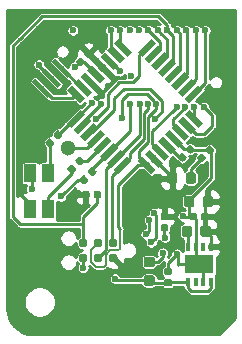
<source format=gbr>
G04 #@! TF.GenerationSoftware,KiCad,Pcbnew,(5.1.2)-2*
G04 #@! TF.CreationDate,2020-03-09T10:25:20+01:00*
G04 #@! TF.ProjectId,ACM-pcb,41434d2d-7063-4622-9e6b-696361645f70,rev?*
G04 #@! TF.SameCoordinates,Original*
G04 #@! TF.FileFunction,Copper,L1,Top*
G04 #@! TF.FilePolarity,Positive*
%FSLAX46Y46*%
G04 Gerber Fmt 4.6, Leading zero omitted, Abs format (unit mm)*
G04 Created by KiCad (PCBNEW (5.1.2)-2) date 2020-03-09 10:25:20*
%MOMM*%
%LPD*%
G04 APERTURE LIST*
%ADD10C,0.100000*%
%ADD11C,0.875000*%
%ADD12C,0.550000*%
%ADD13C,0.787400*%
%ADD14R,1.100000X1.500000*%
%ADD15C,0.590000*%
%ADD16C,0.400000*%
%ADD17R,0.350000X0.750000*%
%ADD18R,2.400000X1.600000*%
%ADD19C,0.600000*%
%ADD20C,1.300000*%
%ADD21C,0.254000*%
%ADD22C,0.127000*%
G04 APERTURE END LIST*
D10*
G36*
X78700791Y-82533253D02*
G01*
X78722026Y-82536403D01*
X78742850Y-82541619D01*
X78763062Y-82548851D01*
X78782468Y-82558030D01*
X78800881Y-82569066D01*
X78818124Y-82581854D01*
X78834030Y-82596270D01*
X78848446Y-82612176D01*
X78861234Y-82629419D01*
X78872270Y-82647832D01*
X78881449Y-82667238D01*
X78888681Y-82687450D01*
X78893897Y-82708274D01*
X78897047Y-82729509D01*
X78898100Y-82750950D01*
X78898100Y-83263450D01*
X78897047Y-83284891D01*
X78893897Y-83306126D01*
X78888681Y-83326950D01*
X78881449Y-83347162D01*
X78872270Y-83366568D01*
X78861234Y-83384981D01*
X78848446Y-83402224D01*
X78834030Y-83418130D01*
X78818124Y-83432546D01*
X78800881Y-83445334D01*
X78782468Y-83456370D01*
X78763062Y-83465549D01*
X78742850Y-83472781D01*
X78722026Y-83477997D01*
X78700791Y-83481147D01*
X78679350Y-83482200D01*
X78241850Y-83482200D01*
X78220409Y-83481147D01*
X78199174Y-83477997D01*
X78178350Y-83472781D01*
X78158138Y-83465549D01*
X78138732Y-83456370D01*
X78120319Y-83445334D01*
X78103076Y-83432546D01*
X78087170Y-83418130D01*
X78072754Y-83402224D01*
X78059966Y-83384981D01*
X78048930Y-83366568D01*
X78039751Y-83347162D01*
X78032519Y-83326950D01*
X78027303Y-83306126D01*
X78024153Y-83284891D01*
X78023100Y-83263450D01*
X78023100Y-82750950D01*
X78024153Y-82729509D01*
X78027303Y-82708274D01*
X78032519Y-82687450D01*
X78039751Y-82667238D01*
X78048930Y-82647832D01*
X78059966Y-82629419D01*
X78072754Y-82612176D01*
X78087170Y-82596270D01*
X78103076Y-82581854D01*
X78120319Y-82569066D01*
X78138732Y-82558030D01*
X78158138Y-82548851D01*
X78178350Y-82541619D01*
X78199174Y-82536403D01*
X78220409Y-82533253D01*
X78241850Y-82532200D01*
X78679350Y-82532200D01*
X78700791Y-82533253D01*
X78700791Y-82533253D01*
G37*
D11*
X78460600Y-83007200D03*
D10*
G36*
X80275791Y-82533253D02*
G01*
X80297026Y-82536403D01*
X80317850Y-82541619D01*
X80338062Y-82548851D01*
X80357468Y-82558030D01*
X80375881Y-82569066D01*
X80393124Y-82581854D01*
X80409030Y-82596270D01*
X80423446Y-82612176D01*
X80436234Y-82629419D01*
X80447270Y-82647832D01*
X80456449Y-82667238D01*
X80463681Y-82687450D01*
X80468897Y-82708274D01*
X80472047Y-82729509D01*
X80473100Y-82750950D01*
X80473100Y-83263450D01*
X80472047Y-83284891D01*
X80468897Y-83306126D01*
X80463681Y-83326950D01*
X80456449Y-83347162D01*
X80447270Y-83366568D01*
X80436234Y-83384981D01*
X80423446Y-83402224D01*
X80409030Y-83418130D01*
X80393124Y-83432546D01*
X80375881Y-83445334D01*
X80357468Y-83456370D01*
X80338062Y-83465549D01*
X80317850Y-83472781D01*
X80297026Y-83477997D01*
X80275791Y-83481147D01*
X80254350Y-83482200D01*
X79816850Y-83482200D01*
X79795409Y-83481147D01*
X79774174Y-83477997D01*
X79753350Y-83472781D01*
X79733138Y-83465549D01*
X79713732Y-83456370D01*
X79695319Y-83445334D01*
X79678076Y-83432546D01*
X79662170Y-83418130D01*
X79647754Y-83402224D01*
X79634966Y-83384981D01*
X79623930Y-83366568D01*
X79614751Y-83347162D01*
X79607519Y-83326950D01*
X79602303Y-83306126D01*
X79599153Y-83284891D01*
X79598100Y-83263450D01*
X79598100Y-82750950D01*
X79599153Y-82729509D01*
X79602303Y-82708274D01*
X79607519Y-82687450D01*
X79614751Y-82667238D01*
X79623930Y-82647832D01*
X79634966Y-82629419D01*
X79647754Y-82612176D01*
X79662170Y-82596270D01*
X79678076Y-82581854D01*
X79695319Y-82569066D01*
X79713732Y-82558030D01*
X79733138Y-82548851D01*
X79753350Y-82541619D01*
X79774174Y-82536403D01*
X79795409Y-82533253D01*
X79816850Y-82532200D01*
X80254350Y-82532200D01*
X80275791Y-82533253D01*
X80275791Y-82533253D01*
G37*
D11*
X80035600Y-83007200D03*
D10*
G36*
X79027691Y-78026053D02*
G01*
X79048926Y-78029203D01*
X79069750Y-78034419D01*
X79089962Y-78041651D01*
X79109368Y-78050830D01*
X79127781Y-78061866D01*
X79145024Y-78074654D01*
X79160930Y-78089070D01*
X79175346Y-78104976D01*
X79188134Y-78122219D01*
X79199170Y-78140632D01*
X79208349Y-78160038D01*
X79215581Y-78180250D01*
X79220797Y-78201074D01*
X79223947Y-78222309D01*
X79225000Y-78243750D01*
X79225000Y-78756250D01*
X79223947Y-78777691D01*
X79220797Y-78798926D01*
X79215581Y-78819750D01*
X79208349Y-78839962D01*
X79199170Y-78859368D01*
X79188134Y-78877781D01*
X79175346Y-78895024D01*
X79160930Y-78910930D01*
X79145024Y-78925346D01*
X79127781Y-78938134D01*
X79109368Y-78949170D01*
X79089962Y-78958349D01*
X79069750Y-78965581D01*
X79048926Y-78970797D01*
X79027691Y-78973947D01*
X79006250Y-78975000D01*
X78568750Y-78975000D01*
X78547309Y-78973947D01*
X78526074Y-78970797D01*
X78505250Y-78965581D01*
X78485038Y-78958349D01*
X78465632Y-78949170D01*
X78447219Y-78938134D01*
X78429976Y-78925346D01*
X78414070Y-78910930D01*
X78399654Y-78895024D01*
X78386866Y-78877781D01*
X78375830Y-78859368D01*
X78366651Y-78839962D01*
X78359419Y-78819750D01*
X78354203Y-78798926D01*
X78351053Y-78777691D01*
X78350000Y-78756250D01*
X78350000Y-78243750D01*
X78351053Y-78222309D01*
X78354203Y-78201074D01*
X78359419Y-78180250D01*
X78366651Y-78160038D01*
X78375830Y-78140632D01*
X78386866Y-78122219D01*
X78399654Y-78104976D01*
X78414070Y-78089070D01*
X78429976Y-78074654D01*
X78447219Y-78061866D01*
X78465632Y-78050830D01*
X78485038Y-78041651D01*
X78505250Y-78034419D01*
X78526074Y-78029203D01*
X78547309Y-78026053D01*
X78568750Y-78025000D01*
X79006250Y-78025000D01*
X79027691Y-78026053D01*
X79027691Y-78026053D01*
G37*
D11*
X78787500Y-78500000D03*
D10*
G36*
X77452691Y-78026053D02*
G01*
X77473926Y-78029203D01*
X77494750Y-78034419D01*
X77514962Y-78041651D01*
X77534368Y-78050830D01*
X77552781Y-78061866D01*
X77570024Y-78074654D01*
X77585930Y-78089070D01*
X77600346Y-78104976D01*
X77613134Y-78122219D01*
X77624170Y-78140632D01*
X77633349Y-78160038D01*
X77640581Y-78180250D01*
X77645797Y-78201074D01*
X77648947Y-78222309D01*
X77650000Y-78243750D01*
X77650000Y-78756250D01*
X77648947Y-78777691D01*
X77645797Y-78798926D01*
X77640581Y-78819750D01*
X77633349Y-78839962D01*
X77624170Y-78859368D01*
X77613134Y-78877781D01*
X77600346Y-78895024D01*
X77585930Y-78910930D01*
X77570024Y-78925346D01*
X77552781Y-78938134D01*
X77534368Y-78949170D01*
X77514962Y-78958349D01*
X77494750Y-78965581D01*
X77473926Y-78970797D01*
X77452691Y-78973947D01*
X77431250Y-78975000D01*
X76993750Y-78975000D01*
X76972309Y-78973947D01*
X76951074Y-78970797D01*
X76930250Y-78965581D01*
X76910038Y-78958349D01*
X76890632Y-78949170D01*
X76872219Y-78938134D01*
X76854976Y-78925346D01*
X76839070Y-78910930D01*
X76824654Y-78895024D01*
X76811866Y-78877781D01*
X76800830Y-78859368D01*
X76791651Y-78839962D01*
X76784419Y-78819750D01*
X76779203Y-78798926D01*
X76776053Y-78777691D01*
X76775000Y-78756250D01*
X76775000Y-78243750D01*
X76776053Y-78222309D01*
X76779203Y-78201074D01*
X76784419Y-78180250D01*
X76791651Y-78160038D01*
X76800830Y-78140632D01*
X76811866Y-78122219D01*
X76824654Y-78104976D01*
X76839070Y-78089070D01*
X76854976Y-78074654D01*
X76872219Y-78061866D01*
X76890632Y-78050830D01*
X76910038Y-78041651D01*
X76930250Y-78034419D01*
X76951074Y-78029203D01*
X76972309Y-78026053D01*
X76993750Y-78025000D01*
X77431250Y-78025000D01*
X77452691Y-78026053D01*
X77452691Y-78026053D01*
G37*
D11*
X77212500Y-78500000D03*
D12*
X73018019Y-67461165D03*
D10*
G36*
X72257879Y-67089934D02*
G01*
X72646788Y-66701025D01*
X73778159Y-67832396D01*
X73389250Y-68221305D01*
X72257879Y-67089934D01*
X72257879Y-67089934D01*
G37*
D12*
X72452334Y-68026851D03*
D10*
G36*
X71692194Y-67655620D02*
G01*
X72081103Y-67266711D01*
X73212474Y-68398082D01*
X72823565Y-68786991D01*
X71692194Y-67655620D01*
X71692194Y-67655620D01*
G37*
D12*
X71886648Y-68592536D03*
D10*
G36*
X71126508Y-68221305D02*
G01*
X71515417Y-67832396D01*
X72646788Y-68963767D01*
X72257879Y-69352676D01*
X71126508Y-68221305D01*
X71126508Y-68221305D01*
G37*
D12*
X71320963Y-69158221D03*
D10*
G36*
X70560823Y-68786990D02*
G01*
X70949732Y-68398081D01*
X72081103Y-69529452D01*
X71692194Y-69918361D01*
X70560823Y-68786990D01*
X70560823Y-68786990D01*
G37*
D12*
X70755277Y-69723907D03*
D10*
G36*
X69995137Y-69352676D02*
G01*
X70384046Y-68963767D01*
X71515417Y-70095138D01*
X71126508Y-70484047D01*
X69995137Y-69352676D01*
X69995137Y-69352676D01*
G37*
D12*
X70189592Y-70289592D03*
D10*
G36*
X69429452Y-69918361D02*
G01*
X69818361Y-69529452D01*
X70949732Y-70660823D01*
X70560823Y-71049732D01*
X69429452Y-69918361D01*
X69429452Y-69918361D01*
G37*
D12*
X69623907Y-70855278D03*
D10*
G36*
X68863767Y-70484047D02*
G01*
X69252676Y-70095138D01*
X70384047Y-71226509D01*
X69995138Y-71615418D01*
X68863767Y-70484047D01*
X68863767Y-70484047D01*
G37*
D12*
X69058221Y-71420963D03*
D10*
G36*
X68298081Y-71049732D02*
G01*
X68686990Y-70660823D01*
X69818361Y-71792194D01*
X69429452Y-72181103D01*
X68298081Y-71049732D01*
X68298081Y-71049732D01*
G37*
D12*
X69058221Y-73471573D03*
D10*
G36*
X68686990Y-74231713D02*
G01*
X68298081Y-73842804D01*
X69429452Y-72711433D01*
X69818361Y-73100342D01*
X68686990Y-74231713D01*
X68686990Y-74231713D01*
G37*
D12*
X69623907Y-74037258D03*
D10*
G36*
X69252676Y-74797398D02*
G01*
X68863767Y-74408489D01*
X69995138Y-73277118D01*
X70384047Y-73666027D01*
X69252676Y-74797398D01*
X69252676Y-74797398D01*
G37*
D12*
X70189592Y-74602944D03*
D10*
G36*
X69818361Y-75363084D02*
G01*
X69429452Y-74974175D01*
X70560823Y-73842804D01*
X70949732Y-74231713D01*
X69818361Y-75363084D01*
X69818361Y-75363084D01*
G37*
D12*
X70755277Y-75168629D03*
D10*
G36*
X70384046Y-75928769D02*
G01*
X69995137Y-75539860D01*
X71126508Y-74408489D01*
X71515417Y-74797398D01*
X70384046Y-75928769D01*
X70384046Y-75928769D01*
G37*
D12*
X71320963Y-75734315D03*
D10*
G36*
X70949732Y-76494455D02*
G01*
X70560823Y-76105546D01*
X71692194Y-74974175D01*
X72081103Y-75363084D01*
X70949732Y-76494455D01*
X70949732Y-76494455D01*
G37*
D12*
X71886648Y-76300000D03*
D10*
G36*
X71515417Y-77060140D02*
G01*
X71126508Y-76671231D01*
X72257879Y-75539860D01*
X72646788Y-75928769D01*
X71515417Y-77060140D01*
X71515417Y-77060140D01*
G37*
D12*
X72452334Y-76865685D03*
D10*
G36*
X72081103Y-77625825D02*
G01*
X71692194Y-77236916D01*
X72823565Y-76105545D01*
X73212474Y-76494454D01*
X72081103Y-77625825D01*
X72081103Y-77625825D01*
G37*
D12*
X73018019Y-77431371D03*
D10*
G36*
X72646788Y-78191511D02*
G01*
X72257879Y-77802602D01*
X73389250Y-76671231D01*
X73778159Y-77060140D01*
X72646788Y-78191511D01*
X72646788Y-78191511D01*
G37*
D12*
X75068629Y-77431371D03*
D10*
G36*
X74308489Y-77060140D02*
G01*
X74697398Y-76671231D01*
X75828769Y-77802602D01*
X75439860Y-78191511D01*
X74308489Y-77060140D01*
X74308489Y-77060140D01*
G37*
D12*
X75634314Y-76865685D03*
D10*
G36*
X74874174Y-76494454D02*
G01*
X75263083Y-76105545D01*
X76394454Y-77236916D01*
X76005545Y-77625825D01*
X74874174Y-76494454D01*
X74874174Y-76494454D01*
G37*
D12*
X76200000Y-76300000D03*
D10*
G36*
X75439860Y-75928769D02*
G01*
X75828769Y-75539860D01*
X76960140Y-76671231D01*
X76571231Y-77060140D01*
X75439860Y-75928769D01*
X75439860Y-75928769D01*
G37*
D12*
X76765685Y-75734315D03*
D10*
G36*
X76005545Y-75363084D02*
G01*
X76394454Y-74974175D01*
X77525825Y-76105546D01*
X77136916Y-76494455D01*
X76005545Y-75363084D01*
X76005545Y-75363084D01*
G37*
D12*
X77331371Y-75168629D03*
D10*
G36*
X76571231Y-74797398D02*
G01*
X76960140Y-74408489D01*
X78091511Y-75539860D01*
X77702602Y-75928769D01*
X76571231Y-74797398D01*
X76571231Y-74797398D01*
G37*
D12*
X77897056Y-74602944D03*
D10*
G36*
X77136916Y-74231713D02*
G01*
X77525825Y-73842804D01*
X78657196Y-74974175D01*
X78268287Y-75363084D01*
X77136916Y-74231713D01*
X77136916Y-74231713D01*
G37*
D12*
X78462741Y-74037258D03*
D10*
G36*
X77702601Y-73666027D02*
G01*
X78091510Y-73277118D01*
X79222881Y-74408489D01*
X78833972Y-74797398D01*
X77702601Y-73666027D01*
X77702601Y-73666027D01*
G37*
D12*
X79028427Y-73471573D03*
D10*
G36*
X78268287Y-73100342D02*
G01*
X78657196Y-72711433D01*
X79788567Y-73842804D01*
X79399658Y-74231713D01*
X78268287Y-73100342D01*
X78268287Y-73100342D01*
G37*
D12*
X79028427Y-71420963D03*
D10*
G36*
X78657196Y-72181103D02*
G01*
X78268287Y-71792194D01*
X79399658Y-70660823D01*
X79788567Y-71049732D01*
X78657196Y-72181103D01*
X78657196Y-72181103D01*
G37*
D12*
X78462741Y-70855278D03*
D10*
G36*
X78091510Y-71615418D02*
G01*
X77702601Y-71226509D01*
X78833972Y-70095138D01*
X79222881Y-70484047D01*
X78091510Y-71615418D01*
X78091510Y-71615418D01*
G37*
D12*
X77897056Y-70289592D03*
D10*
G36*
X77525825Y-71049732D02*
G01*
X77136916Y-70660823D01*
X78268287Y-69529452D01*
X78657196Y-69918361D01*
X77525825Y-71049732D01*
X77525825Y-71049732D01*
G37*
D12*
X77331371Y-69723907D03*
D10*
G36*
X76960140Y-70484047D02*
G01*
X76571231Y-70095138D01*
X77702602Y-68963767D01*
X78091511Y-69352676D01*
X76960140Y-70484047D01*
X76960140Y-70484047D01*
G37*
D12*
X76765685Y-69158221D03*
D10*
G36*
X76394454Y-69918361D02*
G01*
X76005545Y-69529452D01*
X77136916Y-68398081D01*
X77525825Y-68786990D01*
X76394454Y-69918361D01*
X76394454Y-69918361D01*
G37*
D12*
X76200000Y-68592536D03*
D10*
G36*
X75828769Y-69352676D02*
G01*
X75439860Y-68963767D01*
X76571231Y-67832396D01*
X76960140Y-68221305D01*
X75828769Y-69352676D01*
X75828769Y-69352676D01*
G37*
D12*
X75634314Y-68026851D03*
D10*
G36*
X75263083Y-68786991D02*
G01*
X74874174Y-68398082D01*
X76005545Y-67266711D01*
X76394454Y-67655620D01*
X75263083Y-68786991D01*
X75263083Y-68786991D01*
G37*
D12*
X75068629Y-67461165D03*
D10*
G36*
X74697398Y-68221305D02*
G01*
X74308489Y-67832396D01*
X75439860Y-66701025D01*
X75828769Y-67089934D01*
X74697398Y-68221305D01*
X74697398Y-68221305D01*
G37*
D13*
X72230000Y-83985000D03*
X72230000Y-85255000D03*
X70960000Y-83985000D03*
X70960000Y-85255000D03*
X69690000Y-83985000D03*
X69690000Y-85255000D03*
D14*
X65188400Y-81103600D03*
X65188400Y-78103600D03*
X66688400Y-78103600D03*
X66688400Y-81103600D03*
D10*
G36*
X70061958Y-79580710D02*
G01*
X70076276Y-79582834D01*
X70090317Y-79586351D01*
X70103946Y-79591228D01*
X70117031Y-79597417D01*
X70129447Y-79604858D01*
X70141073Y-79613481D01*
X70151798Y-79623202D01*
X70161519Y-79633927D01*
X70170142Y-79645553D01*
X70177583Y-79657969D01*
X70183772Y-79671054D01*
X70188649Y-79684683D01*
X70192166Y-79698724D01*
X70194290Y-79713042D01*
X70195000Y-79727500D01*
X70195000Y-80072500D01*
X70194290Y-80086958D01*
X70192166Y-80101276D01*
X70188649Y-80115317D01*
X70183772Y-80128946D01*
X70177583Y-80142031D01*
X70170142Y-80154447D01*
X70161519Y-80166073D01*
X70151798Y-80176798D01*
X70141073Y-80186519D01*
X70129447Y-80195142D01*
X70117031Y-80202583D01*
X70103946Y-80208772D01*
X70090317Y-80213649D01*
X70076276Y-80217166D01*
X70061958Y-80219290D01*
X70047500Y-80220000D01*
X69752500Y-80220000D01*
X69738042Y-80219290D01*
X69723724Y-80217166D01*
X69709683Y-80213649D01*
X69696054Y-80208772D01*
X69682969Y-80202583D01*
X69670553Y-80195142D01*
X69658927Y-80186519D01*
X69648202Y-80176798D01*
X69638481Y-80166073D01*
X69629858Y-80154447D01*
X69622417Y-80142031D01*
X69616228Y-80128946D01*
X69611351Y-80115317D01*
X69607834Y-80101276D01*
X69605710Y-80086958D01*
X69605000Y-80072500D01*
X69605000Y-79727500D01*
X69605710Y-79713042D01*
X69607834Y-79698724D01*
X69611351Y-79684683D01*
X69616228Y-79671054D01*
X69622417Y-79657969D01*
X69629858Y-79645553D01*
X69638481Y-79633927D01*
X69648202Y-79623202D01*
X69658927Y-79613481D01*
X69670553Y-79604858D01*
X69682969Y-79597417D01*
X69696054Y-79591228D01*
X69709683Y-79586351D01*
X69723724Y-79582834D01*
X69738042Y-79580710D01*
X69752500Y-79580000D01*
X70047500Y-79580000D01*
X70061958Y-79580710D01*
X70061958Y-79580710D01*
G37*
D15*
X69900000Y-79900000D03*
D10*
G36*
X71031958Y-79580710D02*
G01*
X71046276Y-79582834D01*
X71060317Y-79586351D01*
X71073946Y-79591228D01*
X71087031Y-79597417D01*
X71099447Y-79604858D01*
X71111073Y-79613481D01*
X71121798Y-79623202D01*
X71131519Y-79633927D01*
X71140142Y-79645553D01*
X71147583Y-79657969D01*
X71153772Y-79671054D01*
X71158649Y-79684683D01*
X71162166Y-79698724D01*
X71164290Y-79713042D01*
X71165000Y-79727500D01*
X71165000Y-80072500D01*
X71164290Y-80086958D01*
X71162166Y-80101276D01*
X71158649Y-80115317D01*
X71153772Y-80128946D01*
X71147583Y-80142031D01*
X71140142Y-80154447D01*
X71131519Y-80166073D01*
X71121798Y-80176798D01*
X71111073Y-80186519D01*
X71099447Y-80195142D01*
X71087031Y-80202583D01*
X71073946Y-80208772D01*
X71060317Y-80213649D01*
X71046276Y-80217166D01*
X71031958Y-80219290D01*
X71017500Y-80220000D01*
X70722500Y-80220000D01*
X70708042Y-80219290D01*
X70693724Y-80217166D01*
X70679683Y-80213649D01*
X70666054Y-80208772D01*
X70652969Y-80202583D01*
X70640553Y-80195142D01*
X70628927Y-80186519D01*
X70618202Y-80176798D01*
X70608481Y-80166073D01*
X70599858Y-80154447D01*
X70592417Y-80142031D01*
X70586228Y-80128946D01*
X70581351Y-80115317D01*
X70577834Y-80101276D01*
X70575710Y-80086958D01*
X70575000Y-80072500D01*
X70575000Y-79727500D01*
X70575710Y-79713042D01*
X70577834Y-79698724D01*
X70581351Y-79684683D01*
X70586228Y-79671054D01*
X70592417Y-79657969D01*
X70599858Y-79645553D01*
X70608481Y-79633927D01*
X70618202Y-79623202D01*
X70628927Y-79613481D01*
X70640553Y-79604858D01*
X70652969Y-79597417D01*
X70666054Y-79591228D01*
X70679683Y-79586351D01*
X70693724Y-79582834D01*
X70708042Y-79580710D01*
X70722500Y-79580000D01*
X71017500Y-79580000D01*
X71031958Y-79580710D01*
X71031958Y-79580710D01*
G37*
D15*
X70870000Y-79900000D03*
D10*
G36*
X69745086Y-78265430D02*
G01*
X69759404Y-78267554D01*
X69773445Y-78271071D01*
X69787074Y-78275948D01*
X69800159Y-78282137D01*
X69812575Y-78289578D01*
X69824201Y-78298201D01*
X69834926Y-78307922D01*
X70078878Y-78551874D01*
X70088599Y-78562599D01*
X70097222Y-78574225D01*
X70104663Y-78586641D01*
X70110852Y-78599726D01*
X70115729Y-78613355D01*
X70119246Y-78627396D01*
X70121370Y-78641714D01*
X70122080Y-78656172D01*
X70121370Y-78670630D01*
X70119246Y-78684948D01*
X70115729Y-78698989D01*
X70110852Y-78712618D01*
X70104663Y-78725703D01*
X70097222Y-78738119D01*
X70088599Y-78749745D01*
X70078878Y-78760470D01*
X69870282Y-78969066D01*
X69859557Y-78978787D01*
X69847931Y-78987410D01*
X69835515Y-78994851D01*
X69822430Y-79001040D01*
X69808801Y-79005917D01*
X69794760Y-79009434D01*
X69780442Y-79011558D01*
X69765984Y-79012268D01*
X69751526Y-79011558D01*
X69737208Y-79009434D01*
X69723167Y-79005917D01*
X69709538Y-79001040D01*
X69696453Y-78994851D01*
X69684037Y-78987410D01*
X69672411Y-78978787D01*
X69661686Y-78969066D01*
X69417734Y-78725114D01*
X69408013Y-78714389D01*
X69399390Y-78702763D01*
X69391949Y-78690347D01*
X69385760Y-78677262D01*
X69380883Y-78663633D01*
X69377366Y-78649592D01*
X69375242Y-78635274D01*
X69374532Y-78620816D01*
X69375242Y-78606358D01*
X69377366Y-78592040D01*
X69380883Y-78577999D01*
X69385760Y-78564370D01*
X69391949Y-78551285D01*
X69399390Y-78538869D01*
X69408013Y-78527243D01*
X69417734Y-78516518D01*
X69626330Y-78307922D01*
X69637055Y-78298201D01*
X69648681Y-78289578D01*
X69661097Y-78282137D01*
X69674182Y-78275948D01*
X69687811Y-78271071D01*
X69701852Y-78267554D01*
X69716170Y-78265430D01*
X69730628Y-78264720D01*
X69745086Y-78265430D01*
X69745086Y-78265430D01*
G37*
D15*
X69748306Y-78638494D03*
D10*
G36*
X70430980Y-77579536D02*
G01*
X70445298Y-77581660D01*
X70459339Y-77585177D01*
X70472968Y-77590054D01*
X70486053Y-77596243D01*
X70498469Y-77603684D01*
X70510095Y-77612307D01*
X70520820Y-77622028D01*
X70764772Y-77865980D01*
X70774493Y-77876705D01*
X70783116Y-77888331D01*
X70790557Y-77900747D01*
X70796746Y-77913832D01*
X70801623Y-77927461D01*
X70805140Y-77941502D01*
X70807264Y-77955820D01*
X70807974Y-77970278D01*
X70807264Y-77984736D01*
X70805140Y-77999054D01*
X70801623Y-78013095D01*
X70796746Y-78026724D01*
X70790557Y-78039809D01*
X70783116Y-78052225D01*
X70774493Y-78063851D01*
X70764772Y-78074576D01*
X70556176Y-78283172D01*
X70545451Y-78292893D01*
X70533825Y-78301516D01*
X70521409Y-78308957D01*
X70508324Y-78315146D01*
X70494695Y-78320023D01*
X70480654Y-78323540D01*
X70466336Y-78325664D01*
X70451878Y-78326374D01*
X70437420Y-78325664D01*
X70423102Y-78323540D01*
X70409061Y-78320023D01*
X70395432Y-78315146D01*
X70382347Y-78308957D01*
X70369931Y-78301516D01*
X70358305Y-78292893D01*
X70347580Y-78283172D01*
X70103628Y-78039220D01*
X70093907Y-78028495D01*
X70085284Y-78016869D01*
X70077843Y-78004453D01*
X70071654Y-77991368D01*
X70066777Y-77977739D01*
X70063260Y-77963698D01*
X70061136Y-77949380D01*
X70060426Y-77934922D01*
X70061136Y-77920464D01*
X70063260Y-77906146D01*
X70066777Y-77892105D01*
X70071654Y-77878476D01*
X70077843Y-77865391D01*
X70085284Y-77852975D01*
X70093907Y-77841349D01*
X70103628Y-77830624D01*
X70312224Y-77622028D01*
X70322949Y-77612307D01*
X70334575Y-77603684D01*
X70346991Y-77596243D01*
X70360076Y-77590054D01*
X70373705Y-77585177D01*
X70387746Y-77581660D01*
X70402064Y-77579536D01*
X70416522Y-77578826D01*
X70430980Y-77579536D01*
X70430980Y-77579536D01*
G37*
D15*
X70434200Y-77952600D03*
D16*
X67847057Y-69182943D03*
D10*
G36*
X68377387Y-69996116D02*
G01*
X67033884Y-68652613D01*
X67316727Y-68369770D01*
X68660230Y-69713273D01*
X68377387Y-69996116D01*
X68377387Y-69996116D01*
G37*
D16*
X66998529Y-70031472D03*
D10*
G36*
X67528859Y-70844645D02*
G01*
X66185356Y-69501142D01*
X66468199Y-69218299D01*
X67811702Y-70561802D01*
X67528859Y-70844645D01*
X67528859Y-70844645D01*
G37*
D16*
X66150000Y-70880000D03*
D10*
G36*
X66680330Y-71693173D02*
G01*
X65336827Y-70349670D01*
X65619670Y-70066827D01*
X66963173Y-71410330D01*
X66680330Y-71693173D01*
X66680330Y-71693173D01*
G37*
G36*
X70132674Y-67616042D02*
G01*
X70146992Y-67618166D01*
X70161033Y-67621683D01*
X70174662Y-67626560D01*
X70187747Y-67632749D01*
X70200163Y-67640190D01*
X70211789Y-67648813D01*
X70222514Y-67658534D01*
X70466466Y-67902486D01*
X70476187Y-67913211D01*
X70484810Y-67924837D01*
X70492251Y-67937253D01*
X70498440Y-67950338D01*
X70503317Y-67963967D01*
X70506834Y-67978008D01*
X70508958Y-67992326D01*
X70509668Y-68006784D01*
X70508958Y-68021242D01*
X70506834Y-68035560D01*
X70503317Y-68049601D01*
X70498440Y-68063230D01*
X70492251Y-68076315D01*
X70484810Y-68088731D01*
X70476187Y-68100357D01*
X70466466Y-68111082D01*
X70257870Y-68319678D01*
X70247145Y-68329399D01*
X70235519Y-68338022D01*
X70223103Y-68345463D01*
X70210018Y-68351652D01*
X70196389Y-68356529D01*
X70182348Y-68360046D01*
X70168030Y-68362170D01*
X70153572Y-68362880D01*
X70139114Y-68362170D01*
X70124796Y-68360046D01*
X70110755Y-68356529D01*
X70097126Y-68351652D01*
X70084041Y-68345463D01*
X70071625Y-68338022D01*
X70059999Y-68329399D01*
X70049274Y-68319678D01*
X69805322Y-68075726D01*
X69795601Y-68065001D01*
X69786978Y-68053375D01*
X69779537Y-68040959D01*
X69773348Y-68027874D01*
X69768471Y-68014245D01*
X69764954Y-68000204D01*
X69762830Y-67985886D01*
X69762120Y-67971428D01*
X69762830Y-67956970D01*
X69764954Y-67942652D01*
X69768471Y-67928611D01*
X69773348Y-67914982D01*
X69779537Y-67901897D01*
X69786978Y-67889481D01*
X69795601Y-67877855D01*
X69805322Y-67867130D01*
X70013918Y-67658534D01*
X70024643Y-67648813D01*
X70036269Y-67640190D01*
X70048685Y-67632749D01*
X70061770Y-67626560D01*
X70075399Y-67621683D01*
X70089440Y-67618166D01*
X70103758Y-67616042D01*
X70118216Y-67615332D01*
X70132674Y-67616042D01*
X70132674Y-67616042D01*
G37*
D15*
X70135894Y-67989106D03*
D10*
G36*
X69446780Y-68301936D02*
G01*
X69461098Y-68304060D01*
X69475139Y-68307577D01*
X69488768Y-68312454D01*
X69501853Y-68318643D01*
X69514269Y-68326084D01*
X69525895Y-68334707D01*
X69536620Y-68344428D01*
X69780572Y-68588380D01*
X69790293Y-68599105D01*
X69798916Y-68610731D01*
X69806357Y-68623147D01*
X69812546Y-68636232D01*
X69817423Y-68649861D01*
X69820940Y-68663902D01*
X69823064Y-68678220D01*
X69823774Y-68692678D01*
X69823064Y-68707136D01*
X69820940Y-68721454D01*
X69817423Y-68735495D01*
X69812546Y-68749124D01*
X69806357Y-68762209D01*
X69798916Y-68774625D01*
X69790293Y-68786251D01*
X69780572Y-68796976D01*
X69571976Y-69005572D01*
X69561251Y-69015293D01*
X69549625Y-69023916D01*
X69537209Y-69031357D01*
X69524124Y-69037546D01*
X69510495Y-69042423D01*
X69496454Y-69045940D01*
X69482136Y-69048064D01*
X69467678Y-69048774D01*
X69453220Y-69048064D01*
X69438902Y-69045940D01*
X69424861Y-69042423D01*
X69411232Y-69037546D01*
X69398147Y-69031357D01*
X69385731Y-69023916D01*
X69374105Y-69015293D01*
X69363380Y-69005572D01*
X69119428Y-68761620D01*
X69109707Y-68750895D01*
X69101084Y-68739269D01*
X69093643Y-68726853D01*
X69087454Y-68713768D01*
X69082577Y-68700139D01*
X69079060Y-68686098D01*
X69076936Y-68671780D01*
X69076226Y-68657322D01*
X69076936Y-68642864D01*
X69079060Y-68628546D01*
X69082577Y-68614505D01*
X69087454Y-68600876D01*
X69093643Y-68587791D01*
X69101084Y-68575375D01*
X69109707Y-68563749D01*
X69119428Y-68553024D01*
X69328024Y-68344428D01*
X69338749Y-68334707D01*
X69350375Y-68326084D01*
X69362791Y-68318643D01*
X69375876Y-68312454D01*
X69389505Y-68307577D01*
X69403546Y-68304060D01*
X69417864Y-68301936D01*
X69432322Y-68301226D01*
X69446780Y-68301936D01*
X69446780Y-68301936D01*
G37*
D15*
X69450000Y-68675000D03*
D10*
G36*
X79696780Y-76426936D02*
G01*
X79711098Y-76429060D01*
X79725139Y-76432577D01*
X79738768Y-76437454D01*
X79751853Y-76443643D01*
X79764269Y-76451084D01*
X79775895Y-76459707D01*
X79786620Y-76469428D01*
X80030572Y-76713380D01*
X80040293Y-76724105D01*
X80048916Y-76735731D01*
X80056357Y-76748147D01*
X80062546Y-76761232D01*
X80067423Y-76774861D01*
X80070940Y-76788902D01*
X80073064Y-76803220D01*
X80073774Y-76817678D01*
X80073064Y-76832136D01*
X80070940Y-76846454D01*
X80067423Y-76860495D01*
X80062546Y-76874124D01*
X80056357Y-76887209D01*
X80048916Y-76899625D01*
X80040293Y-76911251D01*
X80030572Y-76921976D01*
X79821976Y-77130572D01*
X79811251Y-77140293D01*
X79799625Y-77148916D01*
X79787209Y-77156357D01*
X79774124Y-77162546D01*
X79760495Y-77167423D01*
X79746454Y-77170940D01*
X79732136Y-77173064D01*
X79717678Y-77173774D01*
X79703220Y-77173064D01*
X79688902Y-77170940D01*
X79674861Y-77167423D01*
X79661232Y-77162546D01*
X79648147Y-77156357D01*
X79635731Y-77148916D01*
X79624105Y-77140293D01*
X79613380Y-77130572D01*
X79369428Y-76886620D01*
X79359707Y-76875895D01*
X79351084Y-76864269D01*
X79343643Y-76851853D01*
X79337454Y-76838768D01*
X79332577Y-76825139D01*
X79329060Y-76811098D01*
X79326936Y-76796780D01*
X79326226Y-76782322D01*
X79326936Y-76767864D01*
X79329060Y-76753546D01*
X79332577Y-76739505D01*
X79337454Y-76725876D01*
X79343643Y-76712791D01*
X79351084Y-76700375D01*
X79359707Y-76688749D01*
X79369428Y-76678024D01*
X79578024Y-76469428D01*
X79588749Y-76459707D01*
X79600375Y-76451084D01*
X79612791Y-76443643D01*
X79625876Y-76437454D01*
X79639505Y-76432577D01*
X79653546Y-76429060D01*
X79667864Y-76426936D01*
X79682322Y-76426226D01*
X79696780Y-76426936D01*
X79696780Y-76426936D01*
G37*
D15*
X79700000Y-76800000D03*
D10*
G36*
X80382674Y-75741042D02*
G01*
X80396992Y-75743166D01*
X80411033Y-75746683D01*
X80424662Y-75751560D01*
X80437747Y-75757749D01*
X80450163Y-75765190D01*
X80461789Y-75773813D01*
X80472514Y-75783534D01*
X80716466Y-76027486D01*
X80726187Y-76038211D01*
X80734810Y-76049837D01*
X80742251Y-76062253D01*
X80748440Y-76075338D01*
X80753317Y-76088967D01*
X80756834Y-76103008D01*
X80758958Y-76117326D01*
X80759668Y-76131784D01*
X80758958Y-76146242D01*
X80756834Y-76160560D01*
X80753317Y-76174601D01*
X80748440Y-76188230D01*
X80742251Y-76201315D01*
X80734810Y-76213731D01*
X80726187Y-76225357D01*
X80716466Y-76236082D01*
X80507870Y-76444678D01*
X80497145Y-76454399D01*
X80485519Y-76463022D01*
X80473103Y-76470463D01*
X80460018Y-76476652D01*
X80446389Y-76481529D01*
X80432348Y-76485046D01*
X80418030Y-76487170D01*
X80403572Y-76487880D01*
X80389114Y-76487170D01*
X80374796Y-76485046D01*
X80360755Y-76481529D01*
X80347126Y-76476652D01*
X80334041Y-76470463D01*
X80321625Y-76463022D01*
X80309999Y-76454399D01*
X80299274Y-76444678D01*
X80055322Y-76200726D01*
X80045601Y-76190001D01*
X80036978Y-76178375D01*
X80029537Y-76165959D01*
X80023348Y-76152874D01*
X80018471Y-76139245D01*
X80014954Y-76125204D01*
X80012830Y-76110886D01*
X80012120Y-76096428D01*
X80012830Y-76081970D01*
X80014954Y-76067652D01*
X80018471Y-76053611D01*
X80023348Y-76039982D01*
X80029537Y-76026897D01*
X80036978Y-76014481D01*
X80045601Y-76002855D01*
X80055322Y-75992130D01*
X80263918Y-75783534D01*
X80274643Y-75773813D01*
X80286269Y-75765190D01*
X80298685Y-75757749D01*
X80311770Y-75751560D01*
X80325399Y-75746683D01*
X80339440Y-75743166D01*
X80353758Y-75741042D01*
X80368216Y-75740332D01*
X80382674Y-75741042D01*
X80382674Y-75741042D01*
G37*
D15*
X80385894Y-76114106D03*
D10*
G36*
X76742558Y-82435910D02*
G01*
X76756876Y-82438034D01*
X76770917Y-82441551D01*
X76784546Y-82446428D01*
X76797631Y-82452617D01*
X76810047Y-82460058D01*
X76821673Y-82468681D01*
X76832398Y-82478402D01*
X76842119Y-82489127D01*
X76850742Y-82500753D01*
X76858183Y-82513169D01*
X76864372Y-82526254D01*
X76869249Y-82539883D01*
X76872766Y-82553924D01*
X76874890Y-82568242D01*
X76875600Y-82582700D01*
X76875600Y-82877700D01*
X76874890Y-82892158D01*
X76872766Y-82906476D01*
X76869249Y-82920517D01*
X76864372Y-82934146D01*
X76858183Y-82947231D01*
X76850742Y-82959647D01*
X76842119Y-82971273D01*
X76832398Y-82981998D01*
X76821673Y-82991719D01*
X76810047Y-83000342D01*
X76797631Y-83007783D01*
X76784546Y-83013972D01*
X76770917Y-83018849D01*
X76756876Y-83022366D01*
X76742558Y-83024490D01*
X76728100Y-83025200D01*
X76383100Y-83025200D01*
X76368642Y-83024490D01*
X76354324Y-83022366D01*
X76340283Y-83018849D01*
X76326654Y-83013972D01*
X76313569Y-83007783D01*
X76301153Y-83000342D01*
X76289527Y-82991719D01*
X76278802Y-82981998D01*
X76269081Y-82971273D01*
X76260458Y-82959647D01*
X76253017Y-82947231D01*
X76246828Y-82934146D01*
X76241951Y-82920517D01*
X76238434Y-82906476D01*
X76236310Y-82892158D01*
X76235600Y-82877700D01*
X76235600Y-82582700D01*
X76236310Y-82568242D01*
X76238434Y-82553924D01*
X76241951Y-82539883D01*
X76246828Y-82526254D01*
X76253017Y-82513169D01*
X76260458Y-82500753D01*
X76269081Y-82489127D01*
X76278802Y-82478402D01*
X76289527Y-82468681D01*
X76301153Y-82460058D01*
X76313569Y-82452617D01*
X76326654Y-82446428D01*
X76340283Y-82441551D01*
X76354324Y-82438034D01*
X76368642Y-82435910D01*
X76383100Y-82435200D01*
X76728100Y-82435200D01*
X76742558Y-82435910D01*
X76742558Y-82435910D01*
G37*
D15*
X76555600Y-82730200D03*
D10*
G36*
X76742558Y-81465910D02*
G01*
X76756876Y-81468034D01*
X76770917Y-81471551D01*
X76784546Y-81476428D01*
X76797631Y-81482617D01*
X76810047Y-81490058D01*
X76821673Y-81498681D01*
X76832398Y-81508402D01*
X76842119Y-81519127D01*
X76850742Y-81530753D01*
X76858183Y-81543169D01*
X76864372Y-81556254D01*
X76869249Y-81569883D01*
X76872766Y-81583924D01*
X76874890Y-81598242D01*
X76875600Y-81612700D01*
X76875600Y-81907700D01*
X76874890Y-81922158D01*
X76872766Y-81936476D01*
X76869249Y-81950517D01*
X76864372Y-81964146D01*
X76858183Y-81977231D01*
X76850742Y-81989647D01*
X76842119Y-82001273D01*
X76832398Y-82011998D01*
X76821673Y-82021719D01*
X76810047Y-82030342D01*
X76797631Y-82037783D01*
X76784546Y-82043972D01*
X76770917Y-82048849D01*
X76756876Y-82052366D01*
X76742558Y-82054490D01*
X76728100Y-82055200D01*
X76383100Y-82055200D01*
X76368642Y-82054490D01*
X76354324Y-82052366D01*
X76340283Y-82048849D01*
X76326654Y-82043972D01*
X76313569Y-82037783D01*
X76301153Y-82030342D01*
X76289527Y-82021719D01*
X76278802Y-82011998D01*
X76269081Y-82001273D01*
X76260458Y-81989647D01*
X76253017Y-81977231D01*
X76246828Y-81964146D01*
X76241951Y-81950517D01*
X76238434Y-81936476D01*
X76236310Y-81922158D01*
X76235600Y-81907700D01*
X76235600Y-81612700D01*
X76236310Y-81598242D01*
X76238434Y-81583924D01*
X76241951Y-81569883D01*
X76246828Y-81556254D01*
X76253017Y-81543169D01*
X76260458Y-81530753D01*
X76269081Y-81519127D01*
X76278802Y-81508402D01*
X76289527Y-81498681D01*
X76301153Y-81490058D01*
X76313569Y-81482617D01*
X76326654Y-81476428D01*
X76340283Y-81471551D01*
X76354324Y-81468034D01*
X76368642Y-81465910D01*
X76383100Y-81465200D01*
X76728100Y-81465200D01*
X76742558Y-81465910D01*
X76742558Y-81465910D01*
G37*
D15*
X76555600Y-81760200D03*
D10*
G36*
X78053833Y-76369883D02*
G01*
X78068151Y-76372007D01*
X78082192Y-76375524D01*
X78095821Y-76380401D01*
X78108906Y-76386590D01*
X78121322Y-76394031D01*
X78132948Y-76402654D01*
X78143673Y-76412375D01*
X78387625Y-76656327D01*
X78397346Y-76667052D01*
X78405969Y-76678678D01*
X78413410Y-76691094D01*
X78419599Y-76704179D01*
X78424476Y-76717808D01*
X78427993Y-76731849D01*
X78430117Y-76746167D01*
X78430827Y-76760625D01*
X78430117Y-76775083D01*
X78427993Y-76789401D01*
X78424476Y-76803442D01*
X78419599Y-76817071D01*
X78413410Y-76830156D01*
X78405969Y-76842572D01*
X78397346Y-76854198D01*
X78387625Y-76864923D01*
X78179029Y-77073519D01*
X78168304Y-77083240D01*
X78156678Y-77091863D01*
X78144262Y-77099304D01*
X78131177Y-77105493D01*
X78117548Y-77110370D01*
X78103507Y-77113887D01*
X78089189Y-77116011D01*
X78074731Y-77116721D01*
X78060273Y-77116011D01*
X78045955Y-77113887D01*
X78031914Y-77110370D01*
X78018285Y-77105493D01*
X78005200Y-77099304D01*
X77992784Y-77091863D01*
X77981158Y-77083240D01*
X77970433Y-77073519D01*
X77726481Y-76829567D01*
X77716760Y-76818842D01*
X77708137Y-76807216D01*
X77700696Y-76794800D01*
X77694507Y-76781715D01*
X77689630Y-76768086D01*
X77686113Y-76754045D01*
X77683989Y-76739727D01*
X77683279Y-76725269D01*
X77683989Y-76710811D01*
X77686113Y-76696493D01*
X77689630Y-76682452D01*
X77694507Y-76668823D01*
X77700696Y-76655738D01*
X77708137Y-76643322D01*
X77716760Y-76631696D01*
X77726481Y-76620971D01*
X77935077Y-76412375D01*
X77945802Y-76402654D01*
X77957428Y-76394031D01*
X77969844Y-76386590D01*
X77982929Y-76380401D01*
X77996558Y-76375524D01*
X78010599Y-76372007D01*
X78024917Y-76369883D01*
X78039375Y-76369173D01*
X78053833Y-76369883D01*
X78053833Y-76369883D01*
G37*
D15*
X78057053Y-76742947D03*
D10*
G36*
X78739727Y-75683989D02*
G01*
X78754045Y-75686113D01*
X78768086Y-75689630D01*
X78781715Y-75694507D01*
X78794800Y-75700696D01*
X78807216Y-75708137D01*
X78818842Y-75716760D01*
X78829567Y-75726481D01*
X79073519Y-75970433D01*
X79083240Y-75981158D01*
X79091863Y-75992784D01*
X79099304Y-76005200D01*
X79105493Y-76018285D01*
X79110370Y-76031914D01*
X79113887Y-76045955D01*
X79116011Y-76060273D01*
X79116721Y-76074731D01*
X79116011Y-76089189D01*
X79113887Y-76103507D01*
X79110370Y-76117548D01*
X79105493Y-76131177D01*
X79099304Y-76144262D01*
X79091863Y-76156678D01*
X79083240Y-76168304D01*
X79073519Y-76179029D01*
X78864923Y-76387625D01*
X78854198Y-76397346D01*
X78842572Y-76405969D01*
X78830156Y-76413410D01*
X78817071Y-76419599D01*
X78803442Y-76424476D01*
X78789401Y-76427993D01*
X78775083Y-76430117D01*
X78760625Y-76430827D01*
X78746167Y-76430117D01*
X78731849Y-76427993D01*
X78717808Y-76424476D01*
X78704179Y-76419599D01*
X78691094Y-76413410D01*
X78678678Y-76405969D01*
X78667052Y-76397346D01*
X78656327Y-76387625D01*
X78412375Y-76143673D01*
X78402654Y-76132948D01*
X78394031Y-76121322D01*
X78386590Y-76108906D01*
X78380401Y-76095821D01*
X78375524Y-76082192D01*
X78372007Y-76068151D01*
X78369883Y-76053833D01*
X78369173Y-76039375D01*
X78369883Y-76024917D01*
X78372007Y-76010599D01*
X78375524Y-75996558D01*
X78380401Y-75982929D01*
X78386590Y-75969844D01*
X78394031Y-75957428D01*
X78402654Y-75945802D01*
X78412375Y-75935077D01*
X78620971Y-75726481D01*
X78631696Y-75716760D01*
X78643322Y-75708137D01*
X78655738Y-75700696D01*
X78668823Y-75694507D01*
X78682452Y-75689630D01*
X78696493Y-75686113D01*
X78710811Y-75683989D01*
X78725269Y-75683279D01*
X78739727Y-75683989D01*
X78739727Y-75683989D01*
G37*
D15*
X78742947Y-76057053D03*
D10*
G36*
X77047358Y-87084110D02*
G01*
X77061676Y-87086234D01*
X77075717Y-87089751D01*
X77089346Y-87094628D01*
X77102431Y-87100817D01*
X77114847Y-87108258D01*
X77126473Y-87116881D01*
X77137198Y-87126602D01*
X77146919Y-87137327D01*
X77155542Y-87148953D01*
X77162983Y-87161369D01*
X77169172Y-87174454D01*
X77174049Y-87188083D01*
X77177566Y-87202124D01*
X77179690Y-87216442D01*
X77180400Y-87230900D01*
X77180400Y-87525900D01*
X77179690Y-87540358D01*
X77177566Y-87554676D01*
X77174049Y-87568717D01*
X77169172Y-87582346D01*
X77162983Y-87595431D01*
X77155542Y-87607847D01*
X77146919Y-87619473D01*
X77137198Y-87630198D01*
X77126473Y-87639919D01*
X77114847Y-87648542D01*
X77102431Y-87655983D01*
X77089346Y-87662172D01*
X77075717Y-87667049D01*
X77061676Y-87670566D01*
X77047358Y-87672690D01*
X77032900Y-87673400D01*
X76687900Y-87673400D01*
X76673442Y-87672690D01*
X76659124Y-87670566D01*
X76645083Y-87667049D01*
X76631454Y-87662172D01*
X76618369Y-87655983D01*
X76605953Y-87648542D01*
X76594327Y-87639919D01*
X76583602Y-87630198D01*
X76573881Y-87619473D01*
X76565258Y-87607847D01*
X76557817Y-87595431D01*
X76551628Y-87582346D01*
X76546751Y-87568717D01*
X76543234Y-87554676D01*
X76541110Y-87540358D01*
X76540400Y-87525900D01*
X76540400Y-87230900D01*
X76541110Y-87216442D01*
X76543234Y-87202124D01*
X76546751Y-87188083D01*
X76551628Y-87174454D01*
X76557817Y-87161369D01*
X76565258Y-87148953D01*
X76573881Y-87137327D01*
X76583602Y-87126602D01*
X76594327Y-87116881D01*
X76605953Y-87108258D01*
X76618369Y-87100817D01*
X76631454Y-87094628D01*
X76645083Y-87089751D01*
X76659124Y-87086234D01*
X76673442Y-87084110D01*
X76687900Y-87083400D01*
X77032900Y-87083400D01*
X77047358Y-87084110D01*
X77047358Y-87084110D01*
G37*
D15*
X76860400Y-87378400D03*
D10*
G36*
X77047358Y-86114110D02*
G01*
X77061676Y-86116234D01*
X77075717Y-86119751D01*
X77089346Y-86124628D01*
X77102431Y-86130817D01*
X77114847Y-86138258D01*
X77126473Y-86146881D01*
X77137198Y-86156602D01*
X77146919Y-86167327D01*
X77155542Y-86178953D01*
X77162983Y-86191369D01*
X77169172Y-86204454D01*
X77174049Y-86218083D01*
X77177566Y-86232124D01*
X77179690Y-86246442D01*
X77180400Y-86260900D01*
X77180400Y-86555900D01*
X77179690Y-86570358D01*
X77177566Y-86584676D01*
X77174049Y-86598717D01*
X77169172Y-86612346D01*
X77162983Y-86625431D01*
X77155542Y-86637847D01*
X77146919Y-86649473D01*
X77137198Y-86660198D01*
X77126473Y-86669919D01*
X77114847Y-86678542D01*
X77102431Y-86685983D01*
X77089346Y-86692172D01*
X77075717Y-86697049D01*
X77061676Y-86700566D01*
X77047358Y-86702690D01*
X77032900Y-86703400D01*
X76687900Y-86703400D01*
X76673442Y-86702690D01*
X76659124Y-86700566D01*
X76645083Y-86697049D01*
X76631454Y-86692172D01*
X76618369Y-86685983D01*
X76605953Y-86678542D01*
X76594327Y-86669919D01*
X76583602Y-86660198D01*
X76573881Y-86649473D01*
X76565258Y-86637847D01*
X76557817Y-86625431D01*
X76551628Y-86612346D01*
X76546751Y-86598717D01*
X76543234Y-86584676D01*
X76541110Y-86570358D01*
X76540400Y-86555900D01*
X76540400Y-86260900D01*
X76541110Y-86246442D01*
X76543234Y-86232124D01*
X76546751Y-86218083D01*
X76551628Y-86204454D01*
X76557817Y-86191369D01*
X76565258Y-86178953D01*
X76573881Y-86167327D01*
X76583602Y-86156602D01*
X76594327Y-86146881D01*
X76605953Y-86138258D01*
X76618369Y-86130817D01*
X76631454Y-86124628D01*
X76645083Y-86119751D01*
X76659124Y-86116234D01*
X76673442Y-86114110D01*
X76687900Y-86113400D01*
X77032900Y-86113400D01*
X77047358Y-86114110D01*
X77047358Y-86114110D01*
G37*
D15*
X76860400Y-86408400D03*
D10*
G36*
X79147958Y-81444710D02*
G01*
X79162276Y-81446834D01*
X79176317Y-81450351D01*
X79189946Y-81455228D01*
X79203031Y-81461417D01*
X79215447Y-81468858D01*
X79227073Y-81477481D01*
X79237798Y-81487202D01*
X79247519Y-81497927D01*
X79256142Y-81509553D01*
X79263583Y-81521969D01*
X79269772Y-81535054D01*
X79274649Y-81548683D01*
X79278166Y-81562724D01*
X79280290Y-81577042D01*
X79281000Y-81591500D01*
X79281000Y-81936500D01*
X79280290Y-81950958D01*
X79278166Y-81965276D01*
X79274649Y-81979317D01*
X79269772Y-81992946D01*
X79263583Y-82006031D01*
X79256142Y-82018447D01*
X79247519Y-82030073D01*
X79237798Y-82040798D01*
X79227073Y-82050519D01*
X79215447Y-82059142D01*
X79203031Y-82066583D01*
X79189946Y-82072772D01*
X79176317Y-82077649D01*
X79162276Y-82081166D01*
X79147958Y-82083290D01*
X79133500Y-82084000D01*
X78838500Y-82084000D01*
X78824042Y-82083290D01*
X78809724Y-82081166D01*
X78795683Y-82077649D01*
X78782054Y-82072772D01*
X78768969Y-82066583D01*
X78756553Y-82059142D01*
X78744927Y-82050519D01*
X78734202Y-82040798D01*
X78724481Y-82030073D01*
X78715858Y-82018447D01*
X78708417Y-82006031D01*
X78702228Y-81992946D01*
X78697351Y-81979317D01*
X78693834Y-81965276D01*
X78691710Y-81950958D01*
X78691000Y-81936500D01*
X78691000Y-81591500D01*
X78691710Y-81577042D01*
X78693834Y-81562724D01*
X78697351Y-81548683D01*
X78702228Y-81535054D01*
X78708417Y-81521969D01*
X78715858Y-81509553D01*
X78724481Y-81497927D01*
X78734202Y-81487202D01*
X78744927Y-81477481D01*
X78756553Y-81468858D01*
X78768969Y-81461417D01*
X78782054Y-81455228D01*
X78795683Y-81450351D01*
X78809724Y-81446834D01*
X78824042Y-81444710D01*
X78838500Y-81444000D01*
X79133500Y-81444000D01*
X79147958Y-81444710D01*
X79147958Y-81444710D01*
G37*
D15*
X78986000Y-81764000D03*
D10*
G36*
X80117958Y-81444710D02*
G01*
X80132276Y-81446834D01*
X80146317Y-81450351D01*
X80159946Y-81455228D01*
X80173031Y-81461417D01*
X80185447Y-81468858D01*
X80197073Y-81477481D01*
X80207798Y-81487202D01*
X80217519Y-81497927D01*
X80226142Y-81509553D01*
X80233583Y-81521969D01*
X80239772Y-81535054D01*
X80244649Y-81548683D01*
X80248166Y-81562724D01*
X80250290Y-81577042D01*
X80251000Y-81591500D01*
X80251000Y-81936500D01*
X80250290Y-81950958D01*
X80248166Y-81965276D01*
X80244649Y-81979317D01*
X80239772Y-81992946D01*
X80233583Y-82006031D01*
X80226142Y-82018447D01*
X80217519Y-82030073D01*
X80207798Y-82040798D01*
X80197073Y-82050519D01*
X80185447Y-82059142D01*
X80173031Y-82066583D01*
X80159946Y-82072772D01*
X80146317Y-82077649D01*
X80132276Y-82081166D01*
X80117958Y-82083290D01*
X80103500Y-82084000D01*
X79808500Y-82084000D01*
X79794042Y-82083290D01*
X79779724Y-82081166D01*
X79765683Y-82077649D01*
X79752054Y-82072772D01*
X79738969Y-82066583D01*
X79726553Y-82059142D01*
X79714927Y-82050519D01*
X79704202Y-82040798D01*
X79694481Y-82030073D01*
X79685858Y-82018447D01*
X79678417Y-82006031D01*
X79672228Y-81992946D01*
X79667351Y-81979317D01*
X79663834Y-81965276D01*
X79661710Y-81950958D01*
X79661000Y-81936500D01*
X79661000Y-81591500D01*
X79661710Y-81577042D01*
X79663834Y-81562724D01*
X79667351Y-81548683D01*
X79672228Y-81535054D01*
X79678417Y-81521969D01*
X79685858Y-81509553D01*
X79694481Y-81497927D01*
X79704202Y-81487202D01*
X79714927Y-81477481D01*
X79726553Y-81468858D01*
X79738969Y-81461417D01*
X79752054Y-81455228D01*
X79765683Y-81450351D01*
X79779724Y-81446834D01*
X79794042Y-81444710D01*
X79808500Y-81444000D01*
X80103500Y-81444000D01*
X80117958Y-81444710D01*
X80117958Y-81444710D01*
G37*
D15*
X79956000Y-81764000D03*
D17*
X78549000Y-87320000D03*
X79199000Y-87320000D03*
X79849000Y-87320000D03*
X80499000Y-87320000D03*
X80499000Y-84320000D03*
X79849000Y-84320000D03*
X79199000Y-84320000D03*
X78549000Y-84320000D03*
D18*
X79524000Y-85820000D03*
D10*
G36*
X75537891Y-86736553D02*
G01*
X75559126Y-86739703D01*
X75579950Y-86744919D01*
X75600162Y-86752151D01*
X75619568Y-86761330D01*
X75637981Y-86772366D01*
X75655224Y-86785154D01*
X75671130Y-86799570D01*
X75685546Y-86815476D01*
X75698334Y-86832719D01*
X75709370Y-86851132D01*
X75718549Y-86870538D01*
X75725781Y-86890750D01*
X75730997Y-86911574D01*
X75734147Y-86932809D01*
X75735200Y-86954250D01*
X75735200Y-87391750D01*
X75734147Y-87413191D01*
X75730997Y-87434426D01*
X75725781Y-87455250D01*
X75718549Y-87475462D01*
X75709370Y-87494868D01*
X75698334Y-87513281D01*
X75685546Y-87530524D01*
X75671130Y-87546430D01*
X75655224Y-87560846D01*
X75637981Y-87573634D01*
X75619568Y-87584670D01*
X75600162Y-87593849D01*
X75579950Y-87601081D01*
X75559126Y-87606297D01*
X75537891Y-87609447D01*
X75516450Y-87610500D01*
X75003950Y-87610500D01*
X74982509Y-87609447D01*
X74961274Y-87606297D01*
X74940450Y-87601081D01*
X74920238Y-87593849D01*
X74900832Y-87584670D01*
X74882419Y-87573634D01*
X74865176Y-87560846D01*
X74849270Y-87546430D01*
X74834854Y-87530524D01*
X74822066Y-87513281D01*
X74811030Y-87494868D01*
X74801851Y-87475462D01*
X74794619Y-87455250D01*
X74789403Y-87434426D01*
X74786253Y-87413191D01*
X74785200Y-87391750D01*
X74785200Y-86954250D01*
X74786253Y-86932809D01*
X74789403Y-86911574D01*
X74794619Y-86890750D01*
X74801851Y-86870538D01*
X74811030Y-86851132D01*
X74822066Y-86832719D01*
X74834854Y-86815476D01*
X74849270Y-86799570D01*
X74865176Y-86785154D01*
X74882419Y-86772366D01*
X74900832Y-86761330D01*
X74920238Y-86752151D01*
X74940450Y-86744919D01*
X74961274Y-86739703D01*
X74982509Y-86736553D01*
X75003950Y-86735500D01*
X75516450Y-86735500D01*
X75537891Y-86736553D01*
X75537891Y-86736553D01*
G37*
D11*
X75260200Y-87173000D03*
D10*
G36*
X75537891Y-85161553D02*
G01*
X75559126Y-85164703D01*
X75579950Y-85169919D01*
X75600162Y-85177151D01*
X75619568Y-85186330D01*
X75637981Y-85197366D01*
X75655224Y-85210154D01*
X75671130Y-85224570D01*
X75685546Y-85240476D01*
X75698334Y-85257719D01*
X75709370Y-85276132D01*
X75718549Y-85295538D01*
X75725781Y-85315750D01*
X75730997Y-85336574D01*
X75734147Y-85357809D01*
X75735200Y-85379250D01*
X75735200Y-85816750D01*
X75734147Y-85838191D01*
X75730997Y-85859426D01*
X75725781Y-85880250D01*
X75718549Y-85900462D01*
X75709370Y-85919868D01*
X75698334Y-85938281D01*
X75685546Y-85955524D01*
X75671130Y-85971430D01*
X75655224Y-85985846D01*
X75637981Y-85998634D01*
X75619568Y-86009670D01*
X75600162Y-86018849D01*
X75579950Y-86026081D01*
X75559126Y-86031297D01*
X75537891Y-86034447D01*
X75516450Y-86035500D01*
X75003950Y-86035500D01*
X74982509Y-86034447D01*
X74961274Y-86031297D01*
X74940450Y-86026081D01*
X74920238Y-86018849D01*
X74900832Y-86009670D01*
X74882419Y-85998634D01*
X74865176Y-85985846D01*
X74849270Y-85971430D01*
X74834854Y-85955524D01*
X74822066Y-85938281D01*
X74811030Y-85919868D01*
X74801851Y-85900462D01*
X74794619Y-85880250D01*
X74789403Y-85859426D01*
X74786253Y-85838191D01*
X74785200Y-85816750D01*
X74785200Y-85379250D01*
X74786253Y-85357809D01*
X74789403Y-85336574D01*
X74794619Y-85315750D01*
X74801851Y-85295538D01*
X74811030Y-85276132D01*
X74822066Y-85257719D01*
X74834854Y-85240476D01*
X74849270Y-85224570D01*
X74865176Y-85210154D01*
X74882419Y-85197366D01*
X74900832Y-85186330D01*
X74920238Y-85177151D01*
X74940450Y-85169919D01*
X74961274Y-85164703D01*
X74982509Y-85161553D01*
X75003950Y-85160500D01*
X75516450Y-85160500D01*
X75537891Y-85161553D01*
X75537891Y-85161553D01*
G37*
D11*
X75260200Y-85598000D03*
D10*
G36*
X78900691Y-80020053D02*
G01*
X78921926Y-80023203D01*
X78942750Y-80028419D01*
X78962962Y-80035651D01*
X78982368Y-80044830D01*
X79000781Y-80055866D01*
X79018024Y-80068654D01*
X79033930Y-80083070D01*
X79048346Y-80098976D01*
X79061134Y-80116219D01*
X79072170Y-80134632D01*
X79081349Y-80154038D01*
X79088581Y-80174250D01*
X79093797Y-80195074D01*
X79096947Y-80216309D01*
X79098000Y-80237750D01*
X79098000Y-80750250D01*
X79096947Y-80771691D01*
X79093797Y-80792926D01*
X79088581Y-80813750D01*
X79081349Y-80833962D01*
X79072170Y-80853368D01*
X79061134Y-80871781D01*
X79048346Y-80889024D01*
X79033930Y-80904930D01*
X79018024Y-80919346D01*
X79000781Y-80932134D01*
X78982368Y-80943170D01*
X78962962Y-80952349D01*
X78942750Y-80959581D01*
X78921926Y-80964797D01*
X78900691Y-80967947D01*
X78879250Y-80969000D01*
X78441750Y-80969000D01*
X78420309Y-80967947D01*
X78399074Y-80964797D01*
X78378250Y-80959581D01*
X78358038Y-80952349D01*
X78338632Y-80943170D01*
X78320219Y-80932134D01*
X78302976Y-80919346D01*
X78287070Y-80904930D01*
X78272654Y-80889024D01*
X78259866Y-80871781D01*
X78248830Y-80853368D01*
X78239651Y-80833962D01*
X78232419Y-80813750D01*
X78227203Y-80792926D01*
X78224053Y-80771691D01*
X78223000Y-80750250D01*
X78223000Y-80237750D01*
X78224053Y-80216309D01*
X78227203Y-80195074D01*
X78232419Y-80174250D01*
X78239651Y-80154038D01*
X78248830Y-80134632D01*
X78259866Y-80116219D01*
X78272654Y-80098976D01*
X78287070Y-80083070D01*
X78302976Y-80068654D01*
X78320219Y-80055866D01*
X78338632Y-80044830D01*
X78358038Y-80035651D01*
X78378250Y-80028419D01*
X78399074Y-80023203D01*
X78420309Y-80020053D01*
X78441750Y-80019000D01*
X78879250Y-80019000D01*
X78900691Y-80020053D01*
X78900691Y-80020053D01*
G37*
D11*
X78660500Y-80494000D03*
D10*
G36*
X80475691Y-80020053D02*
G01*
X80496926Y-80023203D01*
X80517750Y-80028419D01*
X80537962Y-80035651D01*
X80557368Y-80044830D01*
X80575781Y-80055866D01*
X80593024Y-80068654D01*
X80608930Y-80083070D01*
X80623346Y-80098976D01*
X80636134Y-80116219D01*
X80647170Y-80134632D01*
X80656349Y-80154038D01*
X80663581Y-80174250D01*
X80668797Y-80195074D01*
X80671947Y-80216309D01*
X80673000Y-80237750D01*
X80673000Y-80750250D01*
X80671947Y-80771691D01*
X80668797Y-80792926D01*
X80663581Y-80813750D01*
X80656349Y-80833962D01*
X80647170Y-80853368D01*
X80636134Y-80871781D01*
X80623346Y-80889024D01*
X80608930Y-80904930D01*
X80593024Y-80919346D01*
X80575781Y-80932134D01*
X80557368Y-80943170D01*
X80537962Y-80952349D01*
X80517750Y-80959581D01*
X80496926Y-80964797D01*
X80475691Y-80967947D01*
X80454250Y-80969000D01*
X80016750Y-80969000D01*
X79995309Y-80967947D01*
X79974074Y-80964797D01*
X79953250Y-80959581D01*
X79933038Y-80952349D01*
X79913632Y-80943170D01*
X79895219Y-80932134D01*
X79877976Y-80919346D01*
X79862070Y-80904930D01*
X79847654Y-80889024D01*
X79834866Y-80871781D01*
X79823830Y-80853368D01*
X79814651Y-80833962D01*
X79807419Y-80813750D01*
X79802203Y-80792926D01*
X79799053Y-80771691D01*
X79798000Y-80750250D01*
X79798000Y-80237750D01*
X79799053Y-80216309D01*
X79802203Y-80195074D01*
X79807419Y-80174250D01*
X79814651Y-80154038D01*
X79823830Y-80134632D01*
X79834866Y-80116219D01*
X79847654Y-80098976D01*
X79862070Y-80083070D01*
X79877976Y-80068654D01*
X79895219Y-80055866D01*
X79913632Y-80044830D01*
X79933038Y-80035651D01*
X79953250Y-80028419D01*
X79974074Y-80023203D01*
X79995309Y-80020053D01*
X80016750Y-80019000D01*
X80454250Y-80019000D01*
X80475691Y-80020053D01*
X80475691Y-80020053D01*
G37*
D11*
X80235500Y-80494000D03*
D10*
G36*
X68703686Y-77376430D02*
G01*
X68718004Y-77378554D01*
X68732045Y-77382071D01*
X68745674Y-77386948D01*
X68758759Y-77393137D01*
X68771175Y-77400578D01*
X68782801Y-77409201D01*
X68793526Y-77418922D01*
X69037478Y-77662874D01*
X69047199Y-77673599D01*
X69055822Y-77685225D01*
X69063263Y-77697641D01*
X69069452Y-77710726D01*
X69074329Y-77724355D01*
X69077846Y-77738396D01*
X69079970Y-77752714D01*
X69080680Y-77767172D01*
X69079970Y-77781630D01*
X69077846Y-77795948D01*
X69074329Y-77809989D01*
X69069452Y-77823618D01*
X69063263Y-77836703D01*
X69055822Y-77849119D01*
X69047199Y-77860745D01*
X69037478Y-77871470D01*
X68828882Y-78080066D01*
X68818157Y-78089787D01*
X68806531Y-78098410D01*
X68794115Y-78105851D01*
X68781030Y-78112040D01*
X68767401Y-78116917D01*
X68753360Y-78120434D01*
X68739042Y-78122558D01*
X68724584Y-78123268D01*
X68710126Y-78122558D01*
X68695808Y-78120434D01*
X68681767Y-78116917D01*
X68668138Y-78112040D01*
X68655053Y-78105851D01*
X68642637Y-78098410D01*
X68631011Y-78089787D01*
X68620286Y-78080066D01*
X68376334Y-77836114D01*
X68366613Y-77825389D01*
X68357990Y-77813763D01*
X68350549Y-77801347D01*
X68344360Y-77788262D01*
X68339483Y-77774633D01*
X68335966Y-77760592D01*
X68333842Y-77746274D01*
X68333132Y-77731816D01*
X68333842Y-77717358D01*
X68335966Y-77703040D01*
X68339483Y-77688999D01*
X68344360Y-77675370D01*
X68350549Y-77662285D01*
X68357990Y-77649869D01*
X68366613Y-77638243D01*
X68376334Y-77627518D01*
X68584930Y-77418922D01*
X68595655Y-77409201D01*
X68607281Y-77400578D01*
X68619697Y-77393137D01*
X68632782Y-77386948D01*
X68646411Y-77382071D01*
X68660452Y-77378554D01*
X68674770Y-77376430D01*
X68689228Y-77375720D01*
X68703686Y-77376430D01*
X68703686Y-77376430D01*
G37*
D15*
X68706906Y-77749494D03*
D10*
G36*
X69389580Y-76690536D02*
G01*
X69403898Y-76692660D01*
X69417939Y-76696177D01*
X69431568Y-76701054D01*
X69444653Y-76707243D01*
X69457069Y-76714684D01*
X69468695Y-76723307D01*
X69479420Y-76733028D01*
X69723372Y-76976980D01*
X69733093Y-76987705D01*
X69741716Y-76999331D01*
X69749157Y-77011747D01*
X69755346Y-77024832D01*
X69760223Y-77038461D01*
X69763740Y-77052502D01*
X69765864Y-77066820D01*
X69766574Y-77081278D01*
X69765864Y-77095736D01*
X69763740Y-77110054D01*
X69760223Y-77124095D01*
X69755346Y-77137724D01*
X69749157Y-77150809D01*
X69741716Y-77163225D01*
X69733093Y-77174851D01*
X69723372Y-77185576D01*
X69514776Y-77394172D01*
X69504051Y-77403893D01*
X69492425Y-77412516D01*
X69480009Y-77419957D01*
X69466924Y-77426146D01*
X69453295Y-77431023D01*
X69439254Y-77434540D01*
X69424936Y-77436664D01*
X69410478Y-77437374D01*
X69396020Y-77436664D01*
X69381702Y-77434540D01*
X69367661Y-77431023D01*
X69354032Y-77426146D01*
X69340947Y-77419957D01*
X69328531Y-77412516D01*
X69316905Y-77403893D01*
X69306180Y-77394172D01*
X69062228Y-77150220D01*
X69052507Y-77139495D01*
X69043884Y-77127869D01*
X69036443Y-77115453D01*
X69030254Y-77102368D01*
X69025377Y-77088739D01*
X69021860Y-77074698D01*
X69019736Y-77060380D01*
X69019026Y-77045922D01*
X69019736Y-77031464D01*
X69021860Y-77017146D01*
X69025377Y-77003105D01*
X69030254Y-76989476D01*
X69036443Y-76976391D01*
X69043884Y-76963975D01*
X69052507Y-76952349D01*
X69062228Y-76941624D01*
X69270824Y-76733028D01*
X69281549Y-76723307D01*
X69293175Y-76714684D01*
X69305591Y-76707243D01*
X69318676Y-76701054D01*
X69332305Y-76696177D01*
X69346346Y-76692660D01*
X69360664Y-76690536D01*
X69375122Y-76689826D01*
X69389580Y-76690536D01*
X69389580Y-76690536D01*
G37*
D15*
X69392800Y-77063600D03*
D10*
G36*
X67535380Y-74455336D02*
G01*
X67549698Y-74457460D01*
X67563739Y-74460977D01*
X67577368Y-74465854D01*
X67590453Y-74472043D01*
X67602869Y-74479484D01*
X67614495Y-74488107D01*
X67625220Y-74497828D01*
X67869172Y-74741780D01*
X67878893Y-74752505D01*
X67887516Y-74764131D01*
X67894957Y-74776547D01*
X67901146Y-74789632D01*
X67906023Y-74803261D01*
X67909540Y-74817302D01*
X67911664Y-74831620D01*
X67912374Y-74846078D01*
X67911664Y-74860536D01*
X67909540Y-74874854D01*
X67906023Y-74888895D01*
X67901146Y-74902524D01*
X67894957Y-74915609D01*
X67887516Y-74928025D01*
X67878893Y-74939651D01*
X67869172Y-74950376D01*
X67660576Y-75158972D01*
X67649851Y-75168693D01*
X67638225Y-75177316D01*
X67625809Y-75184757D01*
X67612724Y-75190946D01*
X67599095Y-75195823D01*
X67585054Y-75199340D01*
X67570736Y-75201464D01*
X67556278Y-75202174D01*
X67541820Y-75201464D01*
X67527502Y-75199340D01*
X67513461Y-75195823D01*
X67499832Y-75190946D01*
X67486747Y-75184757D01*
X67474331Y-75177316D01*
X67462705Y-75168693D01*
X67451980Y-75158972D01*
X67208028Y-74915020D01*
X67198307Y-74904295D01*
X67189684Y-74892669D01*
X67182243Y-74880253D01*
X67176054Y-74867168D01*
X67171177Y-74853539D01*
X67167660Y-74839498D01*
X67165536Y-74825180D01*
X67164826Y-74810722D01*
X67165536Y-74796264D01*
X67167660Y-74781946D01*
X67171177Y-74767905D01*
X67176054Y-74754276D01*
X67182243Y-74741191D01*
X67189684Y-74728775D01*
X67198307Y-74717149D01*
X67208028Y-74706424D01*
X67416624Y-74497828D01*
X67427349Y-74488107D01*
X67438975Y-74479484D01*
X67451391Y-74472043D01*
X67464476Y-74465854D01*
X67478105Y-74460977D01*
X67492146Y-74457460D01*
X67506464Y-74455336D01*
X67520922Y-74454626D01*
X67535380Y-74455336D01*
X67535380Y-74455336D01*
G37*
D15*
X67538600Y-74828400D03*
D10*
G36*
X66849486Y-75141230D02*
G01*
X66863804Y-75143354D01*
X66877845Y-75146871D01*
X66891474Y-75151748D01*
X66904559Y-75157937D01*
X66916975Y-75165378D01*
X66928601Y-75174001D01*
X66939326Y-75183722D01*
X67183278Y-75427674D01*
X67192999Y-75438399D01*
X67201622Y-75450025D01*
X67209063Y-75462441D01*
X67215252Y-75475526D01*
X67220129Y-75489155D01*
X67223646Y-75503196D01*
X67225770Y-75517514D01*
X67226480Y-75531972D01*
X67225770Y-75546430D01*
X67223646Y-75560748D01*
X67220129Y-75574789D01*
X67215252Y-75588418D01*
X67209063Y-75601503D01*
X67201622Y-75613919D01*
X67192999Y-75625545D01*
X67183278Y-75636270D01*
X66974682Y-75844866D01*
X66963957Y-75854587D01*
X66952331Y-75863210D01*
X66939915Y-75870651D01*
X66926830Y-75876840D01*
X66913201Y-75881717D01*
X66899160Y-75885234D01*
X66884842Y-75887358D01*
X66870384Y-75888068D01*
X66855926Y-75887358D01*
X66841608Y-75885234D01*
X66827567Y-75881717D01*
X66813938Y-75876840D01*
X66800853Y-75870651D01*
X66788437Y-75863210D01*
X66776811Y-75854587D01*
X66766086Y-75844866D01*
X66522134Y-75600914D01*
X66512413Y-75590189D01*
X66503790Y-75578563D01*
X66496349Y-75566147D01*
X66490160Y-75553062D01*
X66485283Y-75539433D01*
X66481766Y-75525392D01*
X66479642Y-75511074D01*
X66478932Y-75496616D01*
X66479642Y-75482158D01*
X66481766Y-75467840D01*
X66485283Y-75453799D01*
X66490160Y-75440170D01*
X66496349Y-75427085D01*
X66503790Y-75414669D01*
X66512413Y-75403043D01*
X66522134Y-75392318D01*
X66730730Y-75183722D01*
X66741455Y-75174001D01*
X66753081Y-75165378D01*
X66765497Y-75157937D01*
X66778582Y-75151748D01*
X66792211Y-75146871D01*
X66806252Y-75143354D01*
X66820570Y-75141230D01*
X66835028Y-75140520D01*
X66849486Y-75141230D01*
X66849486Y-75141230D01*
G37*
D15*
X66852706Y-75514294D03*
D19*
X73600000Y-66000000D03*
X74400000Y-66000000D03*
X72775000Y-69450000D03*
X68950000Y-69075000D03*
X69675000Y-86100000D03*
X65925000Y-68899998D03*
X78130400Y-81737192D03*
X76581000Y-83540600D03*
X76400000Y-84840900D03*
X77622400Y-84937600D03*
X76800000Y-66000000D03*
X74464799Y-72264808D03*
X75868189Y-72218370D03*
X72974200Y-73380600D03*
X71200000Y-66000000D03*
X69600000Y-66000000D03*
X65225002Y-66675000D03*
X65950002Y-65900000D03*
X65100000Y-65025000D03*
X64375000Y-65775000D03*
X70400000Y-66000000D03*
X64236600Y-79730600D03*
X76377800Y-80848200D03*
X67233800Y-82981800D03*
X69260941Y-79757258D03*
X67810090Y-81762600D03*
X79857600Y-77851000D03*
X81254600Y-77266800D03*
X75160110Y-72239899D03*
X75773503Y-73466914D03*
X70764400Y-73482200D03*
X68800000Y-66000000D03*
D20*
X68427600Y-75920600D03*
D19*
X70385196Y-72185196D03*
X73634600Y-72262998D03*
X77600000Y-66000000D03*
X76000000Y-66000000D03*
X75200000Y-66000000D03*
X72800000Y-66000000D03*
X72000000Y-66000000D03*
X80000000Y-66000000D03*
X79200000Y-66000000D03*
X78400000Y-66000000D03*
X73758098Y-69849098D03*
X77600042Y-72500000D03*
X71200000Y-72200000D03*
X79900000Y-72500000D03*
X79100000Y-72500000D03*
X72375000Y-87025000D03*
X65303400Y-79400400D03*
X67784690Y-80060800D03*
X78288917Y-72493330D03*
X75260200Y-82067400D03*
X74980800Y-83261200D03*
X75692000Y-81483200D03*
X75438000Y-83947000D03*
D21*
X69519392Y-70855278D02*
X69623907Y-70855278D01*
X67847057Y-69182943D02*
X69519392Y-70855278D01*
X77678000Y-85820000D02*
X77670000Y-85828000D01*
X79524000Y-85820000D02*
X77678000Y-85820000D01*
X79199000Y-85495000D02*
X79524000Y-85820000D01*
X79199000Y-84320000D02*
X79199000Y-85495000D01*
X80328841Y-76057053D02*
X80385894Y-76114106D01*
X78800000Y-76114106D02*
X78742947Y-76057053D01*
X80385894Y-76114106D02*
X78800000Y-76114106D01*
X78691000Y-81764000D02*
X78986000Y-81764000D01*
X78670000Y-81743000D02*
X78691000Y-81764000D01*
X78660500Y-80494000D02*
X78670000Y-80503500D01*
X78670000Y-80503500D02*
X78670000Y-81743000D01*
X78219795Y-76057053D02*
X77331371Y-75168629D01*
X78742947Y-76057053D02*
X78219795Y-76057053D01*
X72000000Y-68705888D02*
X72005888Y-68705888D01*
X71886648Y-68592536D02*
X72000000Y-68705888D01*
X69706370Y-68675000D02*
X70755277Y-69723907D01*
X69450000Y-68675000D02*
X69706370Y-68675000D01*
X79849000Y-86145000D02*
X79849000Y-87320000D01*
X79524000Y-85820000D02*
X79849000Y-86145000D01*
X80385894Y-76114106D02*
X80385894Y-76064106D01*
X71886648Y-68592536D02*
X71917536Y-68592536D01*
X71917536Y-68592536D02*
X72775000Y-69450000D01*
X69450000Y-68675000D02*
X69350000Y-68675000D01*
X69350000Y-68675000D02*
X68950000Y-69075000D01*
X69690000Y-86085000D02*
X69675000Y-86100000D01*
X69690000Y-85255000D02*
X69690000Y-86085000D01*
X65925000Y-68975000D02*
X65925000Y-68899998D01*
X66998529Y-70031472D02*
X66981472Y-70031472D01*
X66981472Y-70031472D02*
X65925000Y-68975000D01*
X78157208Y-81764000D02*
X78130400Y-81737192D01*
X78986000Y-81764000D02*
X78157208Y-81764000D01*
X80514106Y-76242318D02*
X80385894Y-76114106D01*
X80514106Y-78515294D02*
X80514106Y-76242318D01*
X78660500Y-80494000D02*
X78660500Y-80368900D01*
X78660500Y-80368900D02*
X80514106Y-78515294D01*
X76555600Y-82730200D02*
X76555600Y-83515200D01*
X76555600Y-83515200D02*
X76581000Y-83540600D01*
X77670000Y-84985200D02*
X77622400Y-84937600D01*
X77670000Y-85828000D02*
X77670000Y-84985200D01*
X76860400Y-85699600D02*
X77622400Y-84937600D01*
X76860400Y-86408400D02*
X76860400Y-85699600D01*
X76400000Y-85169400D02*
X76400000Y-84840900D01*
X75260200Y-85598000D02*
X75971400Y-85598000D01*
X75971400Y-85598000D02*
X76400000Y-85169400D01*
X79199000Y-83691000D02*
X79199000Y-84320000D01*
X78986000Y-81764000D02*
X79199000Y-81977000D01*
X79199000Y-81977000D02*
X79199000Y-83691000D01*
X77262910Y-68660996D02*
X76765685Y-69158221D01*
X76800000Y-66000000D02*
X77262910Y-66462910D01*
X77262910Y-66462910D02*
X77262910Y-68660996D01*
X69690000Y-83010000D02*
X69690000Y-83985000D01*
X69690000Y-82415000D02*
X69690000Y-83985000D01*
X69690000Y-81770200D02*
X69690000Y-82415000D01*
X70870000Y-79900000D02*
X70870000Y-80590200D01*
X70870000Y-80590200D02*
X69690000Y-81770200D01*
X63700000Y-81800000D02*
X64315000Y-82415000D01*
X63700000Y-67300000D02*
X63700000Y-81800000D01*
X76800000Y-65575736D02*
X76024264Y-64800000D01*
X76800000Y-66000000D02*
X76800000Y-65575736D01*
X76024264Y-64800000D02*
X66219554Y-64800000D01*
X64315000Y-82415000D02*
X69690000Y-82415000D01*
X66219554Y-64800000D02*
X64300000Y-66719554D01*
X64300000Y-66719554D02*
X64280446Y-66719554D01*
X64280446Y-66719554D02*
X63700000Y-67300000D01*
X71620399Y-77697620D02*
X72452334Y-76865685D01*
X70960000Y-85255000D02*
X71620399Y-84594601D01*
X71620399Y-84594601D02*
X71620399Y-77697620D01*
X74464799Y-72689072D02*
X74464799Y-72264808D01*
X74464799Y-74853221D02*
X74464799Y-72689072D01*
X72452334Y-76865685D02*
X72452335Y-76865685D01*
X72452335Y-76865685D02*
X74464799Y-74853221D01*
X74432234Y-76794976D02*
X74432234Y-76215166D01*
X75068629Y-77431371D02*
X74432234Y-76794976D01*
X75196689Y-73314134D02*
X75868189Y-72642634D01*
X75196689Y-75450711D02*
X75196689Y-73314134D01*
X74432234Y-76215166D02*
X75196689Y-75450711D01*
X75868189Y-72642634D02*
X75868189Y-72218370D01*
X75568190Y-71918371D02*
X75868189Y-72218370D01*
X75049220Y-71399400D02*
X75568190Y-71918371D01*
X73431400Y-71399400D02*
X75049220Y-71399400D01*
X72974200Y-73380600D02*
X72974200Y-71856600D01*
X72974200Y-71856600D02*
X73431400Y-71399400D01*
D22*
X70960000Y-83985000D02*
X70350000Y-84595000D01*
X70350000Y-84595000D02*
X70350000Y-85631028D01*
D21*
X72644000Y-82677000D02*
X72796400Y-82829400D01*
X72644000Y-79095600D02*
X72644000Y-82677000D01*
X75068629Y-77431371D02*
X74308229Y-77431371D01*
X74308229Y-77431371D02*
X72644000Y-79095600D01*
D22*
X70350000Y-85631028D02*
X70743972Y-86025000D01*
X70743972Y-86025000D02*
X71400000Y-86025000D01*
X71400000Y-86025000D02*
X71590000Y-85835000D01*
X71590000Y-85835000D02*
X71590000Y-85030000D01*
X71590000Y-85030000D02*
X71987200Y-84632800D01*
X72644000Y-84632800D02*
X72796400Y-84480400D01*
X71987200Y-84632800D02*
X72644000Y-84632800D01*
X72796400Y-84480400D02*
X72796400Y-82829400D01*
D21*
X79956000Y-80773500D02*
X80235500Y-80494000D01*
X79956000Y-81764000D02*
X79956000Y-80773500D01*
X75223950Y-76455321D02*
X75634314Y-76865685D01*
X77212500Y-78443871D02*
X75634314Y-76865685D01*
X77212500Y-78500000D02*
X77212500Y-78443871D01*
X65188400Y-81103600D02*
X65188400Y-80682400D01*
X65188400Y-80682400D02*
X64236600Y-79730600D01*
X76555600Y-81026000D02*
X76555600Y-81760200D01*
X76377800Y-80848200D02*
X76555600Y-81026000D01*
X80499000Y-83470600D02*
X80499000Y-84320000D01*
X80035600Y-83007200D02*
X80499000Y-83470600D01*
X73018629Y-77431371D02*
X73018019Y-77431371D01*
X72230000Y-83985000D02*
X72150000Y-83905000D01*
X72150000Y-78299390D02*
X73018019Y-77431371D01*
X72150000Y-83905000D02*
X72150000Y-78299390D01*
X73018019Y-77431371D02*
X73654414Y-76794976D01*
X74853778Y-72970495D02*
X75160110Y-72664163D01*
X74853778Y-75158622D02*
X74853778Y-72970495D01*
X73654414Y-76357986D02*
X74853778Y-75158622D01*
X75160110Y-72664163D02*
X75160110Y-72239899D01*
X73654414Y-76794976D02*
X73654414Y-76357986D01*
X69850000Y-74811968D02*
X69850000Y-75184000D01*
X75355553Y-70942200D02*
X73126600Y-70942200D01*
X70432592Y-74602944D02*
X70189592Y-74602944D01*
X76384090Y-72856327D02*
X76384090Y-71970737D01*
X72313800Y-72721736D02*
X70432592Y-74602944D01*
X72313800Y-71755000D02*
X72313800Y-72721736D01*
X76384090Y-71970737D02*
X75355553Y-70942200D01*
X73126600Y-70942200D02*
X72313800Y-71755000D01*
X75773503Y-73466914D02*
X76384090Y-72856327D01*
X75068629Y-67461165D02*
X74432234Y-68097560D01*
X71755000Y-72491600D02*
X71064399Y-73182201D01*
X71755000Y-71348600D02*
X71755000Y-72491600D01*
X74432234Y-68097560D02*
X74432234Y-69905596D01*
X72694800Y-70408800D02*
X71755000Y-71348600D01*
X74432234Y-69905596D02*
X73929030Y-70408800D01*
X71064399Y-73182201D02*
X70764400Y-73482200D01*
X73929030Y-70408800D02*
X72694800Y-70408800D01*
X70003306Y-75920600D02*
X70755277Y-75168629D01*
X68427600Y-75920600D02*
X70003306Y-75920600D01*
X70364804Y-72185196D02*
X70385196Y-72185196D01*
X69058221Y-73471573D02*
X69078427Y-73471573D01*
X69078427Y-73471573D02*
X70364804Y-72185196D01*
X68895427Y-73471573D02*
X67538600Y-74828400D01*
X69058221Y-73471573D02*
X68895427Y-73471573D01*
X69991678Y-77063600D02*
X69392800Y-77063600D01*
X71320963Y-75734315D02*
X69991678Y-77063600D01*
X71800000Y-76300000D02*
X71886648Y-76300000D01*
X71886648Y-76300000D02*
X73634600Y-74552048D01*
X73634600Y-74552048D02*
X73634600Y-72687262D01*
X73634600Y-72687262D02*
X73634600Y-72262998D01*
X70434200Y-77752448D02*
X70434200Y-77952600D01*
X71886648Y-76300000D02*
X70434200Y-77752448D01*
X77899999Y-69155279D02*
X77331371Y-69723907D01*
X77600000Y-66000000D02*
X77899999Y-66299999D01*
X77899999Y-66299999D02*
X77899999Y-69155279D01*
X76299999Y-66299999D02*
X76000000Y-66000000D01*
X76733400Y-66733400D02*
X76299999Y-66299999D01*
X76200000Y-68592536D02*
X76733400Y-68059136D01*
X76733400Y-68059136D02*
X76733400Y-66733400D01*
X76200000Y-67000000D02*
X75200000Y-66000000D01*
X75634314Y-68026851D02*
X76200000Y-67461165D01*
X76200000Y-67461165D02*
X76200000Y-67000000D01*
X72810000Y-67253146D02*
X73018019Y-67461165D01*
X72800000Y-66000000D02*
X72810000Y-66010000D01*
X72810000Y-66010000D02*
X72810000Y-67253146D01*
X72000000Y-67574517D02*
X72452334Y-68026851D01*
X72000000Y-66000000D02*
X72000000Y-67574517D01*
X79028427Y-71401573D02*
X79028427Y-71420963D01*
X80000000Y-66000000D02*
X80000000Y-70430000D01*
X80000000Y-70430000D02*
X79028427Y-71401573D01*
X79200000Y-70118019D02*
X78462741Y-70855278D01*
X79200000Y-66000000D02*
X79200000Y-70118019D01*
X78470000Y-69716648D02*
X77897056Y-70289592D01*
X78400000Y-66000000D02*
X78470000Y-66070000D01*
X78470000Y-66070000D02*
X78470000Y-69716648D01*
X76200000Y-76300000D02*
X75539600Y-75639600D01*
X75539600Y-75639600D02*
X75539600Y-74560442D01*
X75539600Y-74560442D02*
X77325000Y-72775042D01*
X77325000Y-72775042D02*
X77600042Y-72500000D01*
X70900001Y-72499999D02*
X71200000Y-72200000D01*
X69623907Y-73776093D02*
X70900001Y-72499999D01*
X69623907Y-74037258D02*
X69623907Y-73776093D01*
X79203083Y-74777600D02*
X78462741Y-74037258D01*
X79922400Y-74777600D02*
X79203083Y-74777600D01*
X80600000Y-74100000D02*
X79922400Y-74777600D01*
X79900000Y-72500000D02*
X80600000Y-73200000D01*
X80600000Y-73200000D02*
X80600000Y-74100000D01*
X79100000Y-73400000D02*
X79028427Y-73471573D01*
X79100000Y-72500000D02*
X79100000Y-73400000D01*
X78574401Y-87847401D02*
X78549000Y-87822000D01*
X78549000Y-87822000D02*
X78549000Y-87320000D01*
X80499000Y-87822000D02*
X80473599Y-87847401D01*
X80499000Y-87320000D02*
X80499000Y-87822000D01*
X78807000Y-88080000D02*
X78574401Y-87847401D01*
X80473599Y-87847401D02*
X80241000Y-88080000D01*
X80241000Y-88080000D02*
X78807000Y-88080000D01*
X72499000Y-87149000D02*
X72375000Y-87025000D01*
X76918800Y-87320000D02*
X76860400Y-87378400D01*
X78549000Y-87320000D02*
X76918800Y-87320000D01*
X75465600Y-87378400D02*
X75260200Y-87173000D01*
X76860400Y-87378400D02*
X75465600Y-87378400D01*
X72523000Y-87173000D02*
X72375000Y-87025000D01*
X75260200Y-87173000D02*
X72523000Y-87173000D01*
X78787500Y-77712500D02*
X78787500Y-78500000D01*
X79700000Y-76800000D02*
X78787500Y-77712500D01*
X78549000Y-83120000D02*
X78635000Y-83034000D01*
X78549000Y-83095600D02*
X78549000Y-84320000D01*
X78460600Y-83007200D02*
X78549000Y-83095600D01*
X77774317Y-76742947D02*
X76765685Y-75734315D01*
X78057053Y-76742947D02*
X77774317Y-76742947D01*
X65303400Y-78218600D02*
X65188400Y-78103600D01*
X65303400Y-79400400D02*
X65303400Y-78218600D01*
X69206996Y-78638494D02*
X68084689Y-79760801D01*
X69748306Y-78638494D02*
X69206996Y-78638494D01*
X68084689Y-79760801D02*
X67784690Y-80060800D01*
X66852706Y-77939294D02*
X66688400Y-78103600D01*
X66852706Y-75514294D02*
X66852706Y-77939294D01*
X66688400Y-80072800D02*
X66688400Y-81103600D01*
X68706906Y-77749494D02*
X68706906Y-78054294D01*
X68706906Y-78054294D02*
X66688400Y-80072800D01*
X66150000Y-70880000D02*
X66995000Y-71725000D01*
X68754184Y-71725000D02*
X69058221Y-71420963D01*
X66995000Y-71725000D02*
X68754184Y-71725000D01*
X78288917Y-72574617D02*
X78288917Y-72493330D01*
X77317600Y-73545934D02*
X78288917Y-72574617D01*
X77897056Y-74602944D02*
X77317600Y-74023488D01*
X77317600Y-74023488D02*
X77317600Y-73545934D01*
X75260200Y-82067400D02*
X75260200Y-82981800D01*
X75260200Y-82981800D02*
X74980800Y-83261200D01*
X75737999Y-83647001D02*
X75438000Y-83947000D01*
X75819000Y-83566000D02*
X75737999Y-83647001D01*
X75692000Y-81483200D02*
X75819000Y-81610200D01*
X75819000Y-81610200D02*
X75819000Y-83566000D01*
G36*
X82530084Y-90377010D02*
G01*
X81197282Y-91709813D01*
X65316969Y-91733621D01*
X64894687Y-91674156D01*
X64499171Y-91536301D01*
X64137964Y-91324250D01*
X63824823Y-91046078D01*
X63571678Y-90712382D01*
X63388168Y-90335870D01*
X63279715Y-89924936D01*
X63255756Y-89700454D01*
X63255537Y-88866643D01*
X64646000Y-88866643D01*
X64646000Y-89133357D01*
X64698034Y-89394947D01*
X64800101Y-89641359D01*
X64948280Y-89863124D01*
X65136876Y-90051720D01*
X65358641Y-90199899D01*
X65605053Y-90301966D01*
X65866643Y-90354000D01*
X66133357Y-90354000D01*
X66394947Y-90301966D01*
X66641359Y-90199899D01*
X66863124Y-90051720D01*
X67051720Y-89863124D01*
X67199899Y-89641359D01*
X67301966Y-89394947D01*
X67354000Y-89133357D01*
X67354000Y-88866643D01*
X67301966Y-88605053D01*
X67199899Y-88358641D01*
X67051720Y-88136876D01*
X66863124Y-87948280D01*
X66641359Y-87800101D01*
X66394947Y-87698034D01*
X66133357Y-87646000D01*
X65866643Y-87646000D01*
X65605053Y-87698034D01*
X65358641Y-87800101D01*
X65136876Y-87948280D01*
X64948280Y-88136876D01*
X64800101Y-88358641D01*
X64698034Y-88605053D01*
X64646000Y-88866643D01*
X63255537Y-88866643D01*
X63249868Y-67300000D01*
X63317157Y-67300000D01*
X63319000Y-67318710D01*
X63319001Y-81781280D01*
X63317157Y-81800000D01*
X63324514Y-81874688D01*
X63346299Y-81946507D01*
X63381678Y-82012696D01*
X63403687Y-82039513D01*
X63429290Y-82070711D01*
X63443827Y-82082641D01*
X64032359Y-82671174D01*
X64044289Y-82685711D01*
X64070474Y-82707200D01*
X64102303Y-82733322D01*
X64113467Y-82739289D01*
X64168492Y-82768701D01*
X64240311Y-82790487D01*
X64296287Y-82796000D01*
X64296296Y-82796000D01*
X64314999Y-82797842D01*
X64333702Y-82796000D01*
X69309000Y-82796000D01*
X69309000Y-83460594D01*
X69277115Y-83481899D01*
X69186899Y-83572115D01*
X69169300Y-83598454D01*
X69169300Y-83530200D01*
X69140505Y-83385437D01*
X69084021Y-83249073D01*
X69002020Y-83126349D01*
X68897651Y-83021980D01*
X68774927Y-82939979D01*
X68638563Y-82883495D01*
X68493800Y-82854700D01*
X68346200Y-82854700D01*
X68201437Y-82883495D01*
X68065073Y-82939979D01*
X67942349Y-83021980D01*
X67837980Y-83126349D01*
X67755979Y-83249073D01*
X67699495Y-83385437D01*
X67670700Y-83530200D01*
X67670700Y-83677800D01*
X67699495Y-83822563D01*
X67755979Y-83958927D01*
X67837980Y-84081651D01*
X67942349Y-84186020D01*
X68065073Y-84268021D01*
X68201437Y-84324505D01*
X68346200Y-84353300D01*
X68493800Y-84353300D01*
X68638563Y-84324505D01*
X68774927Y-84268021D01*
X68897651Y-84186020D01*
X69002020Y-84081651D01*
X69042300Y-84021367D01*
X69042300Y-84048793D01*
X69067191Y-84173927D01*
X69116016Y-84291801D01*
X69186899Y-84397885D01*
X69277115Y-84488101D01*
X69383199Y-84558984D01*
X69501073Y-84607809D01*
X69562361Y-84620000D01*
X69501073Y-84632191D01*
X69383199Y-84681016D01*
X69277115Y-84751899D01*
X69186899Y-84842115D01*
X69116016Y-84948199D01*
X69067191Y-85066073D01*
X69042300Y-85191207D01*
X69042300Y-85218633D01*
X69002020Y-85158349D01*
X68897651Y-85053980D01*
X68774927Y-84971979D01*
X68638563Y-84915495D01*
X68493800Y-84886700D01*
X68346200Y-84886700D01*
X68201437Y-84915495D01*
X68065073Y-84971979D01*
X67942349Y-85053980D01*
X67837980Y-85158349D01*
X67755979Y-85281073D01*
X67699495Y-85417437D01*
X67670700Y-85562200D01*
X67670700Y-85709800D01*
X67699495Y-85854563D01*
X67755979Y-85990927D01*
X67837980Y-86113651D01*
X67942349Y-86218020D01*
X68065073Y-86300021D01*
X68201437Y-86356505D01*
X68346200Y-86385300D01*
X68493800Y-86385300D01*
X68638563Y-86356505D01*
X68774927Y-86300021D01*
X68897651Y-86218020D01*
X69002020Y-86113651D01*
X69084021Y-85990927D01*
X69140505Y-85854563D01*
X69169300Y-85709800D01*
X69169300Y-85641546D01*
X69186899Y-85667885D01*
X69255270Y-85736256D01*
X69244680Y-85746845D01*
X69184051Y-85837582D01*
X69142289Y-85938404D01*
X69121000Y-86045436D01*
X69121000Y-86154564D01*
X69142289Y-86261596D01*
X69184051Y-86362418D01*
X69244680Y-86453155D01*
X69321845Y-86530320D01*
X69412582Y-86590949D01*
X69513404Y-86632711D01*
X69620436Y-86654000D01*
X69729564Y-86654000D01*
X69836596Y-86632711D01*
X69937418Y-86590949D01*
X70028155Y-86530320D01*
X70105320Y-86453155D01*
X70165949Y-86362418D01*
X70207711Y-86261596D01*
X70229000Y-86154564D01*
X70229000Y-86045436D01*
X70207711Y-85938404D01*
X70207249Y-85937290D01*
X70508435Y-86238476D01*
X70518379Y-86250593D01*
X70556187Y-86281621D01*
X70566725Y-86290269D01*
X70621882Y-86319751D01*
X70681731Y-86337906D01*
X70743972Y-86344037D01*
X70759575Y-86342500D01*
X71384404Y-86342500D01*
X71400000Y-86344036D01*
X71415596Y-86342500D01*
X71462241Y-86337906D01*
X71522090Y-86319751D01*
X71577247Y-86290269D01*
X71625593Y-86250593D01*
X71635542Y-86238470D01*
X71728262Y-86145750D01*
X71729768Y-86159576D01*
X71915854Y-86239785D01*
X72114012Y-86282149D01*
X72316628Y-86285041D01*
X72515914Y-86248349D01*
X72704213Y-86173483D01*
X72730232Y-86159576D01*
X72752312Y-85956917D01*
X72230000Y-85434605D01*
X72215858Y-85448748D01*
X72036253Y-85269143D01*
X72050395Y-85255000D01*
X72036253Y-85240858D01*
X72215858Y-85061253D01*
X72230000Y-85075395D01*
X72244143Y-85061253D01*
X72423748Y-85240858D01*
X72409605Y-85255000D01*
X72931917Y-85777312D01*
X73134576Y-85755232D01*
X73214785Y-85569146D01*
X73257149Y-85370988D01*
X73257724Y-85330683D01*
X73281437Y-85340505D01*
X73426200Y-85369300D01*
X73573800Y-85369300D01*
X73718563Y-85340505D01*
X73854927Y-85284021D01*
X73977651Y-85202020D01*
X74082020Y-85097651D01*
X74164021Y-84974927D01*
X74220505Y-84838563D01*
X74249300Y-84693800D01*
X74249300Y-84546200D01*
X74220505Y-84401437D01*
X74164021Y-84265073D01*
X74082020Y-84142349D01*
X73977651Y-84037980D01*
X73854927Y-83955979D01*
X73718563Y-83899495D01*
X73573800Y-83870700D01*
X73426200Y-83870700D01*
X73281437Y-83899495D01*
X73145073Y-83955979D01*
X73113900Y-83976808D01*
X73113900Y-83206636D01*
X74426800Y-83206636D01*
X74426800Y-83315764D01*
X74448089Y-83422796D01*
X74489851Y-83523618D01*
X74550480Y-83614355D01*
X74627645Y-83691520D01*
X74718382Y-83752149D01*
X74819204Y-83793911D01*
X74900385Y-83810058D01*
X74884000Y-83892436D01*
X74884000Y-84001564D01*
X74905289Y-84108596D01*
X74947051Y-84209418D01*
X75007680Y-84300155D01*
X75084845Y-84377320D01*
X75175582Y-84437949D01*
X75276404Y-84479711D01*
X75383436Y-84501000D01*
X75492564Y-84501000D01*
X75599596Y-84479711D01*
X75700418Y-84437949D01*
X75791155Y-84377320D01*
X75868320Y-84300155D01*
X75928949Y-84209418D01*
X75970711Y-84108596D01*
X75992000Y-84001564D01*
X75992000Y-83931816D01*
X76020639Y-83903177D01*
X76020648Y-83903166D01*
X76075168Y-83848646D01*
X76089711Y-83836711D01*
X76102308Y-83821361D01*
X76150680Y-83893755D01*
X76227845Y-83970920D01*
X76318582Y-84031549D01*
X76419404Y-84073311D01*
X76526436Y-84094600D01*
X76635564Y-84094600D01*
X76742596Y-84073311D01*
X76843418Y-84031549D01*
X76934155Y-83970920D01*
X77011320Y-83893755D01*
X77071949Y-83803018D01*
X77113711Y-83702196D01*
X77135000Y-83595164D01*
X77135000Y-83486036D01*
X77113711Y-83379004D01*
X77071949Y-83278182D01*
X77011320Y-83187445D01*
X76998303Y-83174428D01*
X77012872Y-83162472D01*
X77062956Y-83101444D01*
X77100172Y-83031817D01*
X77123090Y-82956268D01*
X77130828Y-82877700D01*
X77130828Y-82638797D01*
X77230094Y-82585737D01*
X77326785Y-82506385D01*
X77406137Y-82409694D01*
X77465102Y-82299380D01*
X77501412Y-82179682D01*
X77513672Y-82055200D01*
X77510600Y-82045950D01*
X77351850Y-81887200D01*
X76682600Y-81887200D01*
X76682600Y-81907200D01*
X76428600Y-81907200D01*
X76428600Y-81887200D01*
X76408600Y-81887200D01*
X76408600Y-81633200D01*
X76428600Y-81633200D01*
X76428600Y-80988950D01*
X76682600Y-80988950D01*
X76682600Y-81633200D01*
X77351850Y-81633200D01*
X77510600Y-81474450D01*
X77513672Y-81465200D01*
X77501412Y-81340718D01*
X77465102Y-81221020D01*
X77406137Y-81110706D01*
X77326785Y-81014015D01*
X77230094Y-80934663D01*
X77119780Y-80875698D01*
X77000082Y-80839388D01*
X76875600Y-80827128D01*
X76841350Y-80830200D01*
X76682600Y-80988950D01*
X76428600Y-80988950D01*
X76269850Y-80830200D01*
X76235600Y-80827128D01*
X76111118Y-80839388D01*
X75991420Y-80875698D01*
X75881106Y-80934663D01*
X75859063Y-80952753D01*
X75853596Y-80950489D01*
X75746564Y-80929200D01*
X75637436Y-80929200D01*
X75530404Y-80950489D01*
X75429582Y-80992251D01*
X75338845Y-81052880D01*
X75261680Y-81130045D01*
X75201051Y-81220782D01*
X75159289Y-81321604D01*
X75138000Y-81428636D01*
X75138000Y-81526853D01*
X75098604Y-81534689D01*
X74997782Y-81576451D01*
X74907045Y-81637080D01*
X74829880Y-81714245D01*
X74769251Y-81804982D01*
X74727489Y-81905804D01*
X74706200Y-82012836D01*
X74706200Y-82121964D01*
X74727489Y-82228996D01*
X74769251Y-82329818D01*
X74829880Y-82420555D01*
X74879200Y-82469875D01*
X74879201Y-82716555D01*
X74819204Y-82728489D01*
X74718382Y-82770251D01*
X74627645Y-82830880D01*
X74550480Y-82908045D01*
X74489851Y-82998782D01*
X74448089Y-83099604D01*
X74426800Y-83206636D01*
X73113900Y-83206636D01*
X73113900Y-83043098D01*
X73114722Y-83042096D01*
X73150101Y-82975907D01*
X73171886Y-82904088D01*
X73179243Y-82829399D01*
X73171886Y-82754711D01*
X73150101Y-82682892D01*
X73114722Y-82616704D01*
X73079039Y-82573225D01*
X73025000Y-82519186D01*
X73025000Y-79253414D01*
X73303414Y-78975000D01*
X76136928Y-78975000D01*
X76149188Y-79099482D01*
X76185498Y-79219180D01*
X76244463Y-79329494D01*
X76323815Y-79426185D01*
X76420506Y-79505537D01*
X76530820Y-79564502D01*
X76650518Y-79600812D01*
X76775000Y-79613072D01*
X76926750Y-79610000D01*
X77085500Y-79451250D01*
X77085500Y-78627000D01*
X76298750Y-78627000D01*
X76140000Y-78785750D01*
X76136928Y-78975000D01*
X73303414Y-78975000D01*
X74466044Y-77812371D01*
X74699774Y-77812371D01*
X75259387Y-78371984D01*
X75298063Y-78403725D01*
X75342188Y-78427311D01*
X75390067Y-78441835D01*
X75439860Y-78446739D01*
X75489653Y-78441835D01*
X75537532Y-78427311D01*
X75581657Y-78403725D01*
X75620333Y-78371984D01*
X75773541Y-78218776D01*
X75878055Y-78251030D01*
X76002476Y-78263890D01*
X76127015Y-78252227D01*
X76166274Y-78240524D01*
X76298750Y-78373000D01*
X77085500Y-78373000D01*
X77085500Y-77548750D01*
X76991986Y-77455236D01*
X77020856Y-77358386D01*
X77032519Y-77233847D01*
X77019659Y-77109426D01*
X76987405Y-77004912D01*
X77140613Y-76851704D01*
X77172354Y-76813028D01*
X77195940Y-76768903D01*
X77204935Y-76739250D01*
X77225551Y-76732996D01*
X77491676Y-76999121D01*
X77503606Y-77013658D01*
X77518141Y-77025586D01*
X77561620Y-77061269D01*
X77627809Y-77096648D01*
X77634706Y-77098740D01*
X77789959Y-77253993D01*
X77850987Y-77304077D01*
X77920614Y-77341293D01*
X77996163Y-77364211D01*
X78074731Y-77371949D01*
X78153299Y-77364211D01*
X78228848Y-77341293D01*
X78298475Y-77304077D01*
X78359503Y-77253993D01*
X78568099Y-77045397D01*
X78618183Y-76984369D01*
X78655399Y-76914742D01*
X78678317Y-76839193D01*
X78686055Y-76760625D01*
X78678317Y-76682057D01*
X78676688Y-76676688D01*
X78682057Y-76678317D01*
X78760625Y-76686055D01*
X78839193Y-76678317D01*
X78914742Y-76655399D01*
X78984369Y-76618183D01*
X79045397Y-76568099D01*
X79118390Y-76495106D01*
X79191398Y-76495106D01*
X79188954Y-76497550D01*
X79138870Y-76558578D01*
X79101654Y-76628205D01*
X79078736Y-76703754D01*
X79070998Y-76782322D01*
X79078736Y-76860890D01*
X79083754Y-76877431D01*
X78531332Y-77429854D01*
X78516789Y-77441789D01*
X78486430Y-77478783D01*
X78469178Y-77499804D01*
X78443016Y-77548750D01*
X78433799Y-77565993D01*
X78412013Y-77637812D01*
X78407966Y-77678907D01*
X78404657Y-77712500D01*
X78406500Y-77731211D01*
X78406500Y-77800047D01*
X78387366Y-77805851D01*
X78305422Y-77849652D01*
X78269360Y-77879247D01*
X78239502Y-77780820D01*
X78180537Y-77670506D01*
X78101185Y-77573815D01*
X78004494Y-77494463D01*
X77894180Y-77435498D01*
X77774482Y-77399188D01*
X77650000Y-77386928D01*
X77498250Y-77390000D01*
X77339500Y-77548750D01*
X77339500Y-78373000D01*
X77359500Y-78373000D01*
X77359500Y-78627000D01*
X77339500Y-78627000D01*
X77339500Y-79451250D01*
X77498250Y-79610000D01*
X77650000Y-79613072D01*
X77774482Y-79600812D01*
X77894180Y-79564502D01*
X78004494Y-79505537D01*
X78101185Y-79426185D01*
X78180537Y-79329494D01*
X78239502Y-79219180D01*
X78269360Y-79120753D01*
X78305422Y-79150348D01*
X78387366Y-79194149D01*
X78476281Y-79221121D01*
X78568750Y-79230228D01*
X79006250Y-79230228D01*
X79098719Y-79221121D01*
X79187634Y-79194149D01*
X79269578Y-79150348D01*
X79341403Y-79091403D01*
X79400348Y-79019578D01*
X79444149Y-78937634D01*
X79471121Y-78848719D01*
X79480228Y-78756250D01*
X79480228Y-78243750D01*
X79471121Y-78151281D01*
X79444149Y-78062366D01*
X79400348Y-77980422D01*
X79341403Y-77908597D01*
X79269578Y-77849652D01*
X79217174Y-77821641D01*
X79622569Y-77416246D01*
X79639110Y-77421264D01*
X79717678Y-77429002D01*
X79796246Y-77421264D01*
X79871795Y-77398346D01*
X79941422Y-77361130D01*
X80002450Y-77311046D01*
X80133107Y-77180389D01*
X80133106Y-78357479D01*
X78726814Y-79763772D01*
X78441750Y-79763772D01*
X78349281Y-79772879D01*
X78260366Y-79799851D01*
X78178422Y-79843652D01*
X78106597Y-79902597D01*
X78047652Y-79974422D01*
X78003851Y-80056366D01*
X77976879Y-80145281D01*
X77967772Y-80237750D01*
X77967772Y-80750250D01*
X77976879Y-80842719D01*
X78003851Y-80931634D01*
X78047652Y-81013578D01*
X78106597Y-81085403D01*
X78178422Y-81144348D01*
X78260366Y-81188149D01*
X78289001Y-81196835D01*
X78289001Y-81203885D01*
X78184964Y-81183192D01*
X78075836Y-81183192D01*
X77968804Y-81204481D01*
X77867982Y-81246243D01*
X77777245Y-81306872D01*
X77700080Y-81384037D01*
X77639451Y-81474774D01*
X77597689Y-81575596D01*
X77576400Y-81682628D01*
X77576400Y-81791756D01*
X77597689Y-81898788D01*
X77639451Y-81999610D01*
X77700080Y-82090347D01*
X77777245Y-82167512D01*
X77867982Y-82228141D01*
X77968804Y-82269903D01*
X78075836Y-82291192D01*
X78132526Y-82291192D01*
X78060466Y-82313051D01*
X77978522Y-82356852D01*
X77906697Y-82415797D01*
X77847752Y-82487622D01*
X77803951Y-82569566D01*
X77776979Y-82658481D01*
X77767872Y-82750950D01*
X77767872Y-83263450D01*
X77776979Y-83355919D01*
X77803951Y-83444834D01*
X77847752Y-83526778D01*
X77906697Y-83598603D01*
X77978522Y-83657548D01*
X78060466Y-83701349D01*
X78149381Y-83728321D01*
X78168001Y-83730155D01*
X78168001Y-83795631D01*
X78161786Y-83803203D01*
X78138200Y-83847328D01*
X78123676Y-83895207D01*
X78118772Y-83945000D01*
X78118772Y-84688274D01*
X78113349Y-84675182D01*
X78052720Y-84584445D01*
X77975555Y-84507280D01*
X77884818Y-84446651D01*
X77783996Y-84404889D01*
X77676964Y-84383600D01*
X77567836Y-84383600D01*
X77460804Y-84404889D01*
X77359982Y-84446651D01*
X77269245Y-84507280D01*
X77192080Y-84584445D01*
X77131451Y-84675182D01*
X77089689Y-84776004D01*
X77068400Y-84883036D01*
X77068400Y-84952785D01*
X76836742Y-85184443D01*
X76890949Y-85103318D01*
X76932711Y-85002496D01*
X76954000Y-84895464D01*
X76954000Y-84786336D01*
X76932711Y-84679304D01*
X76890949Y-84578482D01*
X76830320Y-84487745D01*
X76753155Y-84410580D01*
X76662418Y-84349951D01*
X76561596Y-84308189D01*
X76454564Y-84286900D01*
X76345436Y-84286900D01*
X76238404Y-84308189D01*
X76137582Y-84349951D01*
X76046845Y-84410580D01*
X75969680Y-84487745D01*
X75909051Y-84578482D01*
X75867289Y-84679304D01*
X75846000Y-84786336D01*
X75846000Y-84895464D01*
X75867289Y-85002496D01*
X75909051Y-85103318D01*
X75916348Y-85114238D01*
X75911982Y-85118604D01*
X75910548Y-85115922D01*
X75851603Y-85044097D01*
X75779778Y-84985152D01*
X75697834Y-84941351D01*
X75608919Y-84914379D01*
X75516450Y-84905272D01*
X75003950Y-84905272D01*
X74911481Y-84914379D01*
X74822566Y-84941351D01*
X74740622Y-84985152D01*
X74668797Y-85044097D01*
X74609852Y-85115922D01*
X74566051Y-85197866D01*
X74539079Y-85286781D01*
X74529972Y-85379250D01*
X74529972Y-85816750D01*
X74539079Y-85909219D01*
X74566051Y-85998134D01*
X74609852Y-86080078D01*
X74668797Y-86151903D01*
X74740622Y-86210848D01*
X74822566Y-86254649D01*
X74911481Y-86281621D01*
X75003950Y-86290728D01*
X75516450Y-86290728D01*
X75608919Y-86281621D01*
X75697834Y-86254649D01*
X75779778Y-86210848D01*
X75851603Y-86151903D01*
X75910548Y-86080078D01*
X75954349Y-85998134D01*
X75959937Y-85979714D01*
X75971400Y-85980843D01*
X75990110Y-85979000D01*
X75990113Y-85979000D01*
X76046089Y-85973487D01*
X76117908Y-85951701D01*
X76184096Y-85916322D01*
X76242111Y-85868711D01*
X76254046Y-85854169D01*
X76485616Y-85622599D01*
X76484914Y-85624912D01*
X76477557Y-85699600D01*
X76479401Y-85718320D01*
X76479401Y-85917896D01*
X76464156Y-85926044D01*
X76403128Y-85976128D01*
X76353044Y-86037156D01*
X76315828Y-86106783D01*
X76292910Y-86182332D01*
X76285172Y-86260900D01*
X76285172Y-86555900D01*
X76292910Y-86634468D01*
X76315828Y-86710017D01*
X76353044Y-86779644D01*
X76403128Y-86840672D01*
X76464156Y-86890756D01*
X76469103Y-86893400D01*
X76464156Y-86896044D01*
X76403128Y-86946128D01*
X76361050Y-86997400D01*
X75990428Y-86997400D01*
X75990428Y-86954250D01*
X75981321Y-86861781D01*
X75954349Y-86772866D01*
X75910548Y-86690922D01*
X75851603Y-86619097D01*
X75779778Y-86560152D01*
X75697834Y-86516351D01*
X75608919Y-86489379D01*
X75516450Y-86480272D01*
X75003950Y-86480272D01*
X74911481Y-86489379D01*
X74822566Y-86516351D01*
X74740622Y-86560152D01*
X74668797Y-86619097D01*
X74609852Y-86690922D01*
X74566051Y-86772866D01*
X74560247Y-86792000D01*
X72878134Y-86792000D01*
X72865949Y-86762582D01*
X72805320Y-86671845D01*
X72728155Y-86594680D01*
X72637418Y-86534051D01*
X72536596Y-86492289D01*
X72429564Y-86471000D01*
X72320436Y-86471000D01*
X72213404Y-86492289D01*
X72112582Y-86534051D01*
X72021845Y-86594680D01*
X71944680Y-86671845D01*
X71884051Y-86762582D01*
X71842289Y-86863404D01*
X71821000Y-86970436D01*
X71821000Y-87079564D01*
X71842289Y-87186596D01*
X71884051Y-87287418D01*
X71944680Y-87378155D01*
X72021845Y-87455320D01*
X72112582Y-87515949D01*
X72213404Y-87557711D01*
X72320436Y-87579000D01*
X72429564Y-87579000D01*
X72536596Y-87557711D01*
X72545555Y-87554000D01*
X74560247Y-87554000D01*
X74566051Y-87573134D01*
X74609852Y-87655078D01*
X74668797Y-87726903D01*
X74740622Y-87785848D01*
X74822566Y-87829649D01*
X74911481Y-87856621D01*
X75003950Y-87865728D01*
X75516450Y-87865728D01*
X75608919Y-87856621D01*
X75697834Y-87829649D01*
X75779778Y-87785848D01*
X75812005Y-87759400D01*
X76361050Y-87759400D01*
X76403128Y-87810672D01*
X76464156Y-87860756D01*
X76533783Y-87897972D01*
X76609332Y-87920890D01*
X76687900Y-87928628D01*
X77032900Y-87928628D01*
X77111468Y-87920890D01*
X77187017Y-87897972D01*
X77256644Y-87860756D01*
X77317672Y-87810672D01*
X77367756Y-87749644D01*
X77393756Y-87701000D01*
X78119363Y-87701000D01*
X78123676Y-87744793D01*
X78138200Y-87792672D01*
X78161786Y-87836797D01*
X78168409Y-87844867D01*
X78173513Y-87896688D01*
X78189754Y-87950228D01*
X78195299Y-87968507D01*
X78230678Y-88034696D01*
X78246666Y-88054177D01*
X78278289Y-88092711D01*
X78292832Y-88104646D01*
X78524358Y-88336173D01*
X78536289Y-88350711D01*
X78550824Y-88362639D01*
X78550825Y-88362640D01*
X78594303Y-88398322D01*
X78660492Y-88433701D01*
X78732311Y-88455487D01*
X78788287Y-88461000D01*
X78788290Y-88461000D01*
X78807000Y-88462843D01*
X78825710Y-88461000D01*
X80222290Y-88461000D01*
X80241000Y-88462843D01*
X80259710Y-88461000D01*
X80259713Y-88461000D01*
X80315689Y-88455487D01*
X80387508Y-88433701D01*
X80453696Y-88398322D01*
X80511711Y-88350711D01*
X80523645Y-88336169D01*
X80755174Y-88104641D01*
X80769711Y-88092711D01*
X80817322Y-88034696D01*
X80852701Y-87968508D01*
X80874487Y-87896689D01*
X80879591Y-87844867D01*
X80886214Y-87836797D01*
X80909800Y-87792672D01*
X80924324Y-87744793D01*
X80929228Y-87695000D01*
X80929228Y-86945000D01*
X80924324Y-86895207D01*
X80909800Y-86847328D01*
X80890767Y-86811721D01*
X80904473Y-86800473D01*
X80936214Y-86761797D01*
X80959800Y-86717672D01*
X80974324Y-86669793D01*
X80979228Y-86620000D01*
X80979228Y-85251887D01*
X81040560Y-85217274D01*
X81135407Y-85135726D01*
X81212522Y-85037242D01*
X81268943Y-84925605D01*
X81302500Y-84805107D01*
X81311904Y-84680377D01*
X81309000Y-84605750D01*
X81150250Y-84447000D01*
X80547000Y-84447000D01*
X80547000Y-84467000D01*
X80451000Y-84467000D01*
X80451000Y-84447000D01*
X80352000Y-84447000D01*
X80352000Y-84193000D01*
X80451000Y-84193000D01*
X80451000Y-84173000D01*
X80547000Y-84173000D01*
X80547000Y-84193000D01*
X81150250Y-84193000D01*
X81309000Y-84034250D01*
X81311904Y-83959623D01*
X81302500Y-83834893D01*
X81268943Y-83714395D01*
X81212522Y-83602758D01*
X81135407Y-83504274D01*
X81111060Y-83483341D01*
X81111172Y-83482200D01*
X81108100Y-83292950D01*
X80949350Y-83134200D01*
X80162600Y-83134200D01*
X80162600Y-83154200D01*
X79908600Y-83154200D01*
X79908600Y-83134200D01*
X79888600Y-83134200D01*
X79888600Y-82880200D01*
X79908600Y-82880200D01*
X79908600Y-82055950D01*
X79829000Y-81976350D01*
X79829000Y-81891000D01*
X80083000Y-81891000D01*
X80083000Y-82560250D01*
X80162600Y-82639850D01*
X80162600Y-82880200D01*
X80949350Y-82880200D01*
X81108100Y-82721450D01*
X81111172Y-82532200D01*
X81098912Y-82407718D01*
X81062602Y-82288020D01*
X81003637Y-82177706D01*
X80924285Y-82081015D01*
X80885138Y-82048888D01*
X80727250Y-81891000D01*
X80083000Y-81891000D01*
X79829000Y-81891000D01*
X79809000Y-81891000D01*
X79809000Y-81637000D01*
X79829000Y-81637000D01*
X79829000Y-81617000D01*
X80083000Y-81617000D01*
X80083000Y-81637000D01*
X80727250Y-81637000D01*
X80766374Y-81597876D01*
X80797482Y-81594812D01*
X80917180Y-81558502D01*
X81027494Y-81499537D01*
X81124185Y-81420185D01*
X81203537Y-81323494D01*
X81262502Y-81213180D01*
X81298812Y-81093482D01*
X81311072Y-80969000D01*
X81308000Y-80779750D01*
X81149250Y-80621000D01*
X80362500Y-80621000D01*
X80362500Y-80641000D01*
X80108500Y-80641000D01*
X80108500Y-80621000D01*
X80088500Y-80621000D01*
X80088500Y-80367000D01*
X80108500Y-80367000D01*
X80108500Y-79542750D01*
X80362500Y-79542750D01*
X80362500Y-80367000D01*
X81149250Y-80367000D01*
X81308000Y-80208250D01*
X81311072Y-80019000D01*
X81298812Y-79894518D01*
X81262502Y-79774820D01*
X81203537Y-79664506D01*
X81124185Y-79567815D01*
X81027494Y-79488463D01*
X80917180Y-79429498D01*
X80797482Y-79393188D01*
X80673000Y-79380928D01*
X80521250Y-79384000D01*
X80362500Y-79542750D01*
X80108500Y-79542750D01*
X80066982Y-79501232D01*
X80770281Y-78797934D01*
X80784817Y-78786005D01*
X80809236Y-78756250D01*
X80832428Y-78727991D01*
X80867807Y-78661802D01*
X80878364Y-78627000D01*
X80889593Y-78589983D01*
X80895106Y-78534007D01*
X80895106Y-78534004D01*
X80896949Y-78515294D01*
X80895106Y-78496584D01*
X80895106Y-76418390D01*
X80896940Y-76416556D01*
X80947024Y-76355528D01*
X80984240Y-76285901D01*
X81007158Y-76210352D01*
X81014896Y-76131784D01*
X81007158Y-76053216D01*
X80984240Y-75977667D01*
X80947024Y-75908040D01*
X80896940Y-75847012D01*
X80652988Y-75603060D01*
X80591960Y-75552976D01*
X80522333Y-75515760D01*
X80446784Y-75492842D01*
X80368216Y-75485104D01*
X80289648Y-75492842D01*
X80214099Y-75515760D01*
X80144472Y-75552976D01*
X80083444Y-75603060D01*
X79953398Y-75733106D01*
X79197140Y-75733106D01*
X79010041Y-75546007D01*
X78949013Y-75495923D01*
X78879386Y-75458707D01*
X78803837Y-75435789D01*
X78725269Y-75428051D01*
X78646701Y-75435789D01*
X78571152Y-75458707D01*
X78501525Y-75495923D01*
X78472913Y-75519404D01*
X78837669Y-75154648D01*
X78869410Y-75115972D01*
X78892996Y-75071847D01*
X78901991Y-75042193D01*
X78922296Y-75036034D01*
X78932372Y-75048311D01*
X78956203Y-75067868D01*
X78990386Y-75095922D01*
X79015596Y-75109397D01*
X79056575Y-75131301D01*
X79128394Y-75153087D01*
X79184370Y-75158600D01*
X79184373Y-75158600D01*
X79203083Y-75160443D01*
X79221793Y-75158600D01*
X79903690Y-75158600D01*
X79922400Y-75160443D01*
X79941110Y-75158600D01*
X79941113Y-75158600D01*
X79997089Y-75153087D01*
X80068908Y-75131301D01*
X80135096Y-75095922D01*
X80193111Y-75048311D01*
X80205046Y-75033768D01*
X80856174Y-74382641D01*
X80870711Y-74370711D01*
X80904626Y-74329385D01*
X80918322Y-74312697D01*
X80953701Y-74246508D01*
X80965764Y-74206741D01*
X80975487Y-74174689D01*
X80981000Y-74118713D01*
X80981000Y-74118711D01*
X80982843Y-74100001D01*
X80981000Y-74081291D01*
X80981000Y-73218702D01*
X80982842Y-73199999D01*
X80981000Y-73181296D01*
X80981000Y-73181287D01*
X80975487Y-73125311D01*
X80953701Y-73053492D01*
X80926623Y-73002834D01*
X80918322Y-72987303D01*
X80889170Y-72951782D01*
X80870711Y-72929289D01*
X80856175Y-72917360D01*
X80454000Y-72515186D01*
X80454000Y-72445436D01*
X80432711Y-72338404D01*
X80390949Y-72237582D01*
X80330320Y-72146845D01*
X80253155Y-72069680D01*
X80162418Y-72009051D01*
X80061596Y-71967289D01*
X79954564Y-71946000D01*
X79845436Y-71946000D01*
X79738404Y-71967289D01*
X79637582Y-72009051D01*
X79546845Y-72069680D01*
X79500000Y-72116525D01*
X79453155Y-72069680D01*
X79362418Y-72009051D01*
X79261596Y-71967289D01*
X79236873Y-71962372D01*
X79969040Y-71230205D01*
X80000781Y-71191529D01*
X80024367Y-71147404D01*
X80038891Y-71099525D01*
X80043795Y-71049732D01*
X80038891Y-70999939D01*
X80024367Y-70952060D01*
X80021715Y-70947099D01*
X80256174Y-70712641D01*
X80270711Y-70700711D01*
X80303446Y-70660823D01*
X80318322Y-70642697D01*
X80349542Y-70584290D01*
X80386743Y-70674101D01*
X80452843Y-70773027D01*
X80536973Y-70857157D01*
X80635899Y-70923257D01*
X80745820Y-70968788D01*
X80862511Y-70992000D01*
X80981489Y-70992000D01*
X81098180Y-70968788D01*
X81208101Y-70923257D01*
X81307027Y-70857157D01*
X81391157Y-70773027D01*
X81457257Y-70674101D01*
X81502788Y-70564180D01*
X81526000Y-70447489D01*
X81526000Y-70328511D01*
X81502788Y-70211820D01*
X81457257Y-70101899D01*
X81391157Y-70002973D01*
X81307027Y-69918843D01*
X81208101Y-69852743D01*
X81098180Y-69807212D01*
X80981489Y-69784000D01*
X80862511Y-69784000D01*
X80745820Y-69807212D01*
X80635899Y-69852743D01*
X80536973Y-69918843D01*
X80452843Y-70002973D01*
X80386743Y-70101899D01*
X80381000Y-70115764D01*
X80381000Y-66402475D01*
X80430320Y-66353155D01*
X80490949Y-66262418D01*
X80532711Y-66161596D01*
X80554000Y-66054564D01*
X80554000Y-65945436D01*
X80532711Y-65838404D01*
X80490949Y-65737582D01*
X80430320Y-65646845D01*
X80353155Y-65569680D01*
X80262418Y-65509051D01*
X80161596Y-65467289D01*
X80054564Y-65446000D01*
X79945436Y-65446000D01*
X79838404Y-65467289D01*
X79737582Y-65509051D01*
X79646845Y-65569680D01*
X79600000Y-65616525D01*
X79553155Y-65569680D01*
X79462418Y-65509051D01*
X79361596Y-65467289D01*
X79254564Y-65446000D01*
X79145436Y-65446000D01*
X79038404Y-65467289D01*
X78937582Y-65509051D01*
X78846845Y-65569680D01*
X78800000Y-65616525D01*
X78753155Y-65569680D01*
X78662418Y-65509051D01*
X78561596Y-65467289D01*
X78454564Y-65446000D01*
X78345436Y-65446000D01*
X78238404Y-65467289D01*
X78137582Y-65509051D01*
X78046845Y-65569680D01*
X78000000Y-65616525D01*
X77953155Y-65569680D01*
X77862418Y-65509051D01*
X77761596Y-65467289D01*
X77654564Y-65446000D01*
X77545436Y-65446000D01*
X77438404Y-65467289D01*
X77337582Y-65509051D01*
X77246845Y-65569680D01*
X77200000Y-65616525D01*
X77181000Y-65597525D01*
X77181000Y-65594438D01*
X77182842Y-65575735D01*
X77181000Y-65557032D01*
X77181000Y-65557023D01*
X77175487Y-65501047D01*
X77153701Y-65429228D01*
X77130645Y-65386095D01*
X77118322Y-65363039D01*
X77082639Y-65319560D01*
X77070711Y-65305025D01*
X77056174Y-65293095D01*
X76306910Y-64543832D01*
X76294975Y-64529289D01*
X76236960Y-64481678D01*
X76170772Y-64446299D01*
X76098953Y-64424513D01*
X76042977Y-64419000D01*
X76042974Y-64419000D01*
X76024264Y-64417157D01*
X76005554Y-64419000D01*
X66238256Y-64419000D01*
X66219553Y-64417158D01*
X66200850Y-64419000D01*
X66200841Y-64419000D01*
X66144865Y-64424513D01*
X66073046Y-64446299D01*
X66029913Y-64469355D01*
X66006857Y-64481678D01*
X65977526Y-64505750D01*
X65948843Y-64529289D01*
X65936913Y-64543826D01*
X64093011Y-66387729D01*
X64067749Y-66401232D01*
X64024270Y-66436914D01*
X64024267Y-66436917D01*
X64009735Y-66448843D01*
X63997809Y-66463375D01*
X63443831Y-67017355D01*
X63429289Y-67029289D01*
X63397666Y-67067823D01*
X63381678Y-67087304D01*
X63366210Y-67116243D01*
X63346299Y-67153493D01*
X63324513Y-67225312D01*
X63320072Y-67270407D01*
X63317157Y-67300000D01*
X63249868Y-67300000D01*
X63249073Y-64278718D01*
X82530991Y-64259281D01*
X82530084Y-90377010D01*
X82530084Y-90377010D01*
G37*
X82530084Y-90377010D02*
X81197282Y-91709813D01*
X65316969Y-91733621D01*
X64894687Y-91674156D01*
X64499171Y-91536301D01*
X64137964Y-91324250D01*
X63824823Y-91046078D01*
X63571678Y-90712382D01*
X63388168Y-90335870D01*
X63279715Y-89924936D01*
X63255756Y-89700454D01*
X63255537Y-88866643D01*
X64646000Y-88866643D01*
X64646000Y-89133357D01*
X64698034Y-89394947D01*
X64800101Y-89641359D01*
X64948280Y-89863124D01*
X65136876Y-90051720D01*
X65358641Y-90199899D01*
X65605053Y-90301966D01*
X65866643Y-90354000D01*
X66133357Y-90354000D01*
X66394947Y-90301966D01*
X66641359Y-90199899D01*
X66863124Y-90051720D01*
X67051720Y-89863124D01*
X67199899Y-89641359D01*
X67301966Y-89394947D01*
X67354000Y-89133357D01*
X67354000Y-88866643D01*
X67301966Y-88605053D01*
X67199899Y-88358641D01*
X67051720Y-88136876D01*
X66863124Y-87948280D01*
X66641359Y-87800101D01*
X66394947Y-87698034D01*
X66133357Y-87646000D01*
X65866643Y-87646000D01*
X65605053Y-87698034D01*
X65358641Y-87800101D01*
X65136876Y-87948280D01*
X64948280Y-88136876D01*
X64800101Y-88358641D01*
X64698034Y-88605053D01*
X64646000Y-88866643D01*
X63255537Y-88866643D01*
X63249868Y-67300000D01*
X63317157Y-67300000D01*
X63319000Y-67318710D01*
X63319001Y-81781280D01*
X63317157Y-81800000D01*
X63324514Y-81874688D01*
X63346299Y-81946507D01*
X63381678Y-82012696D01*
X63403687Y-82039513D01*
X63429290Y-82070711D01*
X63443827Y-82082641D01*
X64032359Y-82671174D01*
X64044289Y-82685711D01*
X64070474Y-82707200D01*
X64102303Y-82733322D01*
X64113467Y-82739289D01*
X64168492Y-82768701D01*
X64240311Y-82790487D01*
X64296287Y-82796000D01*
X64296296Y-82796000D01*
X64314999Y-82797842D01*
X64333702Y-82796000D01*
X69309000Y-82796000D01*
X69309000Y-83460594D01*
X69277115Y-83481899D01*
X69186899Y-83572115D01*
X69169300Y-83598454D01*
X69169300Y-83530200D01*
X69140505Y-83385437D01*
X69084021Y-83249073D01*
X69002020Y-83126349D01*
X68897651Y-83021980D01*
X68774927Y-82939979D01*
X68638563Y-82883495D01*
X68493800Y-82854700D01*
X68346200Y-82854700D01*
X68201437Y-82883495D01*
X68065073Y-82939979D01*
X67942349Y-83021980D01*
X67837980Y-83126349D01*
X67755979Y-83249073D01*
X67699495Y-83385437D01*
X67670700Y-83530200D01*
X67670700Y-83677800D01*
X67699495Y-83822563D01*
X67755979Y-83958927D01*
X67837980Y-84081651D01*
X67942349Y-84186020D01*
X68065073Y-84268021D01*
X68201437Y-84324505D01*
X68346200Y-84353300D01*
X68493800Y-84353300D01*
X68638563Y-84324505D01*
X68774927Y-84268021D01*
X68897651Y-84186020D01*
X69002020Y-84081651D01*
X69042300Y-84021367D01*
X69042300Y-84048793D01*
X69067191Y-84173927D01*
X69116016Y-84291801D01*
X69186899Y-84397885D01*
X69277115Y-84488101D01*
X69383199Y-84558984D01*
X69501073Y-84607809D01*
X69562361Y-84620000D01*
X69501073Y-84632191D01*
X69383199Y-84681016D01*
X69277115Y-84751899D01*
X69186899Y-84842115D01*
X69116016Y-84948199D01*
X69067191Y-85066073D01*
X69042300Y-85191207D01*
X69042300Y-85218633D01*
X69002020Y-85158349D01*
X68897651Y-85053980D01*
X68774927Y-84971979D01*
X68638563Y-84915495D01*
X68493800Y-84886700D01*
X68346200Y-84886700D01*
X68201437Y-84915495D01*
X68065073Y-84971979D01*
X67942349Y-85053980D01*
X67837980Y-85158349D01*
X67755979Y-85281073D01*
X67699495Y-85417437D01*
X67670700Y-85562200D01*
X67670700Y-85709800D01*
X67699495Y-85854563D01*
X67755979Y-85990927D01*
X67837980Y-86113651D01*
X67942349Y-86218020D01*
X68065073Y-86300021D01*
X68201437Y-86356505D01*
X68346200Y-86385300D01*
X68493800Y-86385300D01*
X68638563Y-86356505D01*
X68774927Y-86300021D01*
X68897651Y-86218020D01*
X69002020Y-86113651D01*
X69084021Y-85990927D01*
X69140505Y-85854563D01*
X69169300Y-85709800D01*
X69169300Y-85641546D01*
X69186899Y-85667885D01*
X69255270Y-85736256D01*
X69244680Y-85746845D01*
X69184051Y-85837582D01*
X69142289Y-85938404D01*
X69121000Y-86045436D01*
X69121000Y-86154564D01*
X69142289Y-86261596D01*
X69184051Y-86362418D01*
X69244680Y-86453155D01*
X69321845Y-86530320D01*
X69412582Y-86590949D01*
X69513404Y-86632711D01*
X69620436Y-86654000D01*
X69729564Y-86654000D01*
X69836596Y-86632711D01*
X69937418Y-86590949D01*
X70028155Y-86530320D01*
X70105320Y-86453155D01*
X70165949Y-86362418D01*
X70207711Y-86261596D01*
X70229000Y-86154564D01*
X70229000Y-86045436D01*
X70207711Y-85938404D01*
X70207249Y-85937290D01*
X70508435Y-86238476D01*
X70518379Y-86250593D01*
X70556187Y-86281621D01*
X70566725Y-86290269D01*
X70621882Y-86319751D01*
X70681731Y-86337906D01*
X70743972Y-86344037D01*
X70759575Y-86342500D01*
X71384404Y-86342500D01*
X71400000Y-86344036D01*
X71415596Y-86342500D01*
X71462241Y-86337906D01*
X71522090Y-86319751D01*
X71577247Y-86290269D01*
X71625593Y-86250593D01*
X71635542Y-86238470D01*
X71728262Y-86145750D01*
X71729768Y-86159576D01*
X71915854Y-86239785D01*
X72114012Y-86282149D01*
X72316628Y-86285041D01*
X72515914Y-86248349D01*
X72704213Y-86173483D01*
X72730232Y-86159576D01*
X72752312Y-85956917D01*
X72230000Y-85434605D01*
X72215858Y-85448748D01*
X72036253Y-85269143D01*
X72050395Y-85255000D01*
X72036253Y-85240858D01*
X72215858Y-85061253D01*
X72230000Y-85075395D01*
X72244143Y-85061253D01*
X72423748Y-85240858D01*
X72409605Y-85255000D01*
X72931917Y-85777312D01*
X73134576Y-85755232D01*
X73214785Y-85569146D01*
X73257149Y-85370988D01*
X73257724Y-85330683D01*
X73281437Y-85340505D01*
X73426200Y-85369300D01*
X73573800Y-85369300D01*
X73718563Y-85340505D01*
X73854927Y-85284021D01*
X73977651Y-85202020D01*
X74082020Y-85097651D01*
X74164021Y-84974927D01*
X74220505Y-84838563D01*
X74249300Y-84693800D01*
X74249300Y-84546200D01*
X74220505Y-84401437D01*
X74164021Y-84265073D01*
X74082020Y-84142349D01*
X73977651Y-84037980D01*
X73854927Y-83955979D01*
X73718563Y-83899495D01*
X73573800Y-83870700D01*
X73426200Y-83870700D01*
X73281437Y-83899495D01*
X73145073Y-83955979D01*
X73113900Y-83976808D01*
X73113900Y-83206636D01*
X74426800Y-83206636D01*
X74426800Y-83315764D01*
X74448089Y-83422796D01*
X74489851Y-83523618D01*
X74550480Y-83614355D01*
X74627645Y-83691520D01*
X74718382Y-83752149D01*
X74819204Y-83793911D01*
X74900385Y-83810058D01*
X74884000Y-83892436D01*
X74884000Y-84001564D01*
X74905289Y-84108596D01*
X74947051Y-84209418D01*
X75007680Y-84300155D01*
X75084845Y-84377320D01*
X75175582Y-84437949D01*
X75276404Y-84479711D01*
X75383436Y-84501000D01*
X75492564Y-84501000D01*
X75599596Y-84479711D01*
X75700418Y-84437949D01*
X75791155Y-84377320D01*
X75868320Y-84300155D01*
X75928949Y-84209418D01*
X75970711Y-84108596D01*
X75992000Y-84001564D01*
X75992000Y-83931816D01*
X76020639Y-83903177D01*
X76020648Y-83903166D01*
X76075168Y-83848646D01*
X76089711Y-83836711D01*
X76102308Y-83821361D01*
X76150680Y-83893755D01*
X76227845Y-83970920D01*
X76318582Y-84031549D01*
X76419404Y-84073311D01*
X76526436Y-84094600D01*
X76635564Y-84094600D01*
X76742596Y-84073311D01*
X76843418Y-84031549D01*
X76934155Y-83970920D01*
X77011320Y-83893755D01*
X77071949Y-83803018D01*
X77113711Y-83702196D01*
X77135000Y-83595164D01*
X77135000Y-83486036D01*
X77113711Y-83379004D01*
X77071949Y-83278182D01*
X77011320Y-83187445D01*
X76998303Y-83174428D01*
X77012872Y-83162472D01*
X77062956Y-83101444D01*
X77100172Y-83031817D01*
X77123090Y-82956268D01*
X77130828Y-82877700D01*
X77130828Y-82638797D01*
X77230094Y-82585737D01*
X77326785Y-82506385D01*
X77406137Y-82409694D01*
X77465102Y-82299380D01*
X77501412Y-82179682D01*
X77513672Y-82055200D01*
X77510600Y-82045950D01*
X77351850Y-81887200D01*
X76682600Y-81887200D01*
X76682600Y-81907200D01*
X76428600Y-81907200D01*
X76428600Y-81887200D01*
X76408600Y-81887200D01*
X76408600Y-81633200D01*
X76428600Y-81633200D01*
X76428600Y-80988950D01*
X76682600Y-80988950D01*
X76682600Y-81633200D01*
X77351850Y-81633200D01*
X77510600Y-81474450D01*
X77513672Y-81465200D01*
X77501412Y-81340718D01*
X77465102Y-81221020D01*
X77406137Y-81110706D01*
X77326785Y-81014015D01*
X77230094Y-80934663D01*
X77119780Y-80875698D01*
X77000082Y-80839388D01*
X76875600Y-80827128D01*
X76841350Y-80830200D01*
X76682600Y-80988950D01*
X76428600Y-80988950D01*
X76269850Y-80830200D01*
X76235600Y-80827128D01*
X76111118Y-80839388D01*
X75991420Y-80875698D01*
X75881106Y-80934663D01*
X75859063Y-80952753D01*
X75853596Y-80950489D01*
X75746564Y-80929200D01*
X75637436Y-80929200D01*
X75530404Y-80950489D01*
X75429582Y-80992251D01*
X75338845Y-81052880D01*
X75261680Y-81130045D01*
X75201051Y-81220782D01*
X75159289Y-81321604D01*
X75138000Y-81428636D01*
X75138000Y-81526853D01*
X75098604Y-81534689D01*
X74997782Y-81576451D01*
X74907045Y-81637080D01*
X74829880Y-81714245D01*
X74769251Y-81804982D01*
X74727489Y-81905804D01*
X74706200Y-82012836D01*
X74706200Y-82121964D01*
X74727489Y-82228996D01*
X74769251Y-82329818D01*
X74829880Y-82420555D01*
X74879200Y-82469875D01*
X74879201Y-82716555D01*
X74819204Y-82728489D01*
X74718382Y-82770251D01*
X74627645Y-82830880D01*
X74550480Y-82908045D01*
X74489851Y-82998782D01*
X74448089Y-83099604D01*
X74426800Y-83206636D01*
X73113900Y-83206636D01*
X73113900Y-83043098D01*
X73114722Y-83042096D01*
X73150101Y-82975907D01*
X73171886Y-82904088D01*
X73179243Y-82829399D01*
X73171886Y-82754711D01*
X73150101Y-82682892D01*
X73114722Y-82616704D01*
X73079039Y-82573225D01*
X73025000Y-82519186D01*
X73025000Y-79253414D01*
X73303414Y-78975000D01*
X76136928Y-78975000D01*
X76149188Y-79099482D01*
X76185498Y-79219180D01*
X76244463Y-79329494D01*
X76323815Y-79426185D01*
X76420506Y-79505537D01*
X76530820Y-79564502D01*
X76650518Y-79600812D01*
X76775000Y-79613072D01*
X76926750Y-79610000D01*
X77085500Y-79451250D01*
X77085500Y-78627000D01*
X76298750Y-78627000D01*
X76140000Y-78785750D01*
X76136928Y-78975000D01*
X73303414Y-78975000D01*
X74466044Y-77812371D01*
X74699774Y-77812371D01*
X75259387Y-78371984D01*
X75298063Y-78403725D01*
X75342188Y-78427311D01*
X75390067Y-78441835D01*
X75439860Y-78446739D01*
X75489653Y-78441835D01*
X75537532Y-78427311D01*
X75581657Y-78403725D01*
X75620333Y-78371984D01*
X75773541Y-78218776D01*
X75878055Y-78251030D01*
X76002476Y-78263890D01*
X76127015Y-78252227D01*
X76166274Y-78240524D01*
X76298750Y-78373000D01*
X77085500Y-78373000D01*
X77085500Y-77548750D01*
X76991986Y-77455236D01*
X77020856Y-77358386D01*
X77032519Y-77233847D01*
X77019659Y-77109426D01*
X76987405Y-77004912D01*
X77140613Y-76851704D01*
X77172354Y-76813028D01*
X77195940Y-76768903D01*
X77204935Y-76739250D01*
X77225551Y-76732996D01*
X77491676Y-76999121D01*
X77503606Y-77013658D01*
X77518141Y-77025586D01*
X77561620Y-77061269D01*
X77627809Y-77096648D01*
X77634706Y-77098740D01*
X77789959Y-77253993D01*
X77850987Y-77304077D01*
X77920614Y-77341293D01*
X77996163Y-77364211D01*
X78074731Y-77371949D01*
X78153299Y-77364211D01*
X78228848Y-77341293D01*
X78298475Y-77304077D01*
X78359503Y-77253993D01*
X78568099Y-77045397D01*
X78618183Y-76984369D01*
X78655399Y-76914742D01*
X78678317Y-76839193D01*
X78686055Y-76760625D01*
X78678317Y-76682057D01*
X78676688Y-76676688D01*
X78682057Y-76678317D01*
X78760625Y-76686055D01*
X78839193Y-76678317D01*
X78914742Y-76655399D01*
X78984369Y-76618183D01*
X79045397Y-76568099D01*
X79118390Y-76495106D01*
X79191398Y-76495106D01*
X79188954Y-76497550D01*
X79138870Y-76558578D01*
X79101654Y-76628205D01*
X79078736Y-76703754D01*
X79070998Y-76782322D01*
X79078736Y-76860890D01*
X79083754Y-76877431D01*
X78531332Y-77429854D01*
X78516789Y-77441789D01*
X78486430Y-77478783D01*
X78469178Y-77499804D01*
X78443016Y-77548750D01*
X78433799Y-77565993D01*
X78412013Y-77637812D01*
X78407966Y-77678907D01*
X78404657Y-77712500D01*
X78406500Y-77731211D01*
X78406500Y-77800047D01*
X78387366Y-77805851D01*
X78305422Y-77849652D01*
X78269360Y-77879247D01*
X78239502Y-77780820D01*
X78180537Y-77670506D01*
X78101185Y-77573815D01*
X78004494Y-77494463D01*
X77894180Y-77435498D01*
X77774482Y-77399188D01*
X77650000Y-77386928D01*
X77498250Y-77390000D01*
X77339500Y-77548750D01*
X77339500Y-78373000D01*
X77359500Y-78373000D01*
X77359500Y-78627000D01*
X77339500Y-78627000D01*
X77339500Y-79451250D01*
X77498250Y-79610000D01*
X77650000Y-79613072D01*
X77774482Y-79600812D01*
X77894180Y-79564502D01*
X78004494Y-79505537D01*
X78101185Y-79426185D01*
X78180537Y-79329494D01*
X78239502Y-79219180D01*
X78269360Y-79120753D01*
X78305422Y-79150348D01*
X78387366Y-79194149D01*
X78476281Y-79221121D01*
X78568750Y-79230228D01*
X79006250Y-79230228D01*
X79098719Y-79221121D01*
X79187634Y-79194149D01*
X79269578Y-79150348D01*
X79341403Y-79091403D01*
X79400348Y-79019578D01*
X79444149Y-78937634D01*
X79471121Y-78848719D01*
X79480228Y-78756250D01*
X79480228Y-78243750D01*
X79471121Y-78151281D01*
X79444149Y-78062366D01*
X79400348Y-77980422D01*
X79341403Y-77908597D01*
X79269578Y-77849652D01*
X79217174Y-77821641D01*
X79622569Y-77416246D01*
X79639110Y-77421264D01*
X79717678Y-77429002D01*
X79796246Y-77421264D01*
X79871795Y-77398346D01*
X79941422Y-77361130D01*
X80002450Y-77311046D01*
X80133107Y-77180389D01*
X80133106Y-78357479D01*
X78726814Y-79763772D01*
X78441750Y-79763772D01*
X78349281Y-79772879D01*
X78260366Y-79799851D01*
X78178422Y-79843652D01*
X78106597Y-79902597D01*
X78047652Y-79974422D01*
X78003851Y-80056366D01*
X77976879Y-80145281D01*
X77967772Y-80237750D01*
X77967772Y-80750250D01*
X77976879Y-80842719D01*
X78003851Y-80931634D01*
X78047652Y-81013578D01*
X78106597Y-81085403D01*
X78178422Y-81144348D01*
X78260366Y-81188149D01*
X78289001Y-81196835D01*
X78289001Y-81203885D01*
X78184964Y-81183192D01*
X78075836Y-81183192D01*
X77968804Y-81204481D01*
X77867982Y-81246243D01*
X77777245Y-81306872D01*
X77700080Y-81384037D01*
X77639451Y-81474774D01*
X77597689Y-81575596D01*
X77576400Y-81682628D01*
X77576400Y-81791756D01*
X77597689Y-81898788D01*
X77639451Y-81999610D01*
X77700080Y-82090347D01*
X77777245Y-82167512D01*
X77867982Y-82228141D01*
X77968804Y-82269903D01*
X78075836Y-82291192D01*
X78132526Y-82291192D01*
X78060466Y-82313051D01*
X77978522Y-82356852D01*
X77906697Y-82415797D01*
X77847752Y-82487622D01*
X77803951Y-82569566D01*
X77776979Y-82658481D01*
X77767872Y-82750950D01*
X77767872Y-83263450D01*
X77776979Y-83355919D01*
X77803951Y-83444834D01*
X77847752Y-83526778D01*
X77906697Y-83598603D01*
X77978522Y-83657548D01*
X78060466Y-83701349D01*
X78149381Y-83728321D01*
X78168001Y-83730155D01*
X78168001Y-83795631D01*
X78161786Y-83803203D01*
X78138200Y-83847328D01*
X78123676Y-83895207D01*
X78118772Y-83945000D01*
X78118772Y-84688274D01*
X78113349Y-84675182D01*
X78052720Y-84584445D01*
X77975555Y-84507280D01*
X77884818Y-84446651D01*
X77783996Y-84404889D01*
X77676964Y-84383600D01*
X77567836Y-84383600D01*
X77460804Y-84404889D01*
X77359982Y-84446651D01*
X77269245Y-84507280D01*
X77192080Y-84584445D01*
X77131451Y-84675182D01*
X77089689Y-84776004D01*
X77068400Y-84883036D01*
X77068400Y-84952785D01*
X76836742Y-85184443D01*
X76890949Y-85103318D01*
X76932711Y-85002496D01*
X76954000Y-84895464D01*
X76954000Y-84786336D01*
X76932711Y-84679304D01*
X76890949Y-84578482D01*
X76830320Y-84487745D01*
X76753155Y-84410580D01*
X76662418Y-84349951D01*
X76561596Y-84308189D01*
X76454564Y-84286900D01*
X76345436Y-84286900D01*
X76238404Y-84308189D01*
X76137582Y-84349951D01*
X76046845Y-84410580D01*
X75969680Y-84487745D01*
X75909051Y-84578482D01*
X75867289Y-84679304D01*
X75846000Y-84786336D01*
X75846000Y-84895464D01*
X75867289Y-85002496D01*
X75909051Y-85103318D01*
X75916348Y-85114238D01*
X75911982Y-85118604D01*
X75910548Y-85115922D01*
X75851603Y-85044097D01*
X75779778Y-84985152D01*
X75697834Y-84941351D01*
X75608919Y-84914379D01*
X75516450Y-84905272D01*
X75003950Y-84905272D01*
X74911481Y-84914379D01*
X74822566Y-84941351D01*
X74740622Y-84985152D01*
X74668797Y-85044097D01*
X74609852Y-85115922D01*
X74566051Y-85197866D01*
X74539079Y-85286781D01*
X74529972Y-85379250D01*
X74529972Y-85816750D01*
X74539079Y-85909219D01*
X74566051Y-85998134D01*
X74609852Y-86080078D01*
X74668797Y-86151903D01*
X74740622Y-86210848D01*
X74822566Y-86254649D01*
X74911481Y-86281621D01*
X75003950Y-86290728D01*
X75516450Y-86290728D01*
X75608919Y-86281621D01*
X75697834Y-86254649D01*
X75779778Y-86210848D01*
X75851603Y-86151903D01*
X75910548Y-86080078D01*
X75954349Y-85998134D01*
X75959937Y-85979714D01*
X75971400Y-85980843D01*
X75990110Y-85979000D01*
X75990113Y-85979000D01*
X76046089Y-85973487D01*
X76117908Y-85951701D01*
X76184096Y-85916322D01*
X76242111Y-85868711D01*
X76254046Y-85854169D01*
X76485616Y-85622599D01*
X76484914Y-85624912D01*
X76477557Y-85699600D01*
X76479401Y-85718320D01*
X76479401Y-85917896D01*
X76464156Y-85926044D01*
X76403128Y-85976128D01*
X76353044Y-86037156D01*
X76315828Y-86106783D01*
X76292910Y-86182332D01*
X76285172Y-86260900D01*
X76285172Y-86555900D01*
X76292910Y-86634468D01*
X76315828Y-86710017D01*
X76353044Y-86779644D01*
X76403128Y-86840672D01*
X76464156Y-86890756D01*
X76469103Y-86893400D01*
X76464156Y-86896044D01*
X76403128Y-86946128D01*
X76361050Y-86997400D01*
X75990428Y-86997400D01*
X75990428Y-86954250D01*
X75981321Y-86861781D01*
X75954349Y-86772866D01*
X75910548Y-86690922D01*
X75851603Y-86619097D01*
X75779778Y-86560152D01*
X75697834Y-86516351D01*
X75608919Y-86489379D01*
X75516450Y-86480272D01*
X75003950Y-86480272D01*
X74911481Y-86489379D01*
X74822566Y-86516351D01*
X74740622Y-86560152D01*
X74668797Y-86619097D01*
X74609852Y-86690922D01*
X74566051Y-86772866D01*
X74560247Y-86792000D01*
X72878134Y-86792000D01*
X72865949Y-86762582D01*
X72805320Y-86671845D01*
X72728155Y-86594680D01*
X72637418Y-86534051D01*
X72536596Y-86492289D01*
X72429564Y-86471000D01*
X72320436Y-86471000D01*
X72213404Y-86492289D01*
X72112582Y-86534051D01*
X72021845Y-86594680D01*
X71944680Y-86671845D01*
X71884051Y-86762582D01*
X71842289Y-86863404D01*
X71821000Y-86970436D01*
X71821000Y-87079564D01*
X71842289Y-87186596D01*
X71884051Y-87287418D01*
X71944680Y-87378155D01*
X72021845Y-87455320D01*
X72112582Y-87515949D01*
X72213404Y-87557711D01*
X72320436Y-87579000D01*
X72429564Y-87579000D01*
X72536596Y-87557711D01*
X72545555Y-87554000D01*
X74560247Y-87554000D01*
X74566051Y-87573134D01*
X74609852Y-87655078D01*
X74668797Y-87726903D01*
X74740622Y-87785848D01*
X74822566Y-87829649D01*
X74911481Y-87856621D01*
X75003950Y-87865728D01*
X75516450Y-87865728D01*
X75608919Y-87856621D01*
X75697834Y-87829649D01*
X75779778Y-87785848D01*
X75812005Y-87759400D01*
X76361050Y-87759400D01*
X76403128Y-87810672D01*
X76464156Y-87860756D01*
X76533783Y-87897972D01*
X76609332Y-87920890D01*
X76687900Y-87928628D01*
X77032900Y-87928628D01*
X77111468Y-87920890D01*
X77187017Y-87897972D01*
X77256644Y-87860756D01*
X77317672Y-87810672D01*
X77367756Y-87749644D01*
X77393756Y-87701000D01*
X78119363Y-87701000D01*
X78123676Y-87744793D01*
X78138200Y-87792672D01*
X78161786Y-87836797D01*
X78168409Y-87844867D01*
X78173513Y-87896688D01*
X78189754Y-87950228D01*
X78195299Y-87968507D01*
X78230678Y-88034696D01*
X78246666Y-88054177D01*
X78278289Y-88092711D01*
X78292832Y-88104646D01*
X78524358Y-88336173D01*
X78536289Y-88350711D01*
X78550824Y-88362639D01*
X78550825Y-88362640D01*
X78594303Y-88398322D01*
X78660492Y-88433701D01*
X78732311Y-88455487D01*
X78788287Y-88461000D01*
X78788290Y-88461000D01*
X78807000Y-88462843D01*
X78825710Y-88461000D01*
X80222290Y-88461000D01*
X80241000Y-88462843D01*
X80259710Y-88461000D01*
X80259713Y-88461000D01*
X80315689Y-88455487D01*
X80387508Y-88433701D01*
X80453696Y-88398322D01*
X80511711Y-88350711D01*
X80523645Y-88336169D01*
X80755174Y-88104641D01*
X80769711Y-88092711D01*
X80817322Y-88034696D01*
X80852701Y-87968508D01*
X80874487Y-87896689D01*
X80879591Y-87844867D01*
X80886214Y-87836797D01*
X80909800Y-87792672D01*
X80924324Y-87744793D01*
X80929228Y-87695000D01*
X80929228Y-86945000D01*
X80924324Y-86895207D01*
X80909800Y-86847328D01*
X80890767Y-86811721D01*
X80904473Y-86800473D01*
X80936214Y-86761797D01*
X80959800Y-86717672D01*
X80974324Y-86669793D01*
X80979228Y-86620000D01*
X80979228Y-85251887D01*
X81040560Y-85217274D01*
X81135407Y-85135726D01*
X81212522Y-85037242D01*
X81268943Y-84925605D01*
X81302500Y-84805107D01*
X81311904Y-84680377D01*
X81309000Y-84605750D01*
X81150250Y-84447000D01*
X80547000Y-84447000D01*
X80547000Y-84467000D01*
X80451000Y-84467000D01*
X80451000Y-84447000D01*
X80352000Y-84447000D01*
X80352000Y-84193000D01*
X80451000Y-84193000D01*
X80451000Y-84173000D01*
X80547000Y-84173000D01*
X80547000Y-84193000D01*
X81150250Y-84193000D01*
X81309000Y-84034250D01*
X81311904Y-83959623D01*
X81302500Y-83834893D01*
X81268943Y-83714395D01*
X81212522Y-83602758D01*
X81135407Y-83504274D01*
X81111060Y-83483341D01*
X81111172Y-83482200D01*
X81108100Y-83292950D01*
X80949350Y-83134200D01*
X80162600Y-83134200D01*
X80162600Y-83154200D01*
X79908600Y-83154200D01*
X79908600Y-83134200D01*
X79888600Y-83134200D01*
X79888600Y-82880200D01*
X79908600Y-82880200D01*
X79908600Y-82055950D01*
X79829000Y-81976350D01*
X79829000Y-81891000D01*
X80083000Y-81891000D01*
X80083000Y-82560250D01*
X80162600Y-82639850D01*
X80162600Y-82880200D01*
X80949350Y-82880200D01*
X81108100Y-82721450D01*
X81111172Y-82532200D01*
X81098912Y-82407718D01*
X81062602Y-82288020D01*
X81003637Y-82177706D01*
X80924285Y-82081015D01*
X80885138Y-82048888D01*
X80727250Y-81891000D01*
X80083000Y-81891000D01*
X79829000Y-81891000D01*
X79809000Y-81891000D01*
X79809000Y-81637000D01*
X79829000Y-81637000D01*
X79829000Y-81617000D01*
X80083000Y-81617000D01*
X80083000Y-81637000D01*
X80727250Y-81637000D01*
X80766374Y-81597876D01*
X80797482Y-81594812D01*
X80917180Y-81558502D01*
X81027494Y-81499537D01*
X81124185Y-81420185D01*
X81203537Y-81323494D01*
X81262502Y-81213180D01*
X81298812Y-81093482D01*
X81311072Y-80969000D01*
X81308000Y-80779750D01*
X81149250Y-80621000D01*
X80362500Y-80621000D01*
X80362500Y-80641000D01*
X80108500Y-80641000D01*
X80108500Y-80621000D01*
X80088500Y-80621000D01*
X80088500Y-80367000D01*
X80108500Y-80367000D01*
X80108500Y-79542750D01*
X80362500Y-79542750D01*
X80362500Y-80367000D01*
X81149250Y-80367000D01*
X81308000Y-80208250D01*
X81311072Y-80019000D01*
X81298812Y-79894518D01*
X81262502Y-79774820D01*
X81203537Y-79664506D01*
X81124185Y-79567815D01*
X81027494Y-79488463D01*
X80917180Y-79429498D01*
X80797482Y-79393188D01*
X80673000Y-79380928D01*
X80521250Y-79384000D01*
X80362500Y-79542750D01*
X80108500Y-79542750D01*
X80066982Y-79501232D01*
X80770281Y-78797934D01*
X80784817Y-78786005D01*
X80809236Y-78756250D01*
X80832428Y-78727991D01*
X80867807Y-78661802D01*
X80878364Y-78627000D01*
X80889593Y-78589983D01*
X80895106Y-78534007D01*
X80895106Y-78534004D01*
X80896949Y-78515294D01*
X80895106Y-78496584D01*
X80895106Y-76418390D01*
X80896940Y-76416556D01*
X80947024Y-76355528D01*
X80984240Y-76285901D01*
X81007158Y-76210352D01*
X81014896Y-76131784D01*
X81007158Y-76053216D01*
X80984240Y-75977667D01*
X80947024Y-75908040D01*
X80896940Y-75847012D01*
X80652988Y-75603060D01*
X80591960Y-75552976D01*
X80522333Y-75515760D01*
X80446784Y-75492842D01*
X80368216Y-75485104D01*
X80289648Y-75492842D01*
X80214099Y-75515760D01*
X80144472Y-75552976D01*
X80083444Y-75603060D01*
X79953398Y-75733106D01*
X79197140Y-75733106D01*
X79010041Y-75546007D01*
X78949013Y-75495923D01*
X78879386Y-75458707D01*
X78803837Y-75435789D01*
X78725269Y-75428051D01*
X78646701Y-75435789D01*
X78571152Y-75458707D01*
X78501525Y-75495923D01*
X78472913Y-75519404D01*
X78837669Y-75154648D01*
X78869410Y-75115972D01*
X78892996Y-75071847D01*
X78901991Y-75042193D01*
X78922296Y-75036034D01*
X78932372Y-75048311D01*
X78956203Y-75067868D01*
X78990386Y-75095922D01*
X79015596Y-75109397D01*
X79056575Y-75131301D01*
X79128394Y-75153087D01*
X79184370Y-75158600D01*
X79184373Y-75158600D01*
X79203083Y-75160443D01*
X79221793Y-75158600D01*
X79903690Y-75158600D01*
X79922400Y-75160443D01*
X79941110Y-75158600D01*
X79941113Y-75158600D01*
X79997089Y-75153087D01*
X80068908Y-75131301D01*
X80135096Y-75095922D01*
X80193111Y-75048311D01*
X80205046Y-75033768D01*
X80856174Y-74382641D01*
X80870711Y-74370711D01*
X80904626Y-74329385D01*
X80918322Y-74312697D01*
X80953701Y-74246508D01*
X80965764Y-74206741D01*
X80975487Y-74174689D01*
X80981000Y-74118713D01*
X80981000Y-74118711D01*
X80982843Y-74100001D01*
X80981000Y-74081291D01*
X80981000Y-73218702D01*
X80982842Y-73199999D01*
X80981000Y-73181296D01*
X80981000Y-73181287D01*
X80975487Y-73125311D01*
X80953701Y-73053492D01*
X80926623Y-73002834D01*
X80918322Y-72987303D01*
X80889170Y-72951782D01*
X80870711Y-72929289D01*
X80856175Y-72917360D01*
X80454000Y-72515186D01*
X80454000Y-72445436D01*
X80432711Y-72338404D01*
X80390949Y-72237582D01*
X80330320Y-72146845D01*
X80253155Y-72069680D01*
X80162418Y-72009051D01*
X80061596Y-71967289D01*
X79954564Y-71946000D01*
X79845436Y-71946000D01*
X79738404Y-71967289D01*
X79637582Y-72009051D01*
X79546845Y-72069680D01*
X79500000Y-72116525D01*
X79453155Y-72069680D01*
X79362418Y-72009051D01*
X79261596Y-71967289D01*
X79236873Y-71962372D01*
X79969040Y-71230205D01*
X80000781Y-71191529D01*
X80024367Y-71147404D01*
X80038891Y-71099525D01*
X80043795Y-71049732D01*
X80038891Y-70999939D01*
X80024367Y-70952060D01*
X80021715Y-70947099D01*
X80256174Y-70712641D01*
X80270711Y-70700711D01*
X80303446Y-70660823D01*
X80318322Y-70642697D01*
X80349542Y-70584290D01*
X80386743Y-70674101D01*
X80452843Y-70773027D01*
X80536973Y-70857157D01*
X80635899Y-70923257D01*
X80745820Y-70968788D01*
X80862511Y-70992000D01*
X80981489Y-70992000D01*
X81098180Y-70968788D01*
X81208101Y-70923257D01*
X81307027Y-70857157D01*
X81391157Y-70773027D01*
X81457257Y-70674101D01*
X81502788Y-70564180D01*
X81526000Y-70447489D01*
X81526000Y-70328511D01*
X81502788Y-70211820D01*
X81457257Y-70101899D01*
X81391157Y-70002973D01*
X81307027Y-69918843D01*
X81208101Y-69852743D01*
X81098180Y-69807212D01*
X80981489Y-69784000D01*
X80862511Y-69784000D01*
X80745820Y-69807212D01*
X80635899Y-69852743D01*
X80536973Y-69918843D01*
X80452843Y-70002973D01*
X80386743Y-70101899D01*
X80381000Y-70115764D01*
X80381000Y-66402475D01*
X80430320Y-66353155D01*
X80490949Y-66262418D01*
X80532711Y-66161596D01*
X80554000Y-66054564D01*
X80554000Y-65945436D01*
X80532711Y-65838404D01*
X80490949Y-65737582D01*
X80430320Y-65646845D01*
X80353155Y-65569680D01*
X80262418Y-65509051D01*
X80161596Y-65467289D01*
X80054564Y-65446000D01*
X79945436Y-65446000D01*
X79838404Y-65467289D01*
X79737582Y-65509051D01*
X79646845Y-65569680D01*
X79600000Y-65616525D01*
X79553155Y-65569680D01*
X79462418Y-65509051D01*
X79361596Y-65467289D01*
X79254564Y-65446000D01*
X79145436Y-65446000D01*
X79038404Y-65467289D01*
X78937582Y-65509051D01*
X78846845Y-65569680D01*
X78800000Y-65616525D01*
X78753155Y-65569680D01*
X78662418Y-65509051D01*
X78561596Y-65467289D01*
X78454564Y-65446000D01*
X78345436Y-65446000D01*
X78238404Y-65467289D01*
X78137582Y-65509051D01*
X78046845Y-65569680D01*
X78000000Y-65616525D01*
X77953155Y-65569680D01*
X77862418Y-65509051D01*
X77761596Y-65467289D01*
X77654564Y-65446000D01*
X77545436Y-65446000D01*
X77438404Y-65467289D01*
X77337582Y-65509051D01*
X77246845Y-65569680D01*
X77200000Y-65616525D01*
X77181000Y-65597525D01*
X77181000Y-65594438D01*
X77182842Y-65575735D01*
X77181000Y-65557032D01*
X77181000Y-65557023D01*
X77175487Y-65501047D01*
X77153701Y-65429228D01*
X77130645Y-65386095D01*
X77118322Y-65363039D01*
X77082639Y-65319560D01*
X77070711Y-65305025D01*
X77056174Y-65293095D01*
X76306910Y-64543832D01*
X76294975Y-64529289D01*
X76236960Y-64481678D01*
X76170772Y-64446299D01*
X76098953Y-64424513D01*
X76042977Y-64419000D01*
X76042974Y-64419000D01*
X76024264Y-64417157D01*
X76005554Y-64419000D01*
X66238256Y-64419000D01*
X66219553Y-64417158D01*
X66200850Y-64419000D01*
X66200841Y-64419000D01*
X66144865Y-64424513D01*
X66073046Y-64446299D01*
X66029913Y-64469355D01*
X66006857Y-64481678D01*
X65977526Y-64505750D01*
X65948843Y-64529289D01*
X65936913Y-64543826D01*
X64093011Y-66387729D01*
X64067749Y-66401232D01*
X64024270Y-66436914D01*
X64024267Y-66436917D01*
X64009735Y-66448843D01*
X63997809Y-66463375D01*
X63443831Y-67017355D01*
X63429289Y-67029289D01*
X63397666Y-67067823D01*
X63381678Y-67087304D01*
X63366210Y-67116243D01*
X63346299Y-67153493D01*
X63324513Y-67225312D01*
X63320072Y-67270407D01*
X63317157Y-67300000D01*
X63249868Y-67300000D01*
X63249073Y-64278718D01*
X82530991Y-64259281D01*
X82530084Y-90377010D01*
G36*
X68979188Y-79455518D02*
G01*
X68966928Y-79580000D01*
X68970000Y-79614250D01*
X69128750Y-79773000D01*
X69773000Y-79773000D01*
X69773000Y-79753000D01*
X70027000Y-79753000D01*
X70027000Y-79773000D01*
X70047000Y-79773000D01*
X70047000Y-80027000D01*
X70027000Y-80027000D01*
X70027000Y-80696250D01*
X70126068Y-80795318D01*
X69433832Y-81487554D01*
X69419289Y-81499489D01*
X69389727Y-81535512D01*
X69371678Y-81557504D01*
X69350838Y-81596493D01*
X69336299Y-81623693D01*
X69314513Y-81695512D01*
X69309000Y-81751487D01*
X69307157Y-81770200D01*
X69309000Y-81788911D01*
X69309000Y-82034000D01*
X67418933Y-82034000D01*
X67450614Y-81995397D01*
X67474200Y-81951272D01*
X67488724Y-81903393D01*
X67493628Y-81853600D01*
X67493628Y-80532610D01*
X67522272Y-80551749D01*
X67623094Y-80593511D01*
X67730126Y-80614800D01*
X67839254Y-80614800D01*
X67946286Y-80593511D01*
X68047108Y-80551749D01*
X68137845Y-80491120D01*
X68215010Y-80413955D01*
X68275639Y-80323218D01*
X68317401Y-80222396D01*
X68317877Y-80220000D01*
X68966928Y-80220000D01*
X68979188Y-80344482D01*
X69015498Y-80464180D01*
X69074463Y-80574494D01*
X69153815Y-80671185D01*
X69250506Y-80750537D01*
X69360820Y-80809502D01*
X69480518Y-80845812D01*
X69605000Y-80858072D01*
X69614250Y-80855000D01*
X69773000Y-80696250D01*
X69773000Y-80027000D01*
X69128750Y-80027000D01*
X68970000Y-80185750D01*
X68966928Y-80220000D01*
X68317877Y-80220000D01*
X68338690Y-80115364D01*
X68338690Y-80045616D01*
X68367329Y-80016977D01*
X68367338Y-80016966D01*
X69001135Y-79383170D01*
X68979188Y-79455518D01*
X68979188Y-79455518D01*
G37*
X68979188Y-79455518D02*
X68966928Y-79580000D01*
X68970000Y-79614250D01*
X69128750Y-79773000D01*
X69773000Y-79773000D01*
X69773000Y-79753000D01*
X70027000Y-79753000D01*
X70027000Y-79773000D01*
X70047000Y-79773000D01*
X70047000Y-80027000D01*
X70027000Y-80027000D01*
X70027000Y-80696250D01*
X70126068Y-80795318D01*
X69433832Y-81487554D01*
X69419289Y-81499489D01*
X69389727Y-81535512D01*
X69371678Y-81557504D01*
X69350838Y-81596493D01*
X69336299Y-81623693D01*
X69314513Y-81695512D01*
X69309000Y-81751487D01*
X69307157Y-81770200D01*
X69309000Y-81788911D01*
X69309000Y-82034000D01*
X67418933Y-82034000D01*
X67450614Y-81995397D01*
X67474200Y-81951272D01*
X67488724Y-81903393D01*
X67493628Y-81853600D01*
X67493628Y-80532610D01*
X67522272Y-80551749D01*
X67623094Y-80593511D01*
X67730126Y-80614800D01*
X67839254Y-80614800D01*
X67946286Y-80593511D01*
X68047108Y-80551749D01*
X68137845Y-80491120D01*
X68215010Y-80413955D01*
X68275639Y-80323218D01*
X68317401Y-80222396D01*
X68317877Y-80220000D01*
X68966928Y-80220000D01*
X68979188Y-80344482D01*
X69015498Y-80464180D01*
X69074463Y-80574494D01*
X69153815Y-80671185D01*
X69250506Y-80750537D01*
X69360820Y-80809502D01*
X69480518Y-80845812D01*
X69605000Y-80858072D01*
X69614250Y-80855000D01*
X69773000Y-80696250D01*
X69773000Y-80027000D01*
X69128750Y-80027000D01*
X68970000Y-80185750D01*
X68966928Y-80220000D01*
X68317877Y-80220000D01*
X68338690Y-80115364D01*
X68338690Y-80045616D01*
X68367329Y-80016977D01*
X68367338Y-80016966D01*
X69001135Y-79383170D01*
X68979188Y-79455518D01*
G36*
X65315400Y-80976600D02*
G01*
X65335400Y-80976600D01*
X65335400Y-81230600D01*
X65315400Y-81230600D01*
X65315400Y-81250600D01*
X65061400Y-81250600D01*
X65061400Y-81230600D01*
X65041400Y-81230600D01*
X65041400Y-80976600D01*
X65061400Y-80976600D01*
X65061400Y-80956600D01*
X65315400Y-80956600D01*
X65315400Y-80976600D01*
X65315400Y-80976600D01*
G37*
X65315400Y-80976600D02*
X65335400Y-80976600D01*
X65335400Y-81230600D01*
X65315400Y-81230600D01*
X65315400Y-81250600D01*
X65061400Y-81250600D01*
X65061400Y-81230600D01*
X65041400Y-81230600D01*
X65041400Y-80976600D01*
X65061400Y-80976600D01*
X65061400Y-80956600D01*
X65315400Y-80956600D01*
X65315400Y-80976600D01*
G36*
X76150539Y-65465090D02*
G01*
X76054564Y-65446000D01*
X75945436Y-65446000D01*
X75838404Y-65467289D01*
X75737582Y-65509051D01*
X75646845Y-65569680D01*
X75600000Y-65616525D01*
X75553155Y-65569680D01*
X75462418Y-65509051D01*
X75361596Y-65467289D01*
X75254564Y-65446000D01*
X75145436Y-65446000D01*
X75038404Y-65467289D01*
X74937582Y-65509051D01*
X74846845Y-65569680D01*
X74800000Y-65616525D01*
X74753155Y-65569680D01*
X74662418Y-65509051D01*
X74561596Y-65467289D01*
X74454564Y-65446000D01*
X74345436Y-65446000D01*
X74238404Y-65467289D01*
X74137582Y-65509051D01*
X74046845Y-65569680D01*
X74000000Y-65616525D01*
X73953155Y-65569680D01*
X73862418Y-65509051D01*
X73761596Y-65467289D01*
X73654564Y-65446000D01*
X73545436Y-65446000D01*
X73438404Y-65467289D01*
X73337582Y-65509051D01*
X73246845Y-65569680D01*
X73200000Y-65616525D01*
X73153155Y-65569680D01*
X73062418Y-65509051D01*
X72961596Y-65467289D01*
X72854564Y-65446000D01*
X72745436Y-65446000D01*
X72638404Y-65467289D01*
X72537582Y-65509051D01*
X72446845Y-65569680D01*
X72400000Y-65616525D01*
X72353155Y-65569680D01*
X72262418Y-65509051D01*
X72161596Y-65467289D01*
X72054564Y-65446000D01*
X71945436Y-65446000D01*
X71838404Y-65467289D01*
X71737582Y-65509051D01*
X71646845Y-65569680D01*
X71569680Y-65646845D01*
X71509051Y-65737582D01*
X71467289Y-65838404D01*
X71446000Y-65945436D01*
X71446000Y-66054564D01*
X71467289Y-66161596D01*
X71509051Y-66262418D01*
X71569680Y-66353155D01*
X71619000Y-66402475D01*
X71619001Y-67367867D01*
X71511721Y-67475147D01*
X71479980Y-67513823D01*
X71456394Y-67557948D01*
X71447399Y-67587601D01*
X71417745Y-67596596D01*
X71373620Y-67620182D01*
X71334944Y-67651923D01*
X71181737Y-67805130D01*
X71172282Y-67802212D01*
X71160267Y-67762604D01*
X71101303Y-67652290D01*
X71021950Y-67555599D01*
X70995559Y-67533552D01*
X70771053Y-67533552D01*
X70315499Y-67989106D01*
X70788730Y-68462337D01*
X70804685Y-68462337D01*
X71320963Y-68978616D01*
X71335106Y-68964474D01*
X71514711Y-69144079D01*
X71500568Y-69158221D01*
X72313211Y-69970863D01*
X72537717Y-69970863D01*
X72549926Y-69956418D01*
X72613404Y-69982711D01*
X72720436Y-70004000D01*
X72829564Y-70004000D01*
X72936596Y-69982711D01*
X73037418Y-69940949D01*
X73128155Y-69880320D01*
X73204098Y-69804377D01*
X73204098Y-69903662D01*
X73225387Y-70010694D01*
X73232473Y-70027800D01*
X72713510Y-70027800D01*
X72694800Y-70025957D01*
X72676090Y-70027800D01*
X72676087Y-70027800D01*
X72620111Y-70033313D01*
X72548292Y-70055099D01*
X72482103Y-70090478D01*
X72471121Y-70099491D01*
X72424089Y-70138089D01*
X72412160Y-70152625D01*
X71498832Y-71065954D01*
X71484289Y-71077889D01*
X71452666Y-71116423D01*
X71436678Y-71135904D01*
X71409525Y-71186704D01*
X71401299Y-71202093D01*
X71379513Y-71273912D01*
X71375697Y-71312658D01*
X71372157Y-71348600D01*
X71374000Y-71367310D01*
X71374000Y-71672427D01*
X71361596Y-71667289D01*
X71254564Y-71646000D01*
X71145436Y-71646000D01*
X71038404Y-71667289D01*
X70937582Y-71709051D01*
X70846845Y-71769680D01*
X70800000Y-71816525D01*
X70738351Y-71754876D01*
X70647614Y-71694247D01*
X70618344Y-71682123D01*
X70682293Y-71676134D01*
X70802164Y-71640401D01*
X70912761Y-71581968D01*
X71002234Y-71506346D01*
X71002234Y-71281840D01*
X70189592Y-70469197D01*
X70175450Y-70483340D01*
X69995844Y-70303734D01*
X70009987Y-70289592D01*
X69995844Y-70275450D01*
X70175450Y-70095844D01*
X70189592Y-70109987D01*
X70203735Y-70095845D01*
X70383340Y-70275450D01*
X70369197Y-70289592D01*
X71181840Y-71102234D01*
X71406346Y-71102234D01*
X71481968Y-71012761D01*
X71540401Y-70902164D01*
X71576134Y-70782293D01*
X71587797Y-70657754D01*
X71576117Y-70544746D01*
X71689125Y-70556426D01*
X71813664Y-70544763D01*
X71933535Y-70509030D01*
X72044132Y-70450597D01*
X72133605Y-70374975D01*
X72133605Y-70150469D01*
X71320963Y-69337826D01*
X71306821Y-69351969D01*
X71127216Y-69172364D01*
X71141358Y-69158221D01*
X70328715Y-68345579D01*
X70312762Y-68345579D01*
X70135894Y-68168711D01*
X70121752Y-68182854D01*
X69942147Y-68003249D01*
X69956289Y-67989106D01*
X69483058Y-67515875D01*
X69258551Y-67515875D01*
X69249838Y-67520243D01*
X69170485Y-67616934D01*
X69111521Y-67727249D01*
X69075212Y-67846947D01*
X69062951Y-67971428D01*
X69075212Y-68095910D01*
X69107884Y-68203620D01*
X68938954Y-68372550D01*
X68888870Y-68433578D01*
X68851654Y-68503205D01*
X68843098Y-68531410D01*
X68788404Y-68542289D01*
X68687582Y-68584051D01*
X68596845Y-68644680D01*
X68519680Y-68721845D01*
X68459051Y-68812582D01*
X68417289Y-68913404D01*
X68396000Y-69020436D01*
X68396000Y-69088097D01*
X67621617Y-68313714D01*
X67635899Y-68323257D01*
X67745820Y-68368788D01*
X67862511Y-68392000D01*
X67981489Y-68392000D01*
X68098180Y-68368788D01*
X68208101Y-68323257D01*
X68307027Y-68257157D01*
X68391157Y-68173027D01*
X68457257Y-68074101D01*
X68502788Y-67964180D01*
X68526000Y-67847489D01*
X68526000Y-67728511D01*
X68502788Y-67611820D01*
X68457257Y-67501899D01*
X68391157Y-67402973D01*
X68307027Y-67318843D01*
X68208101Y-67252743D01*
X68098180Y-67207212D01*
X67981489Y-67184000D01*
X67862511Y-67184000D01*
X67745820Y-67207212D01*
X67635899Y-67252743D01*
X67536973Y-67318843D01*
X67452843Y-67402973D01*
X67386743Y-67501899D01*
X67341212Y-67611820D01*
X67318000Y-67728511D01*
X67318000Y-67847489D01*
X67341212Y-67964180D01*
X67386743Y-68074101D01*
X67433606Y-68144237D01*
X67414399Y-68133970D01*
X67366520Y-68119446D01*
X67316727Y-68114542D01*
X67266934Y-68119446D01*
X67219055Y-68133970D01*
X67174930Y-68157556D01*
X67136254Y-68189297D01*
X66853411Y-68472140D01*
X66821670Y-68510816D01*
X66798084Y-68554941D01*
X66783560Y-68602820D01*
X66778656Y-68652613D01*
X66783560Y-68702406D01*
X66798084Y-68750285D01*
X66821670Y-68794410D01*
X66853411Y-68833086D01*
X68196914Y-70176589D01*
X68235590Y-70208330D01*
X68279715Y-70231916D01*
X68327594Y-70246440D01*
X68376562Y-70251263D01*
X68563906Y-70438606D01*
X68545193Y-70448609D01*
X68506517Y-70480350D01*
X68117608Y-70869259D01*
X68085867Y-70907935D01*
X68062281Y-70952060D01*
X68047757Y-70999939D01*
X68042853Y-71049732D01*
X68047757Y-71099525D01*
X68062281Y-71147404D01*
X68085867Y-71191529D01*
X68117608Y-71230205D01*
X68231403Y-71344000D01*
X67208481Y-71344000D01*
X67198973Y-71312658D01*
X67175387Y-71268533D01*
X67143646Y-71229857D01*
X65800143Y-69886354D01*
X65761467Y-69854613D01*
X65717342Y-69831027D01*
X65669463Y-69816503D01*
X65619670Y-69811599D01*
X65569877Y-69816503D01*
X65521998Y-69831027D01*
X65477873Y-69854613D01*
X65439197Y-69886354D01*
X65156354Y-70169197D01*
X65124613Y-70207873D01*
X65101027Y-70251998D01*
X65086503Y-70299877D01*
X65081599Y-70349670D01*
X65086503Y-70399463D01*
X65101027Y-70447342D01*
X65124613Y-70491467D01*
X65156354Y-70530143D01*
X66499857Y-71873646D01*
X66538533Y-71905387D01*
X66582658Y-71928973D01*
X66630537Y-71943497D01*
X66679505Y-71948320D01*
X66712359Y-71981174D01*
X66724289Y-71995711D01*
X66738824Y-72007639D01*
X66782303Y-72043322D01*
X66801332Y-72053493D01*
X66848492Y-72078701D01*
X66920311Y-72100487D01*
X66976287Y-72106000D01*
X66976296Y-72106000D01*
X66994999Y-72107842D01*
X67013702Y-72106000D01*
X68735474Y-72106000D01*
X68754184Y-72107843D01*
X68772894Y-72106000D01*
X68772897Y-72106000D01*
X68828873Y-72100487D01*
X68900692Y-72078701D01*
X68943319Y-72055916D01*
X69248979Y-72361576D01*
X69287655Y-72393317D01*
X69331780Y-72416903D01*
X69379659Y-72431427D01*
X69429452Y-72436331D01*
X69479245Y-72431427D01*
X69527124Y-72416903D01*
X69571249Y-72393317D01*
X69609925Y-72361576D01*
X69831196Y-72140305D01*
X69831196Y-72179989D01*
X69532617Y-72478569D01*
X69527124Y-72475633D01*
X69479245Y-72461109D01*
X69429452Y-72456205D01*
X69379659Y-72461109D01*
X69331780Y-72475633D01*
X69287655Y-72499219D01*
X69248979Y-72530960D01*
X68117608Y-73662331D01*
X68085867Y-73701007D01*
X68062281Y-73745132D01*
X68053236Y-73774950D01*
X67616032Y-74212154D01*
X67599490Y-74207136D01*
X67520922Y-74199398D01*
X67442354Y-74207136D01*
X67366805Y-74230054D01*
X67297178Y-74267270D01*
X67236150Y-74317354D01*
X67027554Y-74525950D01*
X66977470Y-74586978D01*
X66940254Y-74656605D01*
X66917336Y-74732154D01*
X66909598Y-74810722D01*
X66917336Y-74889290D01*
X66918965Y-74894659D01*
X66913596Y-74893030D01*
X66835028Y-74885292D01*
X66756460Y-74893030D01*
X66680911Y-74915948D01*
X66611284Y-74953164D01*
X66550256Y-75003248D01*
X66341660Y-75211844D01*
X66291576Y-75272872D01*
X66254360Y-75342499D01*
X66231442Y-75418048D01*
X66223704Y-75496616D01*
X66231442Y-75575184D01*
X66254360Y-75650733D01*
X66291576Y-75720360D01*
X66341660Y-75781388D01*
X66471706Y-75911434D01*
X66471707Y-77098372D01*
X66138400Y-77098372D01*
X66088607Y-77103276D01*
X66040728Y-77117800D01*
X65996603Y-77141386D01*
X65957927Y-77173127D01*
X65938400Y-77196920D01*
X65918873Y-77173127D01*
X65880197Y-77141386D01*
X65836072Y-77117800D01*
X65788193Y-77103276D01*
X65738400Y-77098372D01*
X64638400Y-77098372D01*
X64588607Y-77103276D01*
X64540728Y-77117800D01*
X64496603Y-77141386D01*
X64457927Y-77173127D01*
X64426186Y-77211803D01*
X64402600Y-77255928D01*
X64388076Y-77303807D01*
X64383172Y-77353600D01*
X64383172Y-78853600D01*
X64388076Y-78903393D01*
X64402600Y-78951272D01*
X64426186Y-78995397D01*
X64457927Y-79034073D01*
X64496603Y-79065814D01*
X64540728Y-79089400D01*
X64588607Y-79103924D01*
X64638400Y-79108828D01*
X64831931Y-79108828D01*
X64812451Y-79137982D01*
X64770689Y-79238804D01*
X64749400Y-79345836D01*
X64749400Y-79454964D01*
X64770689Y-79561996D01*
X64812451Y-79662818D01*
X64849309Y-79717980D01*
X64638400Y-79715528D01*
X64513918Y-79727788D01*
X64394220Y-79764098D01*
X64283906Y-79823063D01*
X64187215Y-79902415D01*
X64107863Y-79999106D01*
X64081000Y-80049362D01*
X64081000Y-68845434D01*
X65371000Y-68845434D01*
X65371000Y-68954562D01*
X65392289Y-69061594D01*
X65434051Y-69162416D01*
X65494680Y-69253153D01*
X65571845Y-69330318D01*
X65662582Y-69390947D01*
X65763404Y-69432709D01*
X65863880Y-69452694D01*
X65932073Y-69520887D01*
X65935032Y-69550935D01*
X65949556Y-69598814D01*
X65973142Y-69642939D01*
X66004883Y-69681615D01*
X67348386Y-71025118D01*
X67387062Y-71056859D01*
X67431187Y-71080445D01*
X67479066Y-71094969D01*
X67528859Y-71099873D01*
X67578652Y-71094969D01*
X67626531Y-71080445D01*
X67670656Y-71056859D01*
X67709332Y-71025118D01*
X67992175Y-70742275D01*
X68023916Y-70703599D01*
X68047502Y-70659474D01*
X68062026Y-70611595D01*
X68066930Y-70561802D01*
X68062026Y-70512009D01*
X68047502Y-70464130D01*
X68023916Y-70420005D01*
X67992175Y-70381329D01*
X66648672Y-69037826D01*
X66609996Y-69006085D01*
X66565871Y-68982499D01*
X66517992Y-68967975D01*
X66477133Y-68963951D01*
X66479000Y-68954562D01*
X66479000Y-68845434D01*
X66457711Y-68738402D01*
X66415949Y-68637580D01*
X66355320Y-68546843D01*
X66278155Y-68469678D01*
X66187418Y-68409049D01*
X66086596Y-68367287D01*
X65979564Y-68345998D01*
X65870436Y-68345998D01*
X65763404Y-68367287D01*
X65662582Y-68409049D01*
X65571845Y-68469678D01*
X65494680Y-68546843D01*
X65434051Y-68637580D01*
X65392289Y-68738402D01*
X65371000Y-68845434D01*
X64081000Y-68845434D01*
X64081000Y-67457814D01*
X64427052Y-67111763D01*
X69662663Y-67111763D01*
X69662663Y-67336270D01*
X70135894Y-67809501D01*
X70591448Y-67353947D01*
X70591448Y-67129441D01*
X70569401Y-67103050D01*
X70472710Y-67023697D01*
X70362396Y-66964733D01*
X70242698Y-66928424D01*
X70118216Y-66916163D01*
X69993735Y-66928424D01*
X69874037Y-66964733D01*
X69763722Y-67023697D01*
X69667031Y-67103050D01*
X69662663Y-67111763D01*
X64427052Y-67111763D01*
X64487440Y-67051376D01*
X64512696Y-67037876D01*
X64570711Y-66990265D01*
X64582646Y-66975722D01*
X65612932Y-65945436D01*
X68246000Y-65945436D01*
X68246000Y-66054564D01*
X68267289Y-66161596D01*
X68309051Y-66262418D01*
X68369680Y-66353155D01*
X68446845Y-66430320D01*
X68537582Y-66490949D01*
X68638404Y-66532711D01*
X68745436Y-66554000D01*
X68854564Y-66554000D01*
X68961596Y-66532711D01*
X69062418Y-66490949D01*
X69153155Y-66430320D01*
X69230320Y-66353155D01*
X69290949Y-66262418D01*
X69332711Y-66161596D01*
X69354000Y-66054564D01*
X69354000Y-65945436D01*
X69332711Y-65838404D01*
X69290949Y-65737582D01*
X69230320Y-65646845D01*
X69153155Y-65569680D01*
X69062418Y-65509051D01*
X68961596Y-65467289D01*
X68854564Y-65446000D01*
X68745436Y-65446000D01*
X68638404Y-65467289D01*
X68537582Y-65509051D01*
X68446845Y-65569680D01*
X68369680Y-65646845D01*
X68309051Y-65737582D01*
X68267289Y-65838404D01*
X68246000Y-65945436D01*
X65612932Y-65945436D01*
X66377369Y-65181000D01*
X75866450Y-65181000D01*
X76150539Y-65465090D01*
X76150539Y-65465090D01*
G37*
X76150539Y-65465090D02*
X76054564Y-65446000D01*
X75945436Y-65446000D01*
X75838404Y-65467289D01*
X75737582Y-65509051D01*
X75646845Y-65569680D01*
X75600000Y-65616525D01*
X75553155Y-65569680D01*
X75462418Y-65509051D01*
X75361596Y-65467289D01*
X75254564Y-65446000D01*
X75145436Y-65446000D01*
X75038404Y-65467289D01*
X74937582Y-65509051D01*
X74846845Y-65569680D01*
X74800000Y-65616525D01*
X74753155Y-65569680D01*
X74662418Y-65509051D01*
X74561596Y-65467289D01*
X74454564Y-65446000D01*
X74345436Y-65446000D01*
X74238404Y-65467289D01*
X74137582Y-65509051D01*
X74046845Y-65569680D01*
X74000000Y-65616525D01*
X73953155Y-65569680D01*
X73862418Y-65509051D01*
X73761596Y-65467289D01*
X73654564Y-65446000D01*
X73545436Y-65446000D01*
X73438404Y-65467289D01*
X73337582Y-65509051D01*
X73246845Y-65569680D01*
X73200000Y-65616525D01*
X73153155Y-65569680D01*
X73062418Y-65509051D01*
X72961596Y-65467289D01*
X72854564Y-65446000D01*
X72745436Y-65446000D01*
X72638404Y-65467289D01*
X72537582Y-65509051D01*
X72446845Y-65569680D01*
X72400000Y-65616525D01*
X72353155Y-65569680D01*
X72262418Y-65509051D01*
X72161596Y-65467289D01*
X72054564Y-65446000D01*
X71945436Y-65446000D01*
X71838404Y-65467289D01*
X71737582Y-65509051D01*
X71646845Y-65569680D01*
X71569680Y-65646845D01*
X71509051Y-65737582D01*
X71467289Y-65838404D01*
X71446000Y-65945436D01*
X71446000Y-66054564D01*
X71467289Y-66161596D01*
X71509051Y-66262418D01*
X71569680Y-66353155D01*
X71619000Y-66402475D01*
X71619001Y-67367867D01*
X71511721Y-67475147D01*
X71479980Y-67513823D01*
X71456394Y-67557948D01*
X71447399Y-67587601D01*
X71417745Y-67596596D01*
X71373620Y-67620182D01*
X71334944Y-67651923D01*
X71181737Y-67805130D01*
X71172282Y-67802212D01*
X71160267Y-67762604D01*
X71101303Y-67652290D01*
X71021950Y-67555599D01*
X70995559Y-67533552D01*
X70771053Y-67533552D01*
X70315499Y-67989106D01*
X70788730Y-68462337D01*
X70804685Y-68462337D01*
X71320963Y-68978616D01*
X71335106Y-68964474D01*
X71514711Y-69144079D01*
X71500568Y-69158221D01*
X72313211Y-69970863D01*
X72537717Y-69970863D01*
X72549926Y-69956418D01*
X72613404Y-69982711D01*
X72720436Y-70004000D01*
X72829564Y-70004000D01*
X72936596Y-69982711D01*
X73037418Y-69940949D01*
X73128155Y-69880320D01*
X73204098Y-69804377D01*
X73204098Y-69903662D01*
X73225387Y-70010694D01*
X73232473Y-70027800D01*
X72713510Y-70027800D01*
X72694800Y-70025957D01*
X72676090Y-70027800D01*
X72676087Y-70027800D01*
X72620111Y-70033313D01*
X72548292Y-70055099D01*
X72482103Y-70090478D01*
X72471121Y-70099491D01*
X72424089Y-70138089D01*
X72412160Y-70152625D01*
X71498832Y-71065954D01*
X71484289Y-71077889D01*
X71452666Y-71116423D01*
X71436678Y-71135904D01*
X71409525Y-71186704D01*
X71401299Y-71202093D01*
X71379513Y-71273912D01*
X71375697Y-71312658D01*
X71372157Y-71348600D01*
X71374000Y-71367310D01*
X71374000Y-71672427D01*
X71361596Y-71667289D01*
X71254564Y-71646000D01*
X71145436Y-71646000D01*
X71038404Y-71667289D01*
X70937582Y-71709051D01*
X70846845Y-71769680D01*
X70800000Y-71816525D01*
X70738351Y-71754876D01*
X70647614Y-71694247D01*
X70618344Y-71682123D01*
X70682293Y-71676134D01*
X70802164Y-71640401D01*
X70912761Y-71581968D01*
X71002234Y-71506346D01*
X71002234Y-71281840D01*
X70189592Y-70469197D01*
X70175450Y-70483340D01*
X69995844Y-70303734D01*
X70009987Y-70289592D01*
X69995844Y-70275450D01*
X70175450Y-70095844D01*
X70189592Y-70109987D01*
X70203735Y-70095845D01*
X70383340Y-70275450D01*
X70369197Y-70289592D01*
X71181840Y-71102234D01*
X71406346Y-71102234D01*
X71481968Y-71012761D01*
X71540401Y-70902164D01*
X71576134Y-70782293D01*
X71587797Y-70657754D01*
X71576117Y-70544746D01*
X71689125Y-70556426D01*
X71813664Y-70544763D01*
X71933535Y-70509030D01*
X72044132Y-70450597D01*
X72133605Y-70374975D01*
X72133605Y-70150469D01*
X71320963Y-69337826D01*
X71306821Y-69351969D01*
X71127216Y-69172364D01*
X71141358Y-69158221D01*
X70328715Y-68345579D01*
X70312762Y-68345579D01*
X70135894Y-68168711D01*
X70121752Y-68182854D01*
X69942147Y-68003249D01*
X69956289Y-67989106D01*
X69483058Y-67515875D01*
X69258551Y-67515875D01*
X69249838Y-67520243D01*
X69170485Y-67616934D01*
X69111521Y-67727249D01*
X69075212Y-67846947D01*
X69062951Y-67971428D01*
X69075212Y-68095910D01*
X69107884Y-68203620D01*
X68938954Y-68372550D01*
X68888870Y-68433578D01*
X68851654Y-68503205D01*
X68843098Y-68531410D01*
X68788404Y-68542289D01*
X68687582Y-68584051D01*
X68596845Y-68644680D01*
X68519680Y-68721845D01*
X68459051Y-68812582D01*
X68417289Y-68913404D01*
X68396000Y-69020436D01*
X68396000Y-69088097D01*
X67621617Y-68313714D01*
X67635899Y-68323257D01*
X67745820Y-68368788D01*
X67862511Y-68392000D01*
X67981489Y-68392000D01*
X68098180Y-68368788D01*
X68208101Y-68323257D01*
X68307027Y-68257157D01*
X68391157Y-68173027D01*
X68457257Y-68074101D01*
X68502788Y-67964180D01*
X68526000Y-67847489D01*
X68526000Y-67728511D01*
X68502788Y-67611820D01*
X68457257Y-67501899D01*
X68391157Y-67402973D01*
X68307027Y-67318843D01*
X68208101Y-67252743D01*
X68098180Y-67207212D01*
X67981489Y-67184000D01*
X67862511Y-67184000D01*
X67745820Y-67207212D01*
X67635899Y-67252743D01*
X67536973Y-67318843D01*
X67452843Y-67402973D01*
X67386743Y-67501899D01*
X67341212Y-67611820D01*
X67318000Y-67728511D01*
X67318000Y-67847489D01*
X67341212Y-67964180D01*
X67386743Y-68074101D01*
X67433606Y-68144237D01*
X67414399Y-68133970D01*
X67366520Y-68119446D01*
X67316727Y-68114542D01*
X67266934Y-68119446D01*
X67219055Y-68133970D01*
X67174930Y-68157556D01*
X67136254Y-68189297D01*
X66853411Y-68472140D01*
X66821670Y-68510816D01*
X66798084Y-68554941D01*
X66783560Y-68602820D01*
X66778656Y-68652613D01*
X66783560Y-68702406D01*
X66798084Y-68750285D01*
X66821670Y-68794410D01*
X66853411Y-68833086D01*
X68196914Y-70176589D01*
X68235590Y-70208330D01*
X68279715Y-70231916D01*
X68327594Y-70246440D01*
X68376562Y-70251263D01*
X68563906Y-70438606D01*
X68545193Y-70448609D01*
X68506517Y-70480350D01*
X68117608Y-70869259D01*
X68085867Y-70907935D01*
X68062281Y-70952060D01*
X68047757Y-70999939D01*
X68042853Y-71049732D01*
X68047757Y-71099525D01*
X68062281Y-71147404D01*
X68085867Y-71191529D01*
X68117608Y-71230205D01*
X68231403Y-71344000D01*
X67208481Y-71344000D01*
X67198973Y-71312658D01*
X67175387Y-71268533D01*
X67143646Y-71229857D01*
X65800143Y-69886354D01*
X65761467Y-69854613D01*
X65717342Y-69831027D01*
X65669463Y-69816503D01*
X65619670Y-69811599D01*
X65569877Y-69816503D01*
X65521998Y-69831027D01*
X65477873Y-69854613D01*
X65439197Y-69886354D01*
X65156354Y-70169197D01*
X65124613Y-70207873D01*
X65101027Y-70251998D01*
X65086503Y-70299877D01*
X65081599Y-70349670D01*
X65086503Y-70399463D01*
X65101027Y-70447342D01*
X65124613Y-70491467D01*
X65156354Y-70530143D01*
X66499857Y-71873646D01*
X66538533Y-71905387D01*
X66582658Y-71928973D01*
X66630537Y-71943497D01*
X66679505Y-71948320D01*
X66712359Y-71981174D01*
X66724289Y-71995711D01*
X66738824Y-72007639D01*
X66782303Y-72043322D01*
X66801332Y-72053493D01*
X66848492Y-72078701D01*
X66920311Y-72100487D01*
X66976287Y-72106000D01*
X66976296Y-72106000D01*
X66994999Y-72107842D01*
X67013702Y-72106000D01*
X68735474Y-72106000D01*
X68754184Y-72107843D01*
X68772894Y-72106000D01*
X68772897Y-72106000D01*
X68828873Y-72100487D01*
X68900692Y-72078701D01*
X68943319Y-72055916D01*
X69248979Y-72361576D01*
X69287655Y-72393317D01*
X69331780Y-72416903D01*
X69379659Y-72431427D01*
X69429452Y-72436331D01*
X69479245Y-72431427D01*
X69527124Y-72416903D01*
X69571249Y-72393317D01*
X69609925Y-72361576D01*
X69831196Y-72140305D01*
X69831196Y-72179989D01*
X69532617Y-72478569D01*
X69527124Y-72475633D01*
X69479245Y-72461109D01*
X69429452Y-72456205D01*
X69379659Y-72461109D01*
X69331780Y-72475633D01*
X69287655Y-72499219D01*
X69248979Y-72530960D01*
X68117608Y-73662331D01*
X68085867Y-73701007D01*
X68062281Y-73745132D01*
X68053236Y-73774950D01*
X67616032Y-74212154D01*
X67599490Y-74207136D01*
X67520922Y-74199398D01*
X67442354Y-74207136D01*
X67366805Y-74230054D01*
X67297178Y-74267270D01*
X67236150Y-74317354D01*
X67027554Y-74525950D01*
X66977470Y-74586978D01*
X66940254Y-74656605D01*
X66917336Y-74732154D01*
X66909598Y-74810722D01*
X66917336Y-74889290D01*
X66918965Y-74894659D01*
X66913596Y-74893030D01*
X66835028Y-74885292D01*
X66756460Y-74893030D01*
X66680911Y-74915948D01*
X66611284Y-74953164D01*
X66550256Y-75003248D01*
X66341660Y-75211844D01*
X66291576Y-75272872D01*
X66254360Y-75342499D01*
X66231442Y-75418048D01*
X66223704Y-75496616D01*
X66231442Y-75575184D01*
X66254360Y-75650733D01*
X66291576Y-75720360D01*
X66341660Y-75781388D01*
X66471706Y-75911434D01*
X66471707Y-77098372D01*
X66138400Y-77098372D01*
X66088607Y-77103276D01*
X66040728Y-77117800D01*
X65996603Y-77141386D01*
X65957927Y-77173127D01*
X65938400Y-77196920D01*
X65918873Y-77173127D01*
X65880197Y-77141386D01*
X65836072Y-77117800D01*
X65788193Y-77103276D01*
X65738400Y-77098372D01*
X64638400Y-77098372D01*
X64588607Y-77103276D01*
X64540728Y-77117800D01*
X64496603Y-77141386D01*
X64457927Y-77173127D01*
X64426186Y-77211803D01*
X64402600Y-77255928D01*
X64388076Y-77303807D01*
X64383172Y-77353600D01*
X64383172Y-78853600D01*
X64388076Y-78903393D01*
X64402600Y-78951272D01*
X64426186Y-78995397D01*
X64457927Y-79034073D01*
X64496603Y-79065814D01*
X64540728Y-79089400D01*
X64588607Y-79103924D01*
X64638400Y-79108828D01*
X64831931Y-79108828D01*
X64812451Y-79137982D01*
X64770689Y-79238804D01*
X64749400Y-79345836D01*
X64749400Y-79454964D01*
X64770689Y-79561996D01*
X64812451Y-79662818D01*
X64849309Y-79717980D01*
X64638400Y-79715528D01*
X64513918Y-79727788D01*
X64394220Y-79764098D01*
X64283906Y-79823063D01*
X64187215Y-79902415D01*
X64107863Y-79999106D01*
X64081000Y-80049362D01*
X64081000Y-68845434D01*
X65371000Y-68845434D01*
X65371000Y-68954562D01*
X65392289Y-69061594D01*
X65434051Y-69162416D01*
X65494680Y-69253153D01*
X65571845Y-69330318D01*
X65662582Y-69390947D01*
X65763404Y-69432709D01*
X65863880Y-69452694D01*
X65932073Y-69520887D01*
X65935032Y-69550935D01*
X65949556Y-69598814D01*
X65973142Y-69642939D01*
X66004883Y-69681615D01*
X67348386Y-71025118D01*
X67387062Y-71056859D01*
X67431187Y-71080445D01*
X67479066Y-71094969D01*
X67528859Y-71099873D01*
X67578652Y-71094969D01*
X67626531Y-71080445D01*
X67670656Y-71056859D01*
X67709332Y-71025118D01*
X67992175Y-70742275D01*
X68023916Y-70703599D01*
X68047502Y-70659474D01*
X68062026Y-70611595D01*
X68066930Y-70561802D01*
X68062026Y-70512009D01*
X68047502Y-70464130D01*
X68023916Y-70420005D01*
X67992175Y-70381329D01*
X66648672Y-69037826D01*
X66609996Y-69006085D01*
X66565871Y-68982499D01*
X66517992Y-68967975D01*
X66477133Y-68963951D01*
X66479000Y-68954562D01*
X66479000Y-68845434D01*
X66457711Y-68738402D01*
X66415949Y-68637580D01*
X66355320Y-68546843D01*
X66278155Y-68469678D01*
X66187418Y-68409049D01*
X66086596Y-68367287D01*
X65979564Y-68345998D01*
X65870436Y-68345998D01*
X65763404Y-68367287D01*
X65662582Y-68409049D01*
X65571845Y-68469678D01*
X65494680Y-68546843D01*
X65434051Y-68637580D01*
X65392289Y-68738402D01*
X65371000Y-68845434D01*
X64081000Y-68845434D01*
X64081000Y-67457814D01*
X64427052Y-67111763D01*
X69662663Y-67111763D01*
X69662663Y-67336270D01*
X70135894Y-67809501D01*
X70591448Y-67353947D01*
X70591448Y-67129441D01*
X70569401Y-67103050D01*
X70472710Y-67023697D01*
X70362396Y-66964733D01*
X70242698Y-66928424D01*
X70118216Y-66916163D01*
X69993735Y-66928424D01*
X69874037Y-66964733D01*
X69763722Y-67023697D01*
X69667031Y-67103050D01*
X69662663Y-67111763D01*
X64427052Y-67111763D01*
X64487440Y-67051376D01*
X64512696Y-67037876D01*
X64570711Y-66990265D01*
X64582646Y-66975722D01*
X65612932Y-65945436D01*
X68246000Y-65945436D01*
X68246000Y-66054564D01*
X68267289Y-66161596D01*
X68309051Y-66262418D01*
X68369680Y-66353155D01*
X68446845Y-66430320D01*
X68537582Y-66490949D01*
X68638404Y-66532711D01*
X68745436Y-66554000D01*
X68854564Y-66554000D01*
X68961596Y-66532711D01*
X69062418Y-66490949D01*
X69153155Y-66430320D01*
X69230320Y-66353155D01*
X69290949Y-66262418D01*
X69332711Y-66161596D01*
X69354000Y-66054564D01*
X69354000Y-65945436D01*
X69332711Y-65838404D01*
X69290949Y-65737582D01*
X69230320Y-65646845D01*
X69153155Y-65569680D01*
X69062418Y-65509051D01*
X68961596Y-65467289D01*
X68854564Y-65446000D01*
X68745436Y-65446000D01*
X68638404Y-65467289D01*
X68537582Y-65509051D01*
X68446845Y-65569680D01*
X68369680Y-65646845D01*
X68309051Y-65737582D01*
X68267289Y-65838404D01*
X68246000Y-65945436D01*
X65612932Y-65945436D01*
X66377369Y-65181000D01*
X75866450Y-65181000D01*
X76150539Y-65465090D01*
G36*
X75828062Y-76851543D02*
G01*
X75813919Y-76865685D01*
X75828062Y-76879827D01*
X75648456Y-77059433D01*
X75634314Y-77045290D01*
X75620172Y-77059433D01*
X75440566Y-76879827D01*
X75454709Y-76865685D01*
X75440566Y-76851543D01*
X75620172Y-76671937D01*
X75634314Y-76686080D01*
X75648456Y-76671937D01*
X75828062Y-76851543D01*
X75828062Y-76851543D01*
G37*
X75828062Y-76851543D02*
X75813919Y-76865685D01*
X75828062Y-76879827D01*
X75648456Y-77059433D01*
X75634314Y-77045290D01*
X75620172Y-77059433D01*
X75440566Y-76879827D01*
X75454709Y-76865685D01*
X75440566Y-76851543D01*
X75620172Y-76671937D01*
X75634314Y-76686080D01*
X75648456Y-76671937D01*
X75828062Y-76851543D01*
M02*

</source>
